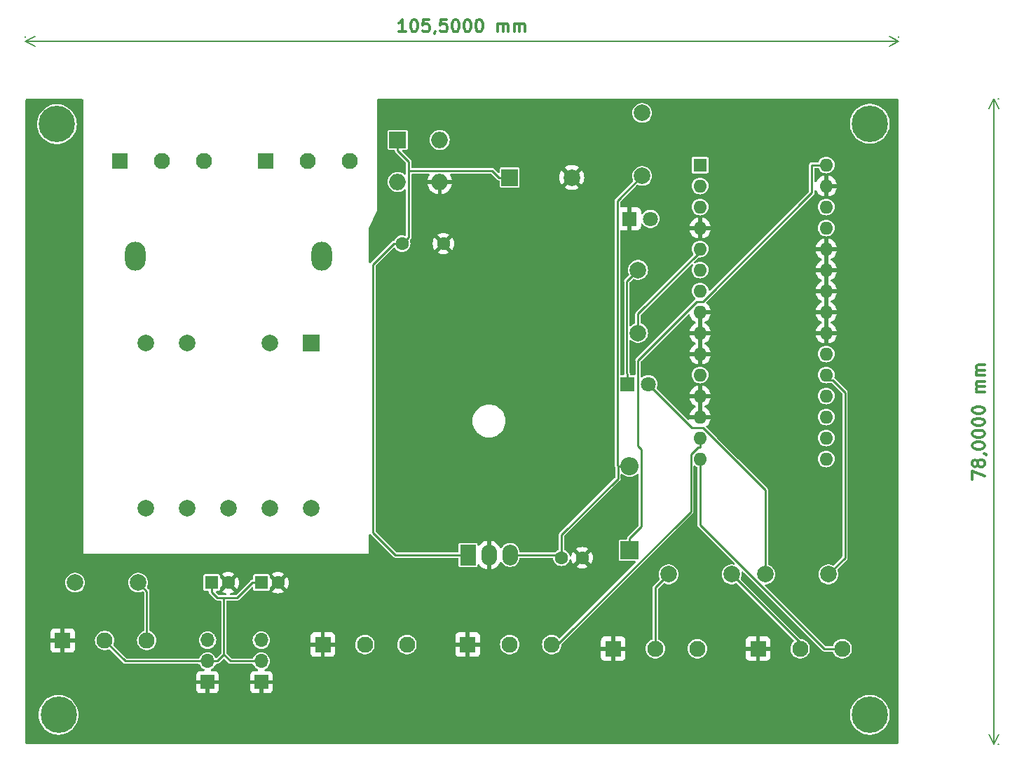
<source format=gbr>
%TF.GenerationSoftware,KiCad,Pcbnew,7.0.9*%
%TF.CreationDate,2024-01-24T18:52:35+01:00*%
%TF.ProjectId,Kicad_Passage_A_niveau_Stockage,4b696361-645f-4506-9173-736167655f41,rev?*%
%TF.SameCoordinates,Original*%
%TF.FileFunction,Copper,L2,Bot*%
%TF.FilePolarity,Positive*%
%FSLAX46Y46*%
G04 Gerber Fmt 4.6, Leading zero omitted, Abs format (unit mm)*
G04 Created by KiCad (PCBNEW 7.0.9) date 2024-01-24 18:52:35*
%MOMM*%
%LPD*%
G01*
G04 APERTURE LIST*
%ADD10C,0.300000*%
%TA.AperFunction,NonConductor*%
%ADD11C,0.300000*%
%TD*%
%TA.AperFunction,NonConductor*%
%ADD12C,0.200000*%
%TD*%
%TA.AperFunction,ComponentPad*%
%ADD13R,1.800000X1.800000*%
%TD*%
%TA.AperFunction,ComponentPad*%
%ADD14C,1.800000*%
%TD*%
%TA.AperFunction,ComponentPad*%
%ADD15R,1.950000X1.950000*%
%TD*%
%TA.AperFunction,ComponentPad*%
%ADD16C,1.950000*%
%TD*%
%TA.AperFunction,ComponentPad*%
%ADD17R,1.600000X1.600000*%
%TD*%
%TA.AperFunction,ComponentPad*%
%ADD18C,1.600000*%
%TD*%
%TA.AperFunction,ComponentPad*%
%ADD19R,2.000000X2.000000*%
%TD*%
%TA.AperFunction,ComponentPad*%
%ADD20C,2.000000*%
%TD*%
%TA.AperFunction,ComponentPad*%
%ADD21R,1.700000X1.700000*%
%TD*%
%TA.AperFunction,ComponentPad*%
%ADD22O,1.700000X1.700000*%
%TD*%
%TA.AperFunction,ComponentPad*%
%ADD23C,4.400000*%
%TD*%
%TA.AperFunction,ComponentPad*%
%ADD24O,2.000000X2.000000*%
%TD*%
%TA.AperFunction,ComponentPad*%
%ADD25O,2.500000X3.500000*%
%TD*%
%TA.AperFunction,ComponentPad*%
%ADD26R,2.200000X2.200000*%
%TD*%
%TA.AperFunction,ComponentPad*%
%ADD27O,2.200000X2.200000*%
%TD*%
%TA.AperFunction,ComponentPad*%
%ADD28R,1.900000X2.500000*%
%TD*%
%TA.AperFunction,ComponentPad*%
%ADD29O,1.900000X2.500000*%
%TD*%
%TA.AperFunction,ComponentPad*%
%ADD30O,1.600000X1.600000*%
%TD*%
%TA.AperFunction,Conductor*%
%ADD31C,0.250000*%
%TD*%
G04 APERTURE END LIST*
D10*
D11*
X110861287Y-22604328D02*
X110004144Y-22604328D01*
X110432715Y-22604328D02*
X110432715Y-21104328D01*
X110432715Y-21104328D02*
X110289858Y-21318614D01*
X110289858Y-21318614D02*
X110147001Y-21461471D01*
X110147001Y-21461471D02*
X110004144Y-21532900D01*
X111789858Y-21104328D02*
X111932715Y-21104328D01*
X111932715Y-21104328D02*
X112075572Y-21175757D01*
X112075572Y-21175757D02*
X112147001Y-21247185D01*
X112147001Y-21247185D02*
X112218429Y-21390042D01*
X112218429Y-21390042D02*
X112289858Y-21675757D01*
X112289858Y-21675757D02*
X112289858Y-22032900D01*
X112289858Y-22032900D02*
X112218429Y-22318614D01*
X112218429Y-22318614D02*
X112147001Y-22461471D01*
X112147001Y-22461471D02*
X112075572Y-22532900D01*
X112075572Y-22532900D02*
X111932715Y-22604328D01*
X111932715Y-22604328D02*
X111789858Y-22604328D01*
X111789858Y-22604328D02*
X111647001Y-22532900D01*
X111647001Y-22532900D02*
X111575572Y-22461471D01*
X111575572Y-22461471D02*
X111504143Y-22318614D01*
X111504143Y-22318614D02*
X111432715Y-22032900D01*
X111432715Y-22032900D02*
X111432715Y-21675757D01*
X111432715Y-21675757D02*
X111504143Y-21390042D01*
X111504143Y-21390042D02*
X111575572Y-21247185D01*
X111575572Y-21247185D02*
X111647001Y-21175757D01*
X111647001Y-21175757D02*
X111789858Y-21104328D01*
X113647000Y-21104328D02*
X112932714Y-21104328D01*
X112932714Y-21104328D02*
X112861286Y-21818614D01*
X112861286Y-21818614D02*
X112932714Y-21747185D01*
X112932714Y-21747185D02*
X113075572Y-21675757D01*
X113075572Y-21675757D02*
X113432714Y-21675757D01*
X113432714Y-21675757D02*
X113575572Y-21747185D01*
X113575572Y-21747185D02*
X113647000Y-21818614D01*
X113647000Y-21818614D02*
X113718429Y-21961471D01*
X113718429Y-21961471D02*
X113718429Y-22318614D01*
X113718429Y-22318614D02*
X113647000Y-22461471D01*
X113647000Y-22461471D02*
X113575572Y-22532900D01*
X113575572Y-22532900D02*
X113432714Y-22604328D01*
X113432714Y-22604328D02*
X113075572Y-22604328D01*
X113075572Y-22604328D02*
X112932714Y-22532900D01*
X112932714Y-22532900D02*
X112861286Y-22461471D01*
X114432714Y-22532900D02*
X114432714Y-22604328D01*
X114432714Y-22604328D02*
X114361285Y-22747185D01*
X114361285Y-22747185D02*
X114289857Y-22818614D01*
X115789857Y-21104328D02*
X115075571Y-21104328D01*
X115075571Y-21104328D02*
X115004143Y-21818614D01*
X115004143Y-21818614D02*
X115075571Y-21747185D01*
X115075571Y-21747185D02*
X115218429Y-21675757D01*
X115218429Y-21675757D02*
X115575571Y-21675757D01*
X115575571Y-21675757D02*
X115718429Y-21747185D01*
X115718429Y-21747185D02*
X115789857Y-21818614D01*
X115789857Y-21818614D02*
X115861286Y-21961471D01*
X115861286Y-21961471D02*
X115861286Y-22318614D01*
X115861286Y-22318614D02*
X115789857Y-22461471D01*
X115789857Y-22461471D02*
X115718429Y-22532900D01*
X115718429Y-22532900D02*
X115575571Y-22604328D01*
X115575571Y-22604328D02*
X115218429Y-22604328D01*
X115218429Y-22604328D02*
X115075571Y-22532900D01*
X115075571Y-22532900D02*
X115004143Y-22461471D01*
X116789857Y-21104328D02*
X116932714Y-21104328D01*
X116932714Y-21104328D02*
X117075571Y-21175757D01*
X117075571Y-21175757D02*
X117147000Y-21247185D01*
X117147000Y-21247185D02*
X117218428Y-21390042D01*
X117218428Y-21390042D02*
X117289857Y-21675757D01*
X117289857Y-21675757D02*
X117289857Y-22032900D01*
X117289857Y-22032900D02*
X117218428Y-22318614D01*
X117218428Y-22318614D02*
X117147000Y-22461471D01*
X117147000Y-22461471D02*
X117075571Y-22532900D01*
X117075571Y-22532900D02*
X116932714Y-22604328D01*
X116932714Y-22604328D02*
X116789857Y-22604328D01*
X116789857Y-22604328D02*
X116647000Y-22532900D01*
X116647000Y-22532900D02*
X116575571Y-22461471D01*
X116575571Y-22461471D02*
X116504142Y-22318614D01*
X116504142Y-22318614D02*
X116432714Y-22032900D01*
X116432714Y-22032900D02*
X116432714Y-21675757D01*
X116432714Y-21675757D02*
X116504142Y-21390042D01*
X116504142Y-21390042D02*
X116575571Y-21247185D01*
X116575571Y-21247185D02*
X116647000Y-21175757D01*
X116647000Y-21175757D02*
X116789857Y-21104328D01*
X118218428Y-21104328D02*
X118361285Y-21104328D01*
X118361285Y-21104328D02*
X118504142Y-21175757D01*
X118504142Y-21175757D02*
X118575571Y-21247185D01*
X118575571Y-21247185D02*
X118646999Y-21390042D01*
X118646999Y-21390042D02*
X118718428Y-21675757D01*
X118718428Y-21675757D02*
X118718428Y-22032900D01*
X118718428Y-22032900D02*
X118646999Y-22318614D01*
X118646999Y-22318614D02*
X118575571Y-22461471D01*
X118575571Y-22461471D02*
X118504142Y-22532900D01*
X118504142Y-22532900D02*
X118361285Y-22604328D01*
X118361285Y-22604328D02*
X118218428Y-22604328D01*
X118218428Y-22604328D02*
X118075571Y-22532900D01*
X118075571Y-22532900D02*
X118004142Y-22461471D01*
X118004142Y-22461471D02*
X117932713Y-22318614D01*
X117932713Y-22318614D02*
X117861285Y-22032900D01*
X117861285Y-22032900D02*
X117861285Y-21675757D01*
X117861285Y-21675757D02*
X117932713Y-21390042D01*
X117932713Y-21390042D02*
X118004142Y-21247185D01*
X118004142Y-21247185D02*
X118075571Y-21175757D01*
X118075571Y-21175757D02*
X118218428Y-21104328D01*
X119646999Y-21104328D02*
X119789856Y-21104328D01*
X119789856Y-21104328D02*
X119932713Y-21175757D01*
X119932713Y-21175757D02*
X120004142Y-21247185D01*
X120004142Y-21247185D02*
X120075570Y-21390042D01*
X120075570Y-21390042D02*
X120146999Y-21675757D01*
X120146999Y-21675757D02*
X120146999Y-22032900D01*
X120146999Y-22032900D02*
X120075570Y-22318614D01*
X120075570Y-22318614D02*
X120004142Y-22461471D01*
X120004142Y-22461471D02*
X119932713Y-22532900D01*
X119932713Y-22532900D02*
X119789856Y-22604328D01*
X119789856Y-22604328D02*
X119646999Y-22604328D01*
X119646999Y-22604328D02*
X119504142Y-22532900D01*
X119504142Y-22532900D02*
X119432713Y-22461471D01*
X119432713Y-22461471D02*
X119361284Y-22318614D01*
X119361284Y-22318614D02*
X119289856Y-22032900D01*
X119289856Y-22032900D02*
X119289856Y-21675757D01*
X119289856Y-21675757D02*
X119361284Y-21390042D01*
X119361284Y-21390042D02*
X119432713Y-21247185D01*
X119432713Y-21247185D02*
X119504142Y-21175757D01*
X119504142Y-21175757D02*
X119646999Y-21104328D01*
X121932712Y-22604328D02*
X121932712Y-21604328D01*
X121932712Y-21747185D02*
X122004141Y-21675757D01*
X122004141Y-21675757D02*
X122146998Y-21604328D01*
X122146998Y-21604328D02*
X122361284Y-21604328D01*
X122361284Y-21604328D02*
X122504141Y-21675757D01*
X122504141Y-21675757D02*
X122575570Y-21818614D01*
X122575570Y-21818614D02*
X122575570Y-22604328D01*
X122575570Y-21818614D02*
X122646998Y-21675757D01*
X122646998Y-21675757D02*
X122789855Y-21604328D01*
X122789855Y-21604328D02*
X123004141Y-21604328D01*
X123004141Y-21604328D02*
X123146998Y-21675757D01*
X123146998Y-21675757D02*
X123218427Y-21818614D01*
X123218427Y-21818614D02*
X123218427Y-22604328D01*
X123932712Y-22604328D02*
X123932712Y-21604328D01*
X123932712Y-21747185D02*
X124004141Y-21675757D01*
X124004141Y-21675757D02*
X124146998Y-21604328D01*
X124146998Y-21604328D02*
X124361284Y-21604328D01*
X124361284Y-21604328D02*
X124504141Y-21675757D01*
X124504141Y-21675757D02*
X124575570Y-21818614D01*
X124575570Y-21818614D02*
X124575570Y-22604328D01*
X124575570Y-21818614D02*
X124646998Y-21675757D01*
X124646998Y-21675757D02*
X124789855Y-21604328D01*
X124789855Y-21604328D02*
X125004141Y-21604328D01*
X125004141Y-21604328D02*
X125146998Y-21675757D01*
X125146998Y-21675757D02*
X125218427Y-21818614D01*
X125218427Y-21818614D02*
X125218427Y-22604328D01*
D12*
X64897000Y-23226000D02*
X64897000Y-23139580D01*
X170397000Y-23226000D02*
X170397000Y-23139580D01*
X64897000Y-23726000D02*
X170397000Y-23726000D01*
X64897000Y-23726000D02*
X170397000Y-23726000D01*
X64897000Y-23726000D02*
X66023504Y-23139579D01*
X64897000Y-23726000D02*
X66023504Y-24312421D01*
X170397000Y-23726000D02*
X169270496Y-24312421D01*
X170397000Y-23726000D02*
X169270496Y-23139579D01*
D10*
D11*
X179275328Y-76725998D02*
X179275328Y-75725998D01*
X179275328Y-75725998D02*
X180775328Y-76368855D01*
X179918185Y-74940284D02*
X179846757Y-75083141D01*
X179846757Y-75083141D02*
X179775328Y-75154570D01*
X179775328Y-75154570D02*
X179632471Y-75225998D01*
X179632471Y-75225998D02*
X179561042Y-75225998D01*
X179561042Y-75225998D02*
X179418185Y-75154570D01*
X179418185Y-75154570D02*
X179346757Y-75083141D01*
X179346757Y-75083141D02*
X179275328Y-74940284D01*
X179275328Y-74940284D02*
X179275328Y-74654570D01*
X179275328Y-74654570D02*
X179346757Y-74511713D01*
X179346757Y-74511713D02*
X179418185Y-74440284D01*
X179418185Y-74440284D02*
X179561042Y-74368855D01*
X179561042Y-74368855D02*
X179632471Y-74368855D01*
X179632471Y-74368855D02*
X179775328Y-74440284D01*
X179775328Y-74440284D02*
X179846757Y-74511713D01*
X179846757Y-74511713D02*
X179918185Y-74654570D01*
X179918185Y-74654570D02*
X179918185Y-74940284D01*
X179918185Y-74940284D02*
X179989614Y-75083141D01*
X179989614Y-75083141D02*
X180061042Y-75154570D01*
X180061042Y-75154570D02*
X180203900Y-75225998D01*
X180203900Y-75225998D02*
X180489614Y-75225998D01*
X180489614Y-75225998D02*
X180632471Y-75154570D01*
X180632471Y-75154570D02*
X180703900Y-75083141D01*
X180703900Y-75083141D02*
X180775328Y-74940284D01*
X180775328Y-74940284D02*
X180775328Y-74654570D01*
X180775328Y-74654570D02*
X180703900Y-74511713D01*
X180703900Y-74511713D02*
X180632471Y-74440284D01*
X180632471Y-74440284D02*
X180489614Y-74368855D01*
X180489614Y-74368855D02*
X180203900Y-74368855D01*
X180203900Y-74368855D02*
X180061042Y-74440284D01*
X180061042Y-74440284D02*
X179989614Y-74511713D01*
X179989614Y-74511713D02*
X179918185Y-74654570D01*
X180703900Y-73654570D02*
X180775328Y-73654570D01*
X180775328Y-73654570D02*
X180918185Y-73725999D01*
X180918185Y-73725999D02*
X180989614Y-73797427D01*
X179275328Y-72725998D02*
X179275328Y-72583141D01*
X179275328Y-72583141D02*
X179346757Y-72440284D01*
X179346757Y-72440284D02*
X179418185Y-72368856D01*
X179418185Y-72368856D02*
X179561042Y-72297427D01*
X179561042Y-72297427D02*
X179846757Y-72225998D01*
X179846757Y-72225998D02*
X180203900Y-72225998D01*
X180203900Y-72225998D02*
X180489614Y-72297427D01*
X180489614Y-72297427D02*
X180632471Y-72368856D01*
X180632471Y-72368856D02*
X180703900Y-72440284D01*
X180703900Y-72440284D02*
X180775328Y-72583141D01*
X180775328Y-72583141D02*
X180775328Y-72725998D01*
X180775328Y-72725998D02*
X180703900Y-72868856D01*
X180703900Y-72868856D02*
X180632471Y-72940284D01*
X180632471Y-72940284D02*
X180489614Y-73011713D01*
X180489614Y-73011713D02*
X180203900Y-73083141D01*
X180203900Y-73083141D02*
X179846757Y-73083141D01*
X179846757Y-73083141D02*
X179561042Y-73011713D01*
X179561042Y-73011713D02*
X179418185Y-72940284D01*
X179418185Y-72940284D02*
X179346757Y-72868856D01*
X179346757Y-72868856D02*
X179275328Y-72725998D01*
X179275328Y-71297427D02*
X179275328Y-71154570D01*
X179275328Y-71154570D02*
X179346757Y-71011713D01*
X179346757Y-71011713D02*
X179418185Y-70940285D01*
X179418185Y-70940285D02*
X179561042Y-70868856D01*
X179561042Y-70868856D02*
X179846757Y-70797427D01*
X179846757Y-70797427D02*
X180203900Y-70797427D01*
X180203900Y-70797427D02*
X180489614Y-70868856D01*
X180489614Y-70868856D02*
X180632471Y-70940285D01*
X180632471Y-70940285D02*
X180703900Y-71011713D01*
X180703900Y-71011713D02*
X180775328Y-71154570D01*
X180775328Y-71154570D02*
X180775328Y-71297427D01*
X180775328Y-71297427D02*
X180703900Y-71440285D01*
X180703900Y-71440285D02*
X180632471Y-71511713D01*
X180632471Y-71511713D02*
X180489614Y-71583142D01*
X180489614Y-71583142D02*
X180203900Y-71654570D01*
X180203900Y-71654570D02*
X179846757Y-71654570D01*
X179846757Y-71654570D02*
X179561042Y-71583142D01*
X179561042Y-71583142D02*
X179418185Y-71511713D01*
X179418185Y-71511713D02*
X179346757Y-71440285D01*
X179346757Y-71440285D02*
X179275328Y-71297427D01*
X179275328Y-69868856D02*
X179275328Y-69725999D01*
X179275328Y-69725999D02*
X179346757Y-69583142D01*
X179346757Y-69583142D02*
X179418185Y-69511714D01*
X179418185Y-69511714D02*
X179561042Y-69440285D01*
X179561042Y-69440285D02*
X179846757Y-69368856D01*
X179846757Y-69368856D02*
X180203900Y-69368856D01*
X180203900Y-69368856D02*
X180489614Y-69440285D01*
X180489614Y-69440285D02*
X180632471Y-69511714D01*
X180632471Y-69511714D02*
X180703900Y-69583142D01*
X180703900Y-69583142D02*
X180775328Y-69725999D01*
X180775328Y-69725999D02*
X180775328Y-69868856D01*
X180775328Y-69868856D02*
X180703900Y-70011714D01*
X180703900Y-70011714D02*
X180632471Y-70083142D01*
X180632471Y-70083142D02*
X180489614Y-70154571D01*
X180489614Y-70154571D02*
X180203900Y-70225999D01*
X180203900Y-70225999D02*
X179846757Y-70225999D01*
X179846757Y-70225999D02*
X179561042Y-70154571D01*
X179561042Y-70154571D02*
X179418185Y-70083142D01*
X179418185Y-70083142D02*
X179346757Y-70011714D01*
X179346757Y-70011714D02*
X179275328Y-69868856D01*
X179275328Y-68440285D02*
X179275328Y-68297428D01*
X179275328Y-68297428D02*
X179346757Y-68154571D01*
X179346757Y-68154571D02*
X179418185Y-68083143D01*
X179418185Y-68083143D02*
X179561042Y-68011714D01*
X179561042Y-68011714D02*
X179846757Y-67940285D01*
X179846757Y-67940285D02*
X180203900Y-67940285D01*
X180203900Y-67940285D02*
X180489614Y-68011714D01*
X180489614Y-68011714D02*
X180632471Y-68083143D01*
X180632471Y-68083143D02*
X180703900Y-68154571D01*
X180703900Y-68154571D02*
X180775328Y-68297428D01*
X180775328Y-68297428D02*
X180775328Y-68440285D01*
X180775328Y-68440285D02*
X180703900Y-68583143D01*
X180703900Y-68583143D02*
X180632471Y-68654571D01*
X180632471Y-68654571D02*
X180489614Y-68726000D01*
X180489614Y-68726000D02*
X180203900Y-68797428D01*
X180203900Y-68797428D02*
X179846757Y-68797428D01*
X179846757Y-68797428D02*
X179561042Y-68726000D01*
X179561042Y-68726000D02*
X179418185Y-68654571D01*
X179418185Y-68654571D02*
X179346757Y-68583143D01*
X179346757Y-68583143D02*
X179275328Y-68440285D01*
X180775328Y-66154572D02*
X179775328Y-66154572D01*
X179918185Y-66154572D02*
X179846757Y-66083143D01*
X179846757Y-66083143D02*
X179775328Y-65940286D01*
X179775328Y-65940286D02*
X179775328Y-65726000D01*
X179775328Y-65726000D02*
X179846757Y-65583143D01*
X179846757Y-65583143D02*
X179989614Y-65511715D01*
X179989614Y-65511715D02*
X180775328Y-65511715D01*
X179989614Y-65511715D02*
X179846757Y-65440286D01*
X179846757Y-65440286D02*
X179775328Y-65297429D01*
X179775328Y-65297429D02*
X179775328Y-65083143D01*
X179775328Y-65083143D02*
X179846757Y-64940286D01*
X179846757Y-64940286D02*
X179989614Y-64868857D01*
X179989614Y-64868857D02*
X180775328Y-64868857D01*
X180775328Y-64154572D02*
X179775328Y-64154572D01*
X179918185Y-64154572D02*
X179846757Y-64083143D01*
X179846757Y-64083143D02*
X179775328Y-63940286D01*
X179775328Y-63940286D02*
X179775328Y-63726000D01*
X179775328Y-63726000D02*
X179846757Y-63583143D01*
X179846757Y-63583143D02*
X179989614Y-63511715D01*
X179989614Y-63511715D02*
X180775328Y-63511715D01*
X179989614Y-63511715D02*
X179846757Y-63440286D01*
X179846757Y-63440286D02*
X179775328Y-63297429D01*
X179775328Y-63297429D02*
X179775328Y-63083143D01*
X179775328Y-63083143D02*
X179846757Y-62940286D01*
X179846757Y-62940286D02*
X179989614Y-62868857D01*
X179989614Y-62868857D02*
X180775328Y-62868857D01*
D12*
X182397000Y-30726000D02*
X182483420Y-30726000D01*
X182397000Y-108726000D02*
X182483420Y-108726000D01*
X181897000Y-30726000D02*
X181897000Y-108726000D01*
X181897000Y-30726000D02*
X181897000Y-108726000D01*
X181897000Y-30726000D02*
X182483421Y-31852504D01*
X181897000Y-30726000D02*
X181310579Y-31852504D01*
X181897000Y-108726000D02*
X181310579Y-107599496D01*
X181897000Y-108726000D02*
X182483421Y-107599496D01*
D13*
%TO.P,D4,1,K*%
%TO.N,Net-(D4-K)*%
X137622000Y-65226000D03*
D14*
%TO.P,D4,2,A*%
%TO.N,+5V*%
X140162000Y-65226000D03*
%TD*%
D15*
%TO.P,J9,1,Pin_1*%
%TO.N,GND*%
X153397000Y-97226000D03*
D16*
%TO.P,J9,2,Pin_2*%
%TO.N,+5V*%
X158477000Y-97226000D03*
%TO.P,J9,3,Pin_3*%
%TO.N,Net-(A1-D12)*%
X163557000Y-97226000D03*
%TD*%
D17*
%TO.P,C4,1*%
%TO.N,+5V*%
X87397000Y-89226000D03*
D18*
%TO.P,C4,2*%
%TO.N,GND*%
X89397000Y-89226000D03*
%TD*%
D19*
%TO.P,TR1,1*%
%TO.N,Net-(J1-Pin_3)*%
X99397000Y-60226000D03*
D20*
%TO.P,TR1,2*%
%TO.N,N/C*%
X94397000Y-60226000D03*
%TO.P,TR1,4*%
X84397000Y-60226000D03*
%TO.P,TR1,5*%
%TO.N,Net-(F1-Pad1)*%
X79397000Y-60226000D03*
%TO.P,TR1,6*%
%TO.N,N/C*%
X79397000Y-80226000D03*
%TO.P,TR1,7*%
%TO.N,Net-(J4-Pin_3)*%
X84397000Y-80226000D03*
%TO.P,TR1,8*%
%TO.N,N/C*%
X89397000Y-80226000D03*
%TO.P,TR1,9*%
%TO.N,Net-(J4-Pin_1)*%
X94397000Y-80226000D03*
%TO.P,TR1,10*%
%TO.N,N/C*%
X99397000Y-80226000D03*
%TD*%
%TO.P,R1,1*%
%TO.N,Net-(D2-A)*%
X139397000Y-40036000D03*
%TO.P,R1,2*%
%TO.N,Net-(D3-A)*%
X139397000Y-32416000D03*
%TD*%
D21*
%TO.P,J8,1,Pin_1*%
%TO.N,GND*%
X93397000Y-101266000D03*
D22*
%TO.P,J8,2,Pin_2*%
%TO.N,+5V*%
X93397000Y-98726000D03*
%TO.P,J8,3,Pin_3*%
%TO.N,Net-(A1-D8)*%
X93397000Y-96186000D03*
%TD*%
D13*
%TO.P,D3,1,K*%
%TO.N,GND*%
X137857000Y-45226000D03*
D14*
%TO.P,D3,2,A*%
%TO.N,Net-(D3-A)*%
X140397000Y-45226000D03*
%TD*%
D21*
%TO.P,J7,1,Pin_1*%
%TO.N,GND*%
X86897000Y-101266000D03*
D22*
%TO.P,J7,2,Pin_2*%
%TO.N,+5V*%
X86897000Y-98726000D03*
%TO.P,J7,3,Pin_3*%
%TO.N,Net-(A1-D4)*%
X86897000Y-96186000D03*
%TD*%
D19*
%TO.P,C1,1*%
%TO.N,Net-(D1-+)*%
X123397000Y-40226000D03*
D20*
%TO.P,C1,2*%
%TO.N,GND*%
X130897000Y-40226000D03*
%TD*%
D23*
%TO.P,REF3,1*%
%TO.N,N/C*%
X166897000Y-105226000D03*
%TD*%
%TO.P,REF1,1*%
%TO.N,N/C*%
X68707000Y-33782000D03*
%TD*%
D15*
%TO.P,J6,1,Pin_1*%
%TO.N,GND*%
X118317000Y-96726000D03*
D16*
%TO.P,J6,2,Pin_2*%
%TO.N,+5V*%
X123397000Y-96726000D03*
%TO.P,J6,3,Pin_3*%
%TO.N,Net-(A1-D11)*%
X128477000Y-96726000D03*
%TD*%
D23*
%TO.P,REF4,1*%
%TO.N,N/C*%
X68897000Y-105226000D03*
%TD*%
D15*
%TO.P,J2,1,Pin_1*%
%TO.N,GND*%
X69397000Y-96226000D03*
D16*
%TO.P,J2,2,Pin_2*%
%TO.N,+5V*%
X74477000Y-96226000D03*
%TO.P,J2,3,Pin_3*%
%TO.N,Net-(J2-Pin_3)*%
X79557000Y-96226000D03*
%TD*%
D20*
%TO.P,R5,1*%
%TO.N,Net-(A1-D3)*%
X70897000Y-89226000D03*
%TO.P,R5,2*%
%TO.N,Net-(J2-Pin_3)*%
X78517000Y-89226000D03*
%TD*%
D15*
%TO.P,J5,1,Pin_1*%
%TO.N,GND*%
X100817000Y-96726000D03*
D16*
%TO.P,J5,2,Pin_2*%
%TO.N,+5V*%
X105897000Y-96726000D03*
%TO.P,J5,3,Pin_3*%
%TO.N,Net-(A1-A2)*%
X110977000Y-96726000D03*
%TD*%
D20*
%TO.P,R2,1*%
%TO.N,+5V*%
X154277000Y-88226000D03*
%TO.P,R2,2*%
%TO.N,Net-(A1-A1)*%
X161897000Y-88226000D03*
%TD*%
D19*
%TO.P,D1,1,+*%
%TO.N,Net-(D1-+)*%
X109872000Y-35681000D03*
D24*
%TO.P,D1,2*%
%TO.N,Net-(J4-Pin_1)*%
X109872000Y-40761000D03*
%TO.P,D1,3,-*%
%TO.N,GND*%
X114952000Y-40761000D03*
%TO.P,D1,4*%
%TO.N,Net-(J4-Pin_3)*%
X114952000Y-35681000D03*
%TD*%
D25*
%TO.P,F1,1*%
%TO.N,Net-(F1-Pad1)*%
X78147000Y-49726000D03*
%TO.P,F1,2*%
%TO.N,Net-(J1-Pin_1)*%
X100647000Y-49726000D03*
%TD*%
D23*
%TO.P,REF2,1*%
%TO.N,N/C*%
X166897000Y-33726000D03*
%TD*%
D15*
%TO.P,J3,1,Pin_1*%
%TO.N,GND*%
X135897000Y-97226000D03*
D16*
%TO.P,J3,2,Pin_2*%
%TO.N,Net-(A1-A0)*%
X140977000Y-97226000D03*
%TO.P,J3,3,Pin_3*%
%TO.N,Net-(A1-A1)*%
X146057000Y-97226000D03*
%TD*%
D15*
%TO.P,J4,1,Pin_1*%
%TO.N,Net-(J4-Pin_1)*%
X93897000Y-38226000D03*
D16*
%TO.P,J4,2,Pin_2*%
%TO.N,unconnected-(J4-Pin_2-Pad2)*%
X98977000Y-38226000D03*
%TO.P,J4,3,Pin_3*%
%TO.N,Net-(J4-Pin_3)*%
X104057000Y-38226000D03*
%TD*%
D18*
%TO.P,C2,1*%
%TO.N,Net-(D1-+)*%
X110397000Y-48226000D03*
%TO.P,C2,2*%
%TO.N,GND*%
X115397000Y-48226000D03*
%TD*%
D26*
%TO.P,D2,1,K*%
%TO.N,Net-(A1-VIN)*%
X137897000Y-85306000D03*
D27*
%TO.P,D2,2,A*%
%TO.N,Net-(D2-A)*%
X137897000Y-75146000D03*
%TD*%
D15*
%TO.P,J1,1,Pin_1*%
%TO.N,Net-(J1-Pin_1)*%
X76317000Y-38226000D03*
D16*
%TO.P,J1,2,Pin_2*%
%TO.N,unconnected-(J1-Pin_2-Pad2)*%
X81397000Y-38226000D03*
%TO.P,J1,3,Pin_3*%
%TO.N,Net-(J1-Pin_3)*%
X86477000Y-38226000D03*
%TD*%
D28*
%TO.P,U1,1,VI*%
%TO.N,Net-(D1-+)*%
X118357000Y-85881000D03*
D29*
%TO.P,U1,2,GND*%
%TO.N,GND*%
X120897000Y-85881000D03*
%TO.P,U1,3,VO*%
%TO.N,Net-(D2-A)*%
X123437000Y-85881000D03*
%TD*%
D20*
%TO.P,R4,1*%
%TO.N,Net-(A1-D2)*%
X138897000Y-59036000D03*
%TO.P,R4,2*%
%TO.N,Net-(D4-K)*%
X138897000Y-51416000D03*
%TD*%
D18*
%TO.P,C3,1*%
%TO.N,Net-(D2-A)*%
X129647000Y-86226000D03*
%TO.P,C3,2*%
%TO.N,GND*%
X132147000Y-86226000D03*
%TD*%
D17*
%TO.P,A1,1,D1/TX*%
%TO.N,unconnected-(A1-D1{slash}TX-Pad1)*%
X146397000Y-38726000D03*
D30*
%TO.P,A1,2,D0/RX*%
%TO.N,unconnected-(A1-D0{slash}RX-Pad2)*%
X146397000Y-41266000D03*
%TO.P,A1,3,~{RESET}*%
%TO.N,unconnected-(A1-~{RESET}-Pad3)*%
X146397000Y-43806000D03*
%TO.P,A1,4,GND*%
%TO.N,GND*%
X146397000Y-46346000D03*
%TO.P,A1,5,D2*%
%TO.N,Net-(A1-D2)*%
X146397000Y-48886000D03*
%TO.P,A1,6,D3*%
%TO.N,Net-(A1-D3)*%
X146397000Y-51426000D03*
%TO.P,A1,7,D4*%
%TO.N,Net-(A1-D4)*%
X146397000Y-53966000D03*
%TO.P,A1,8,D5*%
%TO.N,GND*%
X146397000Y-56506000D03*
%TO.P,A1,9,D6*%
X146397000Y-59046000D03*
%TO.P,A1,10,D7*%
X146397000Y-61586000D03*
%TO.P,A1,11,D8*%
%TO.N,Net-(A1-D8)*%
X146397000Y-64126000D03*
%TO.P,A1,12,D9*%
%TO.N,GND*%
X146397000Y-66666000D03*
%TO.P,A1,13,D10*%
X146397000Y-69206000D03*
%TO.P,A1,14,D11*%
%TO.N,Net-(A1-D11)*%
X146397000Y-71746000D03*
%TO.P,A1,15,D12*%
%TO.N,Net-(A1-D12)*%
X146397000Y-74286000D03*
%TO.P,A1,16,D13*%
%TO.N,unconnected-(A1-D13-Pad16)*%
X161637000Y-74286000D03*
%TO.P,A1,17,3V3*%
%TO.N,unconnected-(A1-3V3-Pad17)*%
X161637000Y-71746000D03*
%TO.P,A1,18,AREF*%
%TO.N,unconnected-(A1-AREF-Pad18)*%
X161637000Y-69206000D03*
%TO.P,A1,19,A0*%
%TO.N,Net-(A1-A0)*%
X161637000Y-66666000D03*
%TO.P,A1,20,A1*%
%TO.N,Net-(A1-A1)*%
X161637000Y-64126000D03*
%TO.P,A1,21,A2*%
%TO.N,Net-(A1-A2)*%
X161637000Y-61586000D03*
%TO.P,A1,22,A3*%
%TO.N,GND*%
X161637000Y-59046000D03*
%TO.P,A1,23,A4*%
X161637000Y-56506000D03*
%TO.P,A1,24,A5*%
X161637000Y-53966000D03*
%TO.P,A1,25,A6*%
X161637000Y-51426000D03*
%TO.P,A1,26,A7*%
X161637000Y-48886000D03*
%TO.P,A1,27,+5V*%
%TO.N,+5V*%
X161637000Y-46346000D03*
%TO.P,A1,28,~{RESET}*%
%TO.N,unconnected-(A1-~{RESET}-Pad28)*%
X161637000Y-43806000D03*
%TO.P,A1,29,GND*%
%TO.N,GND*%
X161637000Y-41266000D03*
%TO.P,A1,30,VIN*%
%TO.N,Net-(A1-VIN)*%
X161637000Y-38726000D03*
%TD*%
D17*
%TO.P,C5,1*%
%TO.N,+5V*%
X93397000Y-89226000D03*
D18*
%TO.P,C5,2*%
%TO.N,GND*%
X95397000Y-89226000D03*
%TD*%
D20*
%TO.P,R3,1*%
%TO.N,+5V*%
X150207000Y-88226000D03*
%TO.P,R3,2*%
%TO.N,Net-(A1-A0)*%
X142587000Y-88226000D03*
%TD*%
D31*
%TO.N,Net-(A1-D2)*%
X138897000Y-56726000D02*
X138897000Y-59036000D01*
X146397000Y-49226000D02*
X138897000Y-56726000D01*
X146397000Y-48886000D02*
X146397000Y-49226000D01*
%TO.N,Net-(A1-D11)*%
X145271700Y-73715200D02*
X145271700Y-80617600D01*
X146397000Y-71746000D02*
X146397000Y-72871300D01*
X145271700Y-80617600D02*
X129163300Y-96726000D01*
X146397000Y-72871300D02*
X146115600Y-72871300D01*
X129163300Y-96726000D02*
X128477000Y-96726000D01*
X146115600Y-72871300D02*
X145271700Y-73715200D01*
%TO.N,+5V*%
X89662300Y-98726000D02*
X88867300Y-97931000D01*
X158477000Y-96496000D02*
X158477000Y-97226000D01*
X90435800Y-91061900D02*
X92271700Y-89226000D01*
X146720200Y-70476000D02*
X145412000Y-70476000D01*
X86897000Y-98726000D02*
X88072300Y-98726000D01*
X88867300Y-97931000D02*
X88072300Y-98726000D01*
X88867300Y-91061900D02*
X90435800Y-91061900D01*
X154277000Y-88226000D02*
X154277000Y-78032800D01*
X145412000Y-70476000D02*
X140162000Y-65226000D01*
X93397000Y-98726000D02*
X89662300Y-98726000D01*
X93397000Y-89226000D02*
X92271700Y-89226000D01*
X76977000Y-98726000D02*
X86897000Y-98726000D01*
X154277000Y-78032800D02*
X146720200Y-70476000D01*
X87397000Y-90351300D02*
X88107600Y-91061900D01*
X88867300Y-97931000D02*
X88867300Y-91061900D01*
X74477000Y-96226000D02*
X76977000Y-98726000D01*
X87397000Y-89226000D02*
X87397000Y-90351300D01*
X150207000Y-88226000D02*
X158477000Y-96496000D01*
X88107600Y-91061900D02*
X88867300Y-91061900D01*
%TO.N,Net-(A1-VIN)*%
X138904300Y-72699300D02*
X139322300Y-73117300D01*
X159897000Y-38726000D02*
X159897000Y-42059200D01*
X161637000Y-38726000D02*
X159897000Y-38726000D01*
X146720200Y-55236000D02*
X145995900Y-55236000D01*
X145995900Y-55236000D02*
X138904300Y-62327600D01*
X138904300Y-62327600D02*
X138904300Y-72699300D01*
X139322300Y-82455400D02*
X137897000Y-83880700D01*
X137897000Y-83880700D02*
X137897000Y-85306000D01*
X159897000Y-42059200D02*
X146720200Y-55236000D01*
X139322300Y-73117300D02*
X139322300Y-82455400D01*
%TO.N,Net-(A1-D12)*%
X146397000Y-74286000D02*
X146397000Y-82234000D01*
X161389000Y-97226000D02*
X163557000Y-97226000D01*
X146397000Y-82234000D02*
X161389000Y-97226000D01*
%TO.N,Net-(D2-A)*%
X129647000Y-85881000D02*
X124712300Y-85881000D01*
X137897000Y-75146000D02*
X136471700Y-75146000D01*
X129647000Y-83476000D02*
X136471700Y-76651300D01*
X129647000Y-86226000D02*
X129647000Y-85881000D01*
X129647000Y-85881000D02*
X129647000Y-83476000D01*
X136396600Y-43036400D02*
X139397000Y-40036000D01*
X136471700Y-75146000D02*
X136396600Y-75070900D01*
X136396600Y-75070900D02*
X136396600Y-43036400D01*
X123437000Y-85881000D02*
X124712300Y-85881000D01*
X136471700Y-76651300D02*
X136471700Y-75146000D01*
%TO.N,Net-(D4-K)*%
X137550500Y-63929200D02*
X137622000Y-64000700D01*
X137622000Y-65226000D02*
X137622000Y-64000700D01*
X138897000Y-51416000D02*
X137550500Y-52762500D01*
X137550500Y-52762500D02*
X137550500Y-63929200D01*
%TO.N,Net-(A1-A0)*%
X140977000Y-89836000D02*
X140977000Y-97226000D01*
X142587000Y-88226000D02*
X140977000Y-89836000D01*
%TO.N,Net-(A1-A1)*%
X163897000Y-66226000D02*
X163897000Y-86226000D01*
X163897000Y-86226000D02*
X161897000Y-88226000D01*
X161637000Y-64726000D02*
X162397000Y-64726000D01*
X162397000Y-64726000D02*
X163897000Y-66226000D01*
X161637000Y-64126000D02*
X161637000Y-64726000D01*
%TO.N,Net-(D1-+)*%
X109397000Y-48226000D02*
X110426200Y-48226000D01*
X123397000Y-40226000D02*
X122071700Y-40226000D01*
X111197300Y-47454900D02*
X111197300Y-39433300D01*
X121279000Y-39433300D02*
X122071700Y-40226000D01*
X109552000Y-85881000D02*
X106897000Y-83226000D01*
X111197300Y-38331600D02*
X109872000Y-37006300D01*
X106897000Y-50726000D02*
X109397000Y-48226000D01*
X118357000Y-85881000D02*
X109552000Y-85881000D01*
X110426200Y-48226000D02*
X111197300Y-47454900D01*
X106897000Y-83226000D02*
X106897000Y-50726000D01*
X110426200Y-48226000D02*
X110397000Y-48226000D01*
X111197300Y-39433300D02*
X121279000Y-39433300D01*
X111197300Y-39433300D02*
X111197300Y-38331600D01*
X109872000Y-35681000D02*
X109872000Y-37006300D01*
%TO.N,Net-(J2-Pin_3)*%
X79557000Y-96226000D02*
X79557000Y-90266000D01*
X79557000Y-90266000D02*
X78517000Y-89226000D01*
%TD*%
%TA.AperFunction,Conductor*%
%TO.N,GND*%
G36*
X89011835Y-89351148D02*
G01*
X89069359Y-89464045D01*
X89158955Y-89553641D01*
X89271852Y-89611165D01*
X89352599Y-89623953D01*
X88671526Y-90305025D01*
X88671526Y-90305026D01*
X88744512Y-90356131D01*
X88744516Y-90356133D01*
X88950673Y-90452265D01*
X88950679Y-90452268D01*
X89101293Y-90492625D01*
X89160953Y-90528990D01*
X89191482Y-90591837D01*
X89183187Y-90661213D01*
X89138702Y-90715090D01*
X89072150Y-90736365D01*
X89069199Y-90736400D01*
X88293789Y-90736400D01*
X88226750Y-90716715D01*
X88206108Y-90700081D01*
X88095802Y-90589775D01*
X87944206Y-90438180D01*
X87910722Y-90376858D01*
X87915706Y-90307167D01*
X87957577Y-90251233D01*
X88023042Y-90226816D01*
X88031888Y-90226500D01*
X88216750Y-90226500D01*
X88216751Y-90226499D01*
X88231568Y-90223552D01*
X88275229Y-90214868D01*
X88275229Y-90214867D01*
X88275231Y-90214867D01*
X88341552Y-90170552D01*
X88385867Y-90104231D01*
X88385867Y-90104229D01*
X88385868Y-90104229D01*
X88397499Y-90045752D01*
X88397500Y-90045750D01*
X88397500Y-89923308D01*
X88417185Y-89856269D01*
X88433819Y-89835627D01*
X88999046Y-89270399D01*
X89011835Y-89351148D01*
G37*
%TD.AperFunction*%
%TA.AperFunction,Conductor*%
G36*
X161887000Y-58610498D02*
G01*
X161779315Y-58561320D01*
X161672763Y-58546000D01*
X161601237Y-58546000D01*
X161494685Y-58561320D01*
X161387000Y-58610498D01*
X161387000Y-56941501D01*
X161494685Y-56990680D01*
X161601237Y-57006000D01*
X161672763Y-57006000D01*
X161779315Y-56990680D01*
X161887000Y-56941501D01*
X161887000Y-58610498D01*
G37*
%TD.AperFunction*%
%TA.AperFunction,Conductor*%
G36*
X161887000Y-56070498D02*
G01*
X161779315Y-56021320D01*
X161672763Y-56006000D01*
X161601237Y-56006000D01*
X161494685Y-56021320D01*
X161387000Y-56070498D01*
X161387000Y-54401501D01*
X161494685Y-54450680D01*
X161601237Y-54466000D01*
X161672763Y-54466000D01*
X161779315Y-54450680D01*
X161887000Y-54401501D01*
X161887000Y-56070498D01*
G37*
%TD.AperFunction*%
%TA.AperFunction,Conductor*%
G36*
X161887000Y-53530498D02*
G01*
X161779315Y-53481320D01*
X161672763Y-53466000D01*
X161601237Y-53466000D01*
X161494685Y-53481320D01*
X161387000Y-53530498D01*
X161387000Y-51861501D01*
X161494685Y-51910680D01*
X161601237Y-51926000D01*
X161672763Y-51926000D01*
X161779315Y-51910680D01*
X161887000Y-51861501D01*
X161887000Y-53530498D01*
G37*
%TD.AperFunction*%
%TA.AperFunction,Conductor*%
G36*
X161887000Y-50990498D02*
G01*
X161779315Y-50941320D01*
X161672763Y-50926000D01*
X161601237Y-50926000D01*
X161494685Y-50941320D01*
X161387000Y-50990498D01*
X161387000Y-49321501D01*
X161494685Y-49370680D01*
X161601237Y-49386000D01*
X161672763Y-49386000D01*
X161779315Y-49370680D01*
X161887000Y-49321501D01*
X161887000Y-50990498D01*
G37*
%TD.AperFunction*%
%TA.AperFunction,Conductor*%
G36*
X71840039Y-30746185D02*
G01*
X71885794Y-30798989D01*
X71897000Y-30850500D01*
X71897000Y-85726000D01*
X106397000Y-85726000D01*
X106397000Y-83473749D01*
X106416685Y-83406710D01*
X106469489Y-83360955D01*
X106538647Y-83351011D01*
X106602203Y-83380036D01*
X106628384Y-83411745D01*
X106643806Y-83438455D01*
X106643807Y-83438456D01*
X106674815Y-83464475D01*
X106678805Y-83468131D01*
X109309863Y-86099189D01*
X109313518Y-86103178D01*
X109339541Y-86134190D01*
X109339543Y-86134191D01*
X109339545Y-86134194D01*
X109339547Y-86134195D01*
X109339548Y-86134196D01*
X109374599Y-86154433D01*
X109379162Y-86157339D01*
X109412316Y-86180554D01*
X109412319Y-86180554D01*
X109417176Y-86182820D01*
X109433933Y-86189760D01*
X109438950Y-86191586D01*
X109438952Y-86191586D01*
X109438955Y-86191588D01*
X109478818Y-86198616D01*
X109484076Y-86199782D01*
X109523193Y-86210264D01*
X109563518Y-86206735D01*
X109568922Y-86206500D01*
X117082500Y-86206500D01*
X117149539Y-86226185D01*
X117195294Y-86278989D01*
X117206500Y-86330500D01*
X117206500Y-87150752D01*
X117218131Y-87209229D01*
X117218132Y-87209230D01*
X117262447Y-87275552D01*
X117328769Y-87319867D01*
X117328770Y-87319868D01*
X117387247Y-87331499D01*
X117387250Y-87331500D01*
X117387252Y-87331500D01*
X119326750Y-87331500D01*
X119326751Y-87331499D01*
X119341568Y-87328552D01*
X119385229Y-87319868D01*
X119385229Y-87319867D01*
X119385231Y-87319867D01*
X119451552Y-87275552D01*
X119495867Y-87209231D01*
X119495867Y-87209229D01*
X119495868Y-87209229D01*
X119507499Y-87150752D01*
X119507500Y-87150750D01*
X119507500Y-87121792D01*
X119527185Y-87054753D01*
X119579989Y-87008998D01*
X119649147Y-86999054D01*
X119712703Y-87028079D01*
X119735309Y-87053971D01*
X119748826Y-87074661D01*
X119911577Y-87251455D01*
X120101209Y-87399052D01*
X120312544Y-87513421D01*
X120312550Y-87513423D01*
X120539823Y-87591446D01*
X120646999Y-87609330D01*
X120647000Y-87609330D01*
X120647000Y-86316501D01*
X120754685Y-86365680D01*
X120861237Y-86381000D01*
X120932763Y-86381000D01*
X121039315Y-86365680D01*
X121147000Y-86316501D01*
X121147000Y-87609330D01*
X121254176Y-87591446D01*
X121481449Y-87513423D01*
X121481455Y-87513421D01*
X121692790Y-87399052D01*
X121882422Y-87251455D01*
X122045173Y-87074661D01*
X122045176Y-87074657D01*
X122176606Y-86873490D01*
X122220020Y-86774517D01*
X122264976Y-86721031D01*
X122331712Y-86700341D01*
X122399040Y-86719015D01*
X122444576Y-86769056D01*
X122452282Y-86784532D01*
X122454634Y-86789255D01*
X122577135Y-86951472D01*
X122583128Y-86959407D01*
X122740698Y-87103052D01*
X122921981Y-87215298D01*
X123120802Y-87292321D01*
X123330390Y-87331500D01*
X123330392Y-87331500D01*
X123543608Y-87331500D01*
X123543610Y-87331500D01*
X123753198Y-87292321D01*
X123952019Y-87215298D01*
X124133302Y-87103052D01*
X124290872Y-86959407D01*
X124419366Y-86789255D01*
X124454341Y-86719015D01*
X124514403Y-86598394D01*
X124514403Y-86598393D01*
X124514405Y-86598389D01*
X124572756Y-86393310D01*
X124579636Y-86319058D01*
X124605422Y-86254122D01*
X124662222Y-86213434D01*
X124703107Y-86206500D01*
X128527351Y-86206500D01*
X128594390Y-86226185D01*
X128640145Y-86278989D01*
X128650754Y-86318346D01*
X128660975Y-86422129D01*
X128669854Y-86451399D01*
X128716903Y-86606499D01*
X128718188Y-86610733D01*
X128811086Y-86784532D01*
X128811090Y-86784539D01*
X128936116Y-86936883D01*
X129088460Y-87061909D01*
X129088467Y-87061913D01*
X129262266Y-87154811D01*
X129262269Y-87154811D01*
X129262273Y-87154814D01*
X129450868Y-87212024D01*
X129647000Y-87231341D01*
X129843132Y-87212024D01*
X130031727Y-87154814D01*
X130039327Y-87150752D01*
X130148282Y-87092514D01*
X130205538Y-87061910D01*
X130357883Y-86936883D01*
X130482910Y-86784538D01*
X130567552Y-86626185D01*
X130575812Y-86610731D01*
X130575812Y-86610730D01*
X130575814Y-86610727D01*
X130624146Y-86451396D01*
X130662443Y-86392960D01*
X130726255Y-86364504D01*
X130795322Y-86375064D01*
X130847716Y-86421288D01*
X130862581Y-86455300D01*
X130920731Y-86672320D01*
X130920734Y-86672326D01*
X131016865Y-86878481D01*
X131016866Y-86878483D01*
X131067973Y-86951471D01*
X131067974Y-86951472D01*
X131749046Y-86270399D01*
X131761835Y-86351148D01*
X131819359Y-86464045D01*
X131908955Y-86553641D01*
X132021852Y-86611165D01*
X132102599Y-86623953D01*
X131421526Y-87305025D01*
X131421526Y-87305026D01*
X131494512Y-87356131D01*
X131494516Y-87356133D01*
X131700673Y-87452265D01*
X131700682Y-87452269D01*
X131920389Y-87511139D01*
X131920400Y-87511141D01*
X132146998Y-87530966D01*
X132147002Y-87530966D01*
X132373599Y-87511141D01*
X132373610Y-87511139D01*
X132593317Y-87452269D01*
X132593331Y-87452264D01*
X132799478Y-87356136D01*
X132872472Y-87305025D01*
X132191401Y-86623953D01*
X132272148Y-86611165D01*
X132385045Y-86553641D01*
X132474641Y-86464045D01*
X132532165Y-86351148D01*
X132544953Y-86270400D01*
X133226025Y-86951472D01*
X133277136Y-86878478D01*
X133373264Y-86672331D01*
X133373269Y-86672317D01*
X133432139Y-86452610D01*
X133432141Y-86452599D01*
X133451966Y-86226002D01*
X133451966Y-86225997D01*
X133432141Y-85999400D01*
X133432139Y-85999389D01*
X133373269Y-85779682D01*
X133373265Y-85779673D01*
X133277133Y-85573516D01*
X133277131Y-85573512D01*
X133226026Y-85500526D01*
X133226025Y-85500526D01*
X132544953Y-86181598D01*
X132532165Y-86100852D01*
X132474641Y-85987955D01*
X132385045Y-85898359D01*
X132272148Y-85840835D01*
X132191400Y-85828046D01*
X132872472Y-85146974D01*
X132872471Y-85146973D01*
X132799483Y-85095866D01*
X132799481Y-85095865D01*
X132593326Y-84999734D01*
X132593317Y-84999730D01*
X132373610Y-84940860D01*
X132373599Y-84940858D01*
X132147002Y-84921034D01*
X132146998Y-84921034D01*
X131920400Y-84940858D01*
X131920389Y-84940860D01*
X131700682Y-84999730D01*
X131700673Y-84999734D01*
X131494513Y-85095868D01*
X131421527Y-85146972D01*
X131421526Y-85146973D01*
X132102600Y-85828046D01*
X132021852Y-85840835D01*
X131908955Y-85898359D01*
X131819359Y-85987955D01*
X131761835Y-86100852D01*
X131749046Y-86181599D01*
X131067973Y-85500526D01*
X131067972Y-85500527D01*
X131016868Y-85573513D01*
X130920734Y-85779673D01*
X130920731Y-85779680D01*
X130862581Y-85996699D01*
X130826216Y-86056359D01*
X130763369Y-86086888D01*
X130693993Y-86078593D01*
X130640115Y-86034108D01*
X130624146Y-86000603D01*
X130575814Y-85841273D01*
X130575812Y-85841270D01*
X130575812Y-85841268D01*
X130482913Y-85667467D01*
X130482909Y-85667460D01*
X130357883Y-85515116D01*
X130205539Y-85390090D01*
X130205532Y-85390085D01*
X130038047Y-85300563D01*
X129988202Y-85251601D01*
X129972500Y-85191205D01*
X129972500Y-83662188D01*
X129992185Y-83595149D01*
X130008819Y-83574507D01*
X133151914Y-80431412D01*
X136689910Y-76893415D01*
X136693872Y-76889784D01*
X136724894Y-76863755D01*
X136745144Y-76828679D01*
X136748028Y-76824152D01*
X136771254Y-76790984D01*
X136771254Y-76790981D01*
X136773519Y-76786124D01*
X136780447Y-76769399D01*
X136782287Y-76764346D01*
X136782288Y-76764345D01*
X136789321Y-76724450D01*
X136790477Y-76719237D01*
X136800963Y-76680107D01*
X136797435Y-76639789D01*
X136797200Y-76634386D01*
X136797200Y-76184749D01*
X136816885Y-76117710D01*
X136869689Y-76071955D01*
X136938847Y-76062011D01*
X137002403Y-76091036D01*
X137008881Y-76097068D01*
X137057858Y-76146045D01*
X137057861Y-76146047D01*
X137244266Y-76276568D01*
X137450504Y-76372739D01*
X137670308Y-76431635D01*
X137832230Y-76445801D01*
X137896998Y-76451468D01*
X137897000Y-76451468D01*
X137897002Y-76451468D01*
X137953673Y-76446509D01*
X138123692Y-76431635D01*
X138343496Y-76372739D01*
X138549734Y-76276568D01*
X138736139Y-76146047D01*
X138736141Y-76146045D01*
X138785119Y-76097068D01*
X138846442Y-76063583D01*
X138916134Y-76068567D01*
X138972067Y-76110439D01*
X138996484Y-76175903D01*
X138996800Y-76184749D01*
X138996800Y-82269211D01*
X138977115Y-82336250D01*
X138960481Y-82356892D01*
X137678803Y-83638570D01*
X137674814Y-83642225D01*
X137643805Y-83668245D01*
X137623562Y-83703306D01*
X137620656Y-83707866D01*
X137597446Y-83741013D01*
X137595206Y-83745817D01*
X137588229Y-83762661D01*
X137586410Y-83767659D01*
X137579383Y-83807511D01*
X137578212Y-83812791D01*
X137567735Y-83851891D01*
X137569381Y-83870689D01*
X137555616Y-83939190D01*
X137507002Y-83989374D01*
X137445853Y-84005500D01*
X136777247Y-84005500D01*
X136718770Y-84017131D01*
X136718769Y-84017132D01*
X136652447Y-84061447D01*
X136608132Y-84127769D01*
X136608131Y-84127770D01*
X136596500Y-84186247D01*
X136596500Y-86425752D01*
X136608131Y-86484229D01*
X136608132Y-86484230D01*
X136652447Y-86550552D01*
X136718769Y-86594867D01*
X136718770Y-86594868D01*
X136777247Y-86606499D01*
X136777250Y-86606500D01*
X136777252Y-86606500D01*
X138523112Y-86606500D01*
X138590151Y-86626185D01*
X138635906Y-86678989D01*
X138645850Y-86748147D01*
X138616825Y-86811703D01*
X138610793Y-86818181D01*
X129511023Y-95917949D01*
X129449700Y-95951434D01*
X129380008Y-95946450D01*
X129339805Y-95921907D01*
X129188432Y-95783912D01*
X129188426Y-95783908D01*
X129188423Y-95783906D01*
X129003213Y-95669229D01*
X129003207Y-95669226D01*
X128918113Y-95636260D01*
X128800069Y-95590530D01*
X128585926Y-95550500D01*
X128368074Y-95550500D01*
X128153931Y-95590530D01*
X128105130Y-95609435D01*
X127950792Y-95669226D01*
X127950786Y-95669229D01*
X127765576Y-95783906D01*
X127765566Y-95783913D01*
X127604574Y-95930676D01*
X127473288Y-96104527D01*
X127376184Y-96299537D01*
X127316564Y-96509081D01*
X127296464Y-96725999D01*
X127296464Y-96726000D01*
X127316564Y-96942918D01*
X127316564Y-96942920D01*
X127316565Y-96942923D01*
X127373668Y-97143619D01*
X127376184Y-97152462D01*
X127453822Y-97308379D01*
X127473288Y-97347472D01*
X127604573Y-97521322D01*
X127765568Y-97668088D01*
X127765575Y-97668092D01*
X127765576Y-97668093D01*
X127950786Y-97782770D01*
X127950792Y-97782773D01*
X127973664Y-97791633D01*
X128153931Y-97861470D01*
X128368074Y-97901500D01*
X128368076Y-97901500D01*
X128585924Y-97901500D01*
X128585926Y-97901500D01*
X128800069Y-97861470D01*
X129003210Y-97782772D01*
X129188432Y-97668088D01*
X129349427Y-97521322D01*
X129480712Y-97347472D01*
X129577817Y-97152459D01*
X129637435Y-96942923D01*
X129656868Y-96733205D01*
X129682654Y-96668269D01*
X129692650Y-96656974D01*
X145489904Y-80859720D01*
X145493866Y-80856089D01*
X145524894Y-80830055D01*
X145545138Y-80794990D01*
X145548035Y-80790441D01*
X145571254Y-80757284D01*
X145571254Y-80757281D01*
X145573519Y-80752424D01*
X145580447Y-80735699D01*
X145582284Y-80730650D01*
X145582288Y-80730645D01*
X145589319Y-80690762D01*
X145590477Y-80685540D01*
X145600964Y-80646407D01*
X145597435Y-80606078D01*
X145597200Y-80600675D01*
X145597200Y-75186087D01*
X145616885Y-75119048D01*
X145669689Y-75073293D01*
X145738847Y-75063349D01*
X145799863Y-75090232D01*
X145838462Y-75121910D01*
X145838466Y-75121912D01*
X145838467Y-75121913D01*
X146005953Y-75211436D01*
X146055797Y-75260398D01*
X146071500Y-75320794D01*
X146071500Y-82217078D01*
X146071264Y-82222485D01*
X146067735Y-82262808D01*
X146078212Y-82301910D01*
X146079383Y-82307190D01*
X146086411Y-82347043D01*
X146088235Y-82352055D01*
X146095197Y-82368861D01*
X146097445Y-82373681D01*
X146097446Y-82373684D01*
X146111452Y-82393687D01*
X146120655Y-82406831D01*
X146123561Y-82411392D01*
X146143806Y-82446455D01*
X146174815Y-82472475D01*
X146178805Y-82476131D01*
X150539272Y-86836598D01*
X150572757Y-86897921D01*
X150567773Y-86967613D01*
X150525901Y-87023546D01*
X150460437Y-87047963D01*
X150428806Y-87046168D01*
X150420121Y-87044544D01*
X150318243Y-87025500D01*
X150095757Y-87025500D01*
X149877060Y-87066382D01*
X149809606Y-87092514D01*
X149669601Y-87146752D01*
X149669595Y-87146754D01*
X149480439Y-87263874D01*
X149480437Y-87263876D01*
X149316020Y-87413761D01*
X149181943Y-87591308D01*
X149181938Y-87591316D01*
X149082775Y-87790461D01*
X149082769Y-87790476D01*
X149021885Y-88004462D01*
X149021884Y-88004464D01*
X149001357Y-88225999D01*
X149001357Y-88226000D01*
X149021884Y-88447535D01*
X149021885Y-88447537D01*
X149082769Y-88661523D01*
X149082775Y-88661538D01*
X149181938Y-88860683D01*
X149181943Y-88860691D01*
X149316020Y-89038238D01*
X149480437Y-89188123D01*
X149480439Y-89188125D01*
X149669595Y-89305245D01*
X149669596Y-89305245D01*
X149669599Y-89305247D01*
X149877060Y-89385618D01*
X150095757Y-89426500D01*
X150095759Y-89426500D01*
X150318241Y-89426500D01*
X150318243Y-89426500D01*
X150536940Y-89385618D01*
X150727819Y-89311670D01*
X150797439Y-89305809D01*
X150859179Y-89338519D01*
X150860291Y-89339617D01*
X157694149Y-96173476D01*
X157727634Y-96234799D01*
X157722650Y-96304491D01*
X157690007Y-96352794D01*
X157604572Y-96430678D01*
X157473288Y-96604527D01*
X157376184Y-96799537D01*
X157316564Y-97009081D01*
X157296464Y-97225999D01*
X157296464Y-97226000D01*
X157316564Y-97442918D01*
X157316564Y-97442920D01*
X157316565Y-97442923D01*
X157349361Y-97558190D01*
X157376184Y-97652462D01*
X157453822Y-97808379D01*
X157473288Y-97847472D01*
X157604573Y-98021322D01*
X157765568Y-98168088D01*
X157765575Y-98168092D01*
X157765576Y-98168093D01*
X157950786Y-98282770D01*
X157950792Y-98282773D01*
X157973664Y-98291633D01*
X158153931Y-98361470D01*
X158368074Y-98401500D01*
X158368076Y-98401500D01*
X158585924Y-98401500D01*
X158585926Y-98401500D01*
X158800069Y-98361470D01*
X159003210Y-98282772D01*
X159188432Y-98168088D01*
X159349427Y-98021322D01*
X159480712Y-97847472D01*
X159577817Y-97652459D01*
X159637435Y-97442923D01*
X159657536Y-97226000D01*
X159657100Y-97221300D01*
X159638775Y-97023543D01*
X159637435Y-97009077D01*
X159577817Y-96799541D01*
X159480712Y-96604528D01*
X159349427Y-96430678D01*
X159188432Y-96283912D01*
X159188428Y-96283909D01*
X159188423Y-96283906D01*
X159003213Y-96169229D01*
X159003207Y-96169226D01*
X158918113Y-96136260D01*
X158800069Y-96090530D01*
X158585926Y-96050500D01*
X158585924Y-96050500D01*
X158543189Y-96050500D01*
X158476150Y-96030815D01*
X158455508Y-96014181D01*
X151318400Y-88877073D01*
X151284915Y-88815750D01*
X151289899Y-88746058D01*
X151295070Y-88734142D01*
X151331229Y-88661528D01*
X151392115Y-88447536D01*
X151412643Y-88226000D01*
X151392115Y-88004464D01*
X151392114Y-88004463D01*
X151391630Y-87999230D01*
X151405045Y-87930660D01*
X151453402Y-87880229D01*
X151521348Y-87863946D01*
X151587311Y-87886983D01*
X151602782Y-87900108D01*
X161146863Y-97444189D01*
X161150518Y-97448178D01*
X161176541Y-97479190D01*
X161176543Y-97479191D01*
X161176545Y-97479194D01*
X161176547Y-97479195D01*
X161176548Y-97479196D01*
X161211599Y-97499433D01*
X161216162Y-97502339D01*
X161249316Y-97525554D01*
X161249319Y-97525554D01*
X161254176Y-97527820D01*
X161270933Y-97534760D01*
X161275953Y-97536587D01*
X161275955Y-97536588D01*
X161311806Y-97542909D01*
X161315808Y-97543615D01*
X161321080Y-97544783D01*
X161360193Y-97555264D01*
X161400522Y-97551735D01*
X161405924Y-97551500D01*
X162333817Y-97551500D01*
X162400856Y-97571185D01*
X162446611Y-97623989D01*
X162453084Y-97641567D01*
X162456183Y-97652461D01*
X162533822Y-97808379D01*
X162553288Y-97847472D01*
X162684573Y-98021322D01*
X162845568Y-98168088D01*
X162845575Y-98168092D01*
X162845576Y-98168093D01*
X163030786Y-98282770D01*
X163030792Y-98282773D01*
X163053664Y-98291633D01*
X163233931Y-98361470D01*
X163448074Y-98401500D01*
X163448076Y-98401500D01*
X163665924Y-98401500D01*
X163665926Y-98401500D01*
X163880069Y-98361470D01*
X164083210Y-98282772D01*
X164268432Y-98168088D01*
X164429427Y-98021322D01*
X164560712Y-97847472D01*
X164657817Y-97652459D01*
X164717435Y-97442923D01*
X164737536Y-97226000D01*
X164737100Y-97221300D01*
X164718775Y-97023543D01*
X164717435Y-97009077D01*
X164657817Y-96799541D01*
X164560712Y-96604528D01*
X164429427Y-96430678D01*
X164268432Y-96283912D01*
X164268428Y-96283909D01*
X164268423Y-96283906D01*
X164083213Y-96169229D01*
X164083207Y-96169226D01*
X163998113Y-96136260D01*
X163880069Y-96090530D01*
X163665926Y-96050500D01*
X163448074Y-96050500D01*
X163233931Y-96090530D01*
X163185130Y-96109435D01*
X163030792Y-96169226D01*
X163030786Y-96169229D01*
X162845576Y-96283906D01*
X162845566Y-96283913D01*
X162684574Y-96430676D01*
X162553288Y-96604527D01*
X162456183Y-96799538D01*
X162453084Y-96810433D01*
X162415805Y-96869527D01*
X162352496Y-96899085D01*
X162333817Y-96900500D01*
X161575188Y-96900500D01*
X161508149Y-96880815D01*
X161487507Y-96864181D01*
X154261507Y-89638181D01*
X154228022Y-89576858D01*
X154233006Y-89507166D01*
X154274878Y-89451233D01*
X154340342Y-89426816D01*
X154349188Y-89426500D01*
X154388241Y-89426500D01*
X154388243Y-89426500D01*
X154606940Y-89385618D01*
X154814401Y-89305247D01*
X155003562Y-89188124D01*
X155167981Y-89038236D01*
X155302058Y-88860689D01*
X155401229Y-88661528D01*
X155462115Y-88447536D01*
X155482643Y-88226000D01*
X155462115Y-88004464D01*
X155401229Y-87790472D01*
X155365082Y-87717879D01*
X155302061Y-87591316D01*
X155302056Y-87591308D01*
X155167979Y-87413761D01*
X155003562Y-87263876D01*
X155003560Y-87263874D01*
X154814404Y-87146754D01*
X154814398Y-87146751D01*
X154725679Y-87112382D01*
X154681704Y-87095346D01*
X154626305Y-87052774D01*
X154602714Y-86987007D01*
X154602500Y-86979720D01*
X154602500Y-78049720D01*
X154602736Y-78044313D01*
X154606264Y-78003993D01*
X154595782Y-77964876D01*
X154594616Y-77959618D01*
X154587588Y-77919755D01*
X154587586Y-77919752D01*
X154587586Y-77919750D01*
X154585760Y-77914733D01*
X154578820Y-77897976D01*
X154576554Y-77893119D01*
X154576554Y-77893116D01*
X154553339Y-77859962D01*
X154550433Y-77855399D01*
X154530196Y-77820348D01*
X154530195Y-77820347D01*
X154530194Y-77820345D01*
X154499177Y-77794318D01*
X154495193Y-77790667D01*
X150990526Y-74286000D01*
X160631659Y-74286000D01*
X160650975Y-74482129D01*
X160708188Y-74670733D01*
X160801086Y-74844532D01*
X160801090Y-74844539D01*
X160926116Y-74996883D01*
X161078460Y-75121909D01*
X161078467Y-75121913D01*
X161252266Y-75214811D01*
X161252269Y-75214811D01*
X161252273Y-75214814D01*
X161440868Y-75272024D01*
X161637000Y-75291341D01*
X161833132Y-75272024D01*
X162021727Y-75214814D01*
X162075472Y-75186087D01*
X162195532Y-75121913D01*
X162195534Y-75121912D01*
X162195538Y-75121910D01*
X162347883Y-74996883D01*
X162472910Y-74844538D01*
X162565814Y-74670727D01*
X162623024Y-74482132D01*
X162642341Y-74286000D01*
X162623024Y-74089868D01*
X162565814Y-73901273D01*
X162565811Y-73901269D01*
X162565811Y-73901266D01*
X162472913Y-73727467D01*
X162472909Y-73727460D01*
X162347883Y-73575116D01*
X162195539Y-73450090D01*
X162195532Y-73450086D01*
X162021733Y-73357188D01*
X162021727Y-73357186D01*
X161895997Y-73319046D01*
X161833129Y-73299975D01*
X161637000Y-73280659D01*
X161440870Y-73299975D01*
X161252266Y-73357188D01*
X161078467Y-73450086D01*
X161078460Y-73450090D01*
X160926116Y-73575116D01*
X160801090Y-73727460D01*
X160801086Y-73727467D01*
X160708188Y-73901266D01*
X160650975Y-74089870D01*
X160631659Y-74286000D01*
X150990526Y-74286000D01*
X148450526Y-71746000D01*
X160631659Y-71746000D01*
X160650975Y-71942129D01*
X160708188Y-72130733D01*
X160801086Y-72304532D01*
X160801090Y-72304539D01*
X160926116Y-72456883D01*
X161078460Y-72581909D01*
X161078467Y-72581913D01*
X161252266Y-72674811D01*
X161252269Y-72674811D01*
X161252273Y-72674814D01*
X161440868Y-72732024D01*
X161637000Y-72751341D01*
X161833132Y-72732024D01*
X162021727Y-72674814D01*
X162195538Y-72581910D01*
X162347883Y-72456883D01*
X162472910Y-72304538D01*
X162565814Y-72130727D01*
X162623024Y-71942132D01*
X162642341Y-71746000D01*
X162623024Y-71549868D01*
X162565814Y-71361273D01*
X162565811Y-71361269D01*
X162565811Y-71361266D01*
X162472913Y-71187467D01*
X162472909Y-71187460D01*
X162347883Y-71035116D01*
X162195539Y-70910090D01*
X162195532Y-70910086D01*
X162021733Y-70817188D01*
X162021727Y-70817186D01*
X161891955Y-70777820D01*
X161833129Y-70759975D01*
X161637000Y-70740659D01*
X161440870Y-70759975D01*
X161252266Y-70817188D01*
X161078467Y-70910086D01*
X161078460Y-70910090D01*
X160926116Y-71035116D01*
X160801090Y-71187460D01*
X160801086Y-71187467D01*
X160708188Y-71361266D01*
X160650975Y-71549870D01*
X160631659Y-71746000D01*
X148450526Y-71746000D01*
X147148787Y-70444261D01*
X147115302Y-70382938D01*
X147120286Y-70313246D01*
X147162158Y-70257313D01*
X147165345Y-70255005D01*
X147235818Y-70205659D01*
X147396657Y-70044820D01*
X147527134Y-69858482D01*
X147623265Y-69652326D01*
X147623269Y-69652317D01*
X147675872Y-69456000D01*
X146830686Y-69456000D01*
X146856493Y-69415844D01*
X146897000Y-69277889D01*
X146897000Y-69206000D01*
X160631659Y-69206000D01*
X160650975Y-69402129D01*
X160708188Y-69590733D01*
X160801086Y-69764532D01*
X160801090Y-69764539D01*
X160926116Y-69916883D01*
X161078460Y-70041909D01*
X161078467Y-70041913D01*
X161252266Y-70134811D01*
X161252269Y-70134811D01*
X161252273Y-70134814D01*
X161440868Y-70192024D01*
X161637000Y-70211341D01*
X161833132Y-70192024D01*
X162021727Y-70134814D01*
X162195538Y-70041910D01*
X162347883Y-69916883D01*
X162472910Y-69764538D01*
X162565814Y-69590727D01*
X162623024Y-69402132D01*
X162642341Y-69206000D01*
X162623024Y-69009868D01*
X162565814Y-68821273D01*
X162565811Y-68821269D01*
X162565811Y-68821266D01*
X162472913Y-68647467D01*
X162472909Y-68647460D01*
X162347883Y-68495116D01*
X162195539Y-68370090D01*
X162195532Y-68370086D01*
X162021733Y-68277188D01*
X162021727Y-68277186D01*
X161833132Y-68219976D01*
X161833129Y-68219975D01*
X161637000Y-68200659D01*
X161440870Y-68219975D01*
X161252266Y-68277188D01*
X161078467Y-68370086D01*
X161078460Y-68370090D01*
X160926116Y-68495116D01*
X160801090Y-68647460D01*
X160801086Y-68647467D01*
X160708188Y-68821266D01*
X160650975Y-69009870D01*
X160631659Y-69206000D01*
X146897000Y-69206000D01*
X146897000Y-69134111D01*
X146856493Y-68996156D01*
X146830686Y-68956000D01*
X147675872Y-68956000D01*
X147675872Y-68955999D01*
X147623269Y-68759682D01*
X147623265Y-68759673D01*
X147527134Y-68553517D01*
X147396657Y-68367179D01*
X147235820Y-68206342D01*
X147049481Y-68075865D01*
X147049479Y-68075864D01*
X146990543Y-68048382D01*
X146938103Y-68002210D01*
X146918951Y-67935017D01*
X146939166Y-67868136D01*
X146990543Y-67823618D01*
X147049479Y-67796135D01*
X147049481Y-67796134D01*
X147235820Y-67665657D01*
X147396657Y-67504820D01*
X147527134Y-67318482D01*
X147623265Y-67112326D01*
X147623269Y-67112317D01*
X147675872Y-66916000D01*
X146830686Y-66916000D01*
X146856493Y-66875844D01*
X146897000Y-66737889D01*
X146897000Y-66666000D01*
X160631659Y-66666000D01*
X160650975Y-66862129D01*
X160708188Y-67050733D01*
X160801086Y-67224532D01*
X160801090Y-67224539D01*
X160926116Y-67376883D01*
X161078460Y-67501909D01*
X161078467Y-67501913D01*
X161252266Y-67594811D01*
X161252269Y-67594811D01*
X161252273Y-67594814D01*
X161440868Y-67652024D01*
X161637000Y-67671341D01*
X161833132Y-67652024D01*
X162021727Y-67594814D01*
X162195538Y-67501910D01*
X162347883Y-67376883D01*
X162472910Y-67224538D01*
X162565814Y-67050727D01*
X162623024Y-66862132D01*
X162642341Y-66666000D01*
X162623024Y-66469868D01*
X162565814Y-66281273D01*
X162565811Y-66281269D01*
X162565811Y-66281266D01*
X162472913Y-66107467D01*
X162472909Y-66107460D01*
X162347883Y-65955116D01*
X162195539Y-65830090D01*
X162195532Y-65830086D01*
X162021733Y-65737188D01*
X162021727Y-65737186D01*
X161833132Y-65679976D01*
X161833129Y-65679975D01*
X161637000Y-65660659D01*
X161440870Y-65679975D01*
X161252266Y-65737188D01*
X161078467Y-65830086D01*
X161078460Y-65830090D01*
X160926116Y-65955116D01*
X160801090Y-66107460D01*
X160801086Y-66107467D01*
X160708188Y-66281266D01*
X160650975Y-66469870D01*
X160631659Y-66666000D01*
X146897000Y-66666000D01*
X146897000Y-66594111D01*
X146856493Y-66456156D01*
X146830686Y-66416000D01*
X147675872Y-66416000D01*
X147675872Y-66415999D01*
X147623269Y-66219682D01*
X147623265Y-66219673D01*
X147527134Y-66013517D01*
X147396657Y-65827179D01*
X147235820Y-65666342D01*
X147049482Y-65535865D01*
X146843328Y-65439734D01*
X146647000Y-65387127D01*
X146647000Y-66230498D01*
X146539315Y-66181320D01*
X146432763Y-66166000D01*
X146361237Y-66166000D01*
X146254685Y-66181320D01*
X146147000Y-66230498D01*
X146147000Y-65387127D01*
X145950671Y-65439734D01*
X145744517Y-65535865D01*
X145558179Y-65666342D01*
X145397342Y-65827179D01*
X145266865Y-66013517D01*
X145170734Y-66219673D01*
X145170730Y-66219682D01*
X145118127Y-66415999D01*
X145118128Y-66416000D01*
X145963314Y-66416000D01*
X145937507Y-66456156D01*
X145897000Y-66594111D01*
X145897000Y-66737889D01*
X145937507Y-66875844D01*
X145963314Y-66916000D01*
X145118128Y-66916000D01*
X145170730Y-67112317D01*
X145170734Y-67112326D01*
X145266865Y-67318482D01*
X145397342Y-67504820D01*
X145558179Y-67665657D01*
X145744517Y-67796134D01*
X145803457Y-67823618D01*
X145855896Y-67869790D01*
X145875048Y-67936984D01*
X145854832Y-68003865D01*
X145803457Y-68048382D01*
X145744517Y-68075865D01*
X145558179Y-68206342D01*
X145397342Y-68367179D01*
X145266865Y-68553517D01*
X145170734Y-68759673D01*
X145170730Y-68759682D01*
X145118127Y-68955999D01*
X145118128Y-68956000D01*
X145963314Y-68956000D01*
X145937507Y-68996156D01*
X145897000Y-69134111D01*
X145897000Y-69277889D01*
X145937507Y-69415844D01*
X145963314Y-69456000D01*
X145118128Y-69456000D01*
X145088798Y-69494222D01*
X145032370Y-69535424D01*
X144962623Y-69539578D01*
X144902742Y-69506415D01*
X141198823Y-65802497D01*
X141165338Y-65741174D01*
X141170322Y-65671482D01*
X141175496Y-65659562D01*
X141192582Y-65625250D01*
X141248397Y-65429083D01*
X141267215Y-65226000D01*
X141248397Y-65022917D01*
X141192582Y-64826750D01*
X141101673Y-64644179D01*
X141042704Y-64566091D01*
X140978762Y-64481418D01*
X140828041Y-64344019D01*
X140828039Y-64344017D01*
X140654642Y-64236655D01*
X140654635Y-64236651D01*
X140559546Y-64199814D01*
X140464456Y-64162976D01*
X140266651Y-64126000D01*
X145391659Y-64126000D01*
X145410975Y-64322129D01*
X145468188Y-64510733D01*
X145561086Y-64684532D01*
X145561090Y-64684539D01*
X145686116Y-64836883D01*
X145838460Y-64961909D01*
X145838467Y-64961913D01*
X146012266Y-65054811D01*
X146012269Y-65054811D01*
X146012273Y-65054814D01*
X146200868Y-65112024D01*
X146397000Y-65131341D01*
X146593132Y-65112024D01*
X146781727Y-65054814D01*
X146955538Y-64961910D01*
X147107883Y-64836883D01*
X147232910Y-64684538D01*
X147325814Y-64510727D01*
X147383024Y-64322132D01*
X147402341Y-64126000D01*
X160631659Y-64126000D01*
X160650975Y-64322129D01*
X160708188Y-64510733D01*
X160801086Y-64684532D01*
X160801090Y-64684539D01*
X160926116Y-64836883D01*
X161078460Y-64961909D01*
X161078467Y-64961913D01*
X161252266Y-65054811D01*
X161252269Y-65054811D01*
X161252273Y-65054814D01*
X161440868Y-65112024D01*
X161637000Y-65131341D01*
X161833132Y-65112024D01*
X162015053Y-65056838D01*
X162051045Y-65051500D01*
X162210812Y-65051500D01*
X162277851Y-65071185D01*
X162298493Y-65087819D01*
X163535181Y-66324507D01*
X163568666Y-66385830D01*
X163571500Y-66412188D01*
X163571500Y-86039811D01*
X163551815Y-86106850D01*
X163535181Y-86127492D01*
X162550291Y-87112382D01*
X162488968Y-87145867D01*
X162419276Y-87140883D01*
X162417816Y-87140328D01*
X162226940Y-87066382D01*
X162008243Y-87025500D01*
X161785757Y-87025500D01*
X161567060Y-87066382D01*
X161499606Y-87092514D01*
X161359601Y-87146752D01*
X161359595Y-87146754D01*
X161170439Y-87263874D01*
X161170437Y-87263876D01*
X161006020Y-87413761D01*
X160871943Y-87591308D01*
X160871938Y-87591316D01*
X160772775Y-87790461D01*
X160772769Y-87790476D01*
X160711885Y-88004462D01*
X160711884Y-88004464D01*
X160691357Y-88225999D01*
X160691357Y-88226000D01*
X160711884Y-88447535D01*
X160711885Y-88447537D01*
X160772769Y-88661523D01*
X160772775Y-88661538D01*
X160871938Y-88860683D01*
X160871943Y-88860691D01*
X161006020Y-89038238D01*
X161170437Y-89188123D01*
X161170439Y-89188125D01*
X161359595Y-89305245D01*
X161359596Y-89305245D01*
X161359599Y-89305247D01*
X161567060Y-89385618D01*
X161785757Y-89426500D01*
X161785759Y-89426500D01*
X162008241Y-89426500D01*
X162008243Y-89426500D01*
X162226940Y-89385618D01*
X162434401Y-89305247D01*
X162623562Y-89188124D01*
X162787981Y-89038236D01*
X162922058Y-88860689D01*
X163021229Y-88661528D01*
X163082115Y-88447536D01*
X163102643Y-88226000D01*
X163082115Y-88004464D01*
X163021229Y-87790472D01*
X162985079Y-87717874D01*
X162972818Y-87649093D01*
X162999691Y-87584598D01*
X163008389Y-87574935D01*
X164115204Y-86468120D01*
X164119166Y-86464489D01*
X164150194Y-86438455D01*
X164170438Y-86403390D01*
X164173335Y-86398841D01*
X164196554Y-86365684D01*
X164196555Y-86365680D01*
X164198819Y-86360824D01*
X164205747Y-86344099D01*
X164207587Y-86339046D01*
X164207588Y-86339045D01*
X164214621Y-86299150D01*
X164215777Y-86293937D01*
X164226263Y-86254807D01*
X164222735Y-86214489D01*
X164222500Y-86209086D01*
X164222500Y-66242909D01*
X164222736Y-66237502D01*
X164223523Y-66228513D01*
X164226263Y-66197193D01*
X164226262Y-66197192D01*
X164226263Y-66197191D01*
X164215785Y-66158090D01*
X164214618Y-66152830D01*
X164207588Y-66112955D01*
X164207587Y-66112953D01*
X164205760Y-66107933D01*
X164198820Y-66091176D01*
X164196554Y-66086319D01*
X164196554Y-66086316D01*
X164173337Y-66053159D01*
X164170435Y-66048605D01*
X164150194Y-66013545D01*
X164119182Y-65987522D01*
X164115210Y-65983883D01*
X162639120Y-64507794D01*
X162635477Y-64503818D01*
X162629017Y-64496119D01*
X162601001Y-64432112D01*
X162605342Y-64380418D01*
X162623024Y-64322132D01*
X162642341Y-64126000D01*
X162623024Y-63929868D01*
X162565814Y-63741273D01*
X162565811Y-63741269D01*
X162565811Y-63741266D01*
X162472913Y-63567467D01*
X162472909Y-63567460D01*
X162347883Y-63415116D01*
X162195539Y-63290090D01*
X162195532Y-63290086D01*
X162021733Y-63197188D01*
X162021727Y-63197186D01*
X161833132Y-63139976D01*
X161833129Y-63139975D01*
X161637000Y-63120659D01*
X161440870Y-63139975D01*
X161252266Y-63197188D01*
X161078467Y-63290086D01*
X161078460Y-63290090D01*
X160926116Y-63415116D01*
X160801090Y-63567460D01*
X160801086Y-63567467D01*
X160708188Y-63741266D01*
X160650975Y-63929870D01*
X160631659Y-64126000D01*
X147402341Y-64126000D01*
X147383024Y-63929868D01*
X147325814Y-63741273D01*
X147325811Y-63741269D01*
X147325811Y-63741266D01*
X147232913Y-63567467D01*
X147232909Y-63567460D01*
X147107883Y-63415116D01*
X146955539Y-63290090D01*
X146955532Y-63290086D01*
X146781733Y-63197188D01*
X146781727Y-63197186D01*
X146593132Y-63139976D01*
X146593129Y-63139975D01*
X146397000Y-63120659D01*
X146200870Y-63139975D01*
X146012266Y-63197188D01*
X145838467Y-63290086D01*
X145838460Y-63290090D01*
X145686116Y-63415116D01*
X145561090Y-63567460D01*
X145561086Y-63567467D01*
X145468188Y-63741266D01*
X145410975Y-63929870D01*
X145391659Y-64126000D01*
X140266651Y-64126000D01*
X140263976Y-64125500D01*
X140060024Y-64125500D01*
X139859544Y-64162976D01*
X139859541Y-64162976D01*
X139859541Y-64162977D01*
X139669364Y-64236651D01*
X139669357Y-64236655D01*
X139495962Y-64344016D01*
X139437338Y-64397459D01*
X139374533Y-64428075D01*
X139305146Y-64419877D01*
X139251206Y-64375467D01*
X139229839Y-64308945D01*
X139229800Y-64305821D01*
X139229800Y-62513787D01*
X139249485Y-62446748D01*
X139266114Y-62426111D01*
X144927822Y-56764403D01*
X144989141Y-56730921D01*
X145058833Y-56735905D01*
X145114766Y-56777777D01*
X145135274Y-56819993D01*
X145170731Y-56952319D01*
X145170734Y-56952326D01*
X145266865Y-57158482D01*
X145397342Y-57344820D01*
X145558179Y-57505657D01*
X145744517Y-57636134D01*
X145803457Y-57663618D01*
X145855896Y-57709790D01*
X145875048Y-57776984D01*
X145854832Y-57843865D01*
X145803457Y-57888382D01*
X145744517Y-57915865D01*
X145558179Y-58046342D01*
X145397342Y-58207179D01*
X145266865Y-58393517D01*
X145170734Y-58599673D01*
X145170730Y-58599682D01*
X145118127Y-58795999D01*
X145118128Y-58796000D01*
X145963314Y-58796000D01*
X145937507Y-58836156D01*
X145897000Y-58974111D01*
X145897000Y-59117889D01*
X145937507Y-59255844D01*
X145963314Y-59296000D01*
X145118128Y-59296000D01*
X145170730Y-59492317D01*
X145170734Y-59492326D01*
X145266865Y-59698482D01*
X145397342Y-59884820D01*
X145558179Y-60045657D01*
X145744517Y-60176134D01*
X145803457Y-60203618D01*
X145855896Y-60249790D01*
X145875048Y-60316984D01*
X145854832Y-60383865D01*
X145803457Y-60428382D01*
X145744517Y-60455865D01*
X145558179Y-60586342D01*
X145397342Y-60747179D01*
X145266865Y-60933517D01*
X145170734Y-61139673D01*
X145170730Y-61139682D01*
X145118127Y-61335999D01*
X145118128Y-61336000D01*
X145963314Y-61336000D01*
X145937507Y-61376156D01*
X145897000Y-61514111D01*
X145897000Y-61657889D01*
X145937507Y-61795844D01*
X145963314Y-61836000D01*
X145118128Y-61836000D01*
X145170730Y-62032317D01*
X145170734Y-62032326D01*
X145266865Y-62238482D01*
X145397342Y-62424820D01*
X145558179Y-62585657D01*
X145744517Y-62716134D01*
X145950673Y-62812265D01*
X145950682Y-62812269D01*
X146146999Y-62864872D01*
X146147000Y-62864871D01*
X146147000Y-62021501D01*
X146254685Y-62070680D01*
X146361237Y-62086000D01*
X146432763Y-62086000D01*
X146539315Y-62070680D01*
X146647000Y-62021501D01*
X146647000Y-62864872D01*
X146843317Y-62812269D01*
X146843326Y-62812265D01*
X147049482Y-62716134D01*
X147235820Y-62585657D01*
X147396657Y-62424820D01*
X147527134Y-62238482D01*
X147623265Y-62032326D01*
X147623269Y-62032317D01*
X147675872Y-61836000D01*
X146830686Y-61836000D01*
X146856493Y-61795844D01*
X146897000Y-61657889D01*
X146897000Y-61586000D01*
X160631659Y-61586000D01*
X160650975Y-61782129D01*
X160708188Y-61970733D01*
X160801086Y-62144532D01*
X160801090Y-62144539D01*
X160926116Y-62296883D01*
X161078460Y-62421909D01*
X161078467Y-62421913D01*
X161252266Y-62514811D01*
X161252269Y-62514811D01*
X161252273Y-62514814D01*
X161440868Y-62572024D01*
X161637000Y-62591341D01*
X161833132Y-62572024D01*
X162021727Y-62514814D01*
X162023649Y-62513787D01*
X162149069Y-62446748D01*
X162195538Y-62421910D01*
X162347883Y-62296883D01*
X162472910Y-62144538D01*
X162565814Y-61970727D01*
X162623024Y-61782132D01*
X162642341Y-61586000D01*
X162623024Y-61389868D01*
X162565814Y-61201273D01*
X162565811Y-61201269D01*
X162565811Y-61201266D01*
X162472913Y-61027467D01*
X162472909Y-61027460D01*
X162347883Y-60875116D01*
X162195539Y-60750090D01*
X162195532Y-60750086D01*
X162021733Y-60657188D01*
X162021727Y-60657186D01*
X161833132Y-60599976D01*
X161833129Y-60599975D01*
X161637000Y-60580659D01*
X161440870Y-60599975D01*
X161252266Y-60657188D01*
X161078467Y-60750086D01*
X161078460Y-60750090D01*
X160926116Y-60875116D01*
X160801090Y-61027460D01*
X160801086Y-61027467D01*
X160708188Y-61201266D01*
X160650975Y-61389870D01*
X160631659Y-61586000D01*
X146897000Y-61586000D01*
X146897000Y-61514111D01*
X146856493Y-61376156D01*
X146830686Y-61336000D01*
X147675872Y-61336000D01*
X147675872Y-61335999D01*
X147623269Y-61139682D01*
X147623265Y-61139673D01*
X147527134Y-60933517D01*
X147396657Y-60747179D01*
X147235820Y-60586342D01*
X147049481Y-60455865D01*
X147049479Y-60455864D01*
X146990543Y-60428382D01*
X146938103Y-60382210D01*
X146918951Y-60315017D01*
X146939166Y-60248136D01*
X146990543Y-60203618D01*
X147049479Y-60176135D01*
X147049481Y-60176134D01*
X147235820Y-60045657D01*
X147396657Y-59884820D01*
X147527134Y-59698482D01*
X147623265Y-59492326D01*
X147623269Y-59492317D01*
X147675872Y-59296000D01*
X146830686Y-59296000D01*
X146856493Y-59255844D01*
X146897000Y-59117889D01*
X146897000Y-58974111D01*
X146856493Y-58836156D01*
X146830686Y-58796000D01*
X147675872Y-58796000D01*
X147675872Y-58795999D01*
X160358127Y-58795999D01*
X160358128Y-58796000D01*
X161203314Y-58796000D01*
X161177507Y-58836156D01*
X161137000Y-58974111D01*
X161137000Y-59117889D01*
X161177507Y-59255844D01*
X161203314Y-59296000D01*
X160358128Y-59296000D01*
X160410730Y-59492317D01*
X160410734Y-59492326D01*
X160506865Y-59698482D01*
X160637342Y-59884820D01*
X160798179Y-60045657D01*
X160984517Y-60176134D01*
X161190673Y-60272265D01*
X161190682Y-60272269D01*
X161386999Y-60324872D01*
X161387000Y-60324871D01*
X161387000Y-59481501D01*
X161494685Y-59530680D01*
X161601237Y-59546000D01*
X161672763Y-59546000D01*
X161779315Y-59530680D01*
X161887000Y-59481501D01*
X161887000Y-60324872D01*
X162083317Y-60272269D01*
X162083326Y-60272265D01*
X162289482Y-60176134D01*
X162475820Y-60045657D01*
X162636657Y-59884820D01*
X162767134Y-59698482D01*
X162863265Y-59492326D01*
X162863269Y-59492317D01*
X162915872Y-59296000D01*
X162070686Y-59296000D01*
X162096493Y-59255844D01*
X162137000Y-59117889D01*
X162137000Y-58974111D01*
X162096493Y-58836156D01*
X162070686Y-58796000D01*
X162915872Y-58796000D01*
X162915872Y-58795999D01*
X162863269Y-58599682D01*
X162863265Y-58599673D01*
X162767134Y-58393517D01*
X162636657Y-58207179D01*
X162475820Y-58046342D01*
X162289481Y-57915865D01*
X162289479Y-57915864D01*
X162230543Y-57888382D01*
X162178103Y-57842210D01*
X162158951Y-57775017D01*
X162179166Y-57708136D01*
X162230543Y-57663618D01*
X162289479Y-57636135D01*
X162289481Y-57636134D01*
X162475820Y-57505657D01*
X162636657Y-57344820D01*
X162767134Y-57158482D01*
X162863265Y-56952326D01*
X162863269Y-56952317D01*
X162915872Y-56756000D01*
X162070686Y-56756000D01*
X162096493Y-56715844D01*
X162137000Y-56577889D01*
X162137000Y-56434111D01*
X162096493Y-56296156D01*
X162070686Y-56256000D01*
X162915872Y-56256000D01*
X162915872Y-56255999D01*
X162863269Y-56059682D01*
X162863265Y-56059673D01*
X162767134Y-55853517D01*
X162636657Y-55667179D01*
X162475820Y-55506342D01*
X162289481Y-55375865D01*
X162289479Y-55375864D01*
X162230543Y-55348382D01*
X162178103Y-55302210D01*
X162158951Y-55235017D01*
X162179166Y-55168136D01*
X162230543Y-55123618D01*
X162289479Y-55096135D01*
X162289481Y-55096134D01*
X162475820Y-54965657D01*
X162636657Y-54804820D01*
X162767134Y-54618482D01*
X162863265Y-54412326D01*
X162863269Y-54412317D01*
X162915872Y-54216000D01*
X162070686Y-54216000D01*
X162096493Y-54175844D01*
X162137000Y-54037889D01*
X162137000Y-53894111D01*
X162096493Y-53756156D01*
X162070686Y-53716000D01*
X162915872Y-53716000D01*
X162915872Y-53715999D01*
X162863269Y-53519682D01*
X162863265Y-53519673D01*
X162767134Y-53313517D01*
X162636657Y-53127179D01*
X162475820Y-52966342D01*
X162289481Y-52835865D01*
X162289479Y-52835864D01*
X162230543Y-52808382D01*
X162178103Y-52762210D01*
X162158951Y-52695017D01*
X162179166Y-52628136D01*
X162230543Y-52583618D01*
X162289479Y-52556135D01*
X162289481Y-52556134D01*
X162475820Y-52425657D01*
X162636657Y-52264820D01*
X162767134Y-52078482D01*
X162863265Y-51872326D01*
X162863269Y-51872317D01*
X162915872Y-51676000D01*
X162070686Y-51676000D01*
X162096493Y-51635844D01*
X162137000Y-51497889D01*
X162137000Y-51354111D01*
X162096493Y-51216156D01*
X162070686Y-51176000D01*
X162915872Y-51176000D01*
X162915872Y-51175999D01*
X162863269Y-50979682D01*
X162863265Y-50979673D01*
X162767134Y-50773517D01*
X162636657Y-50587179D01*
X162475820Y-50426342D01*
X162289481Y-50295865D01*
X162289479Y-50295864D01*
X162230543Y-50268382D01*
X162178103Y-50222210D01*
X162158951Y-50155017D01*
X162179166Y-50088136D01*
X162230543Y-50043618D01*
X162289479Y-50016135D01*
X162289481Y-50016134D01*
X162475820Y-49885657D01*
X162636657Y-49724820D01*
X162767134Y-49538482D01*
X162863265Y-49332326D01*
X162863269Y-49332317D01*
X162915872Y-49136000D01*
X162070686Y-49136000D01*
X162096493Y-49095844D01*
X162137000Y-48957889D01*
X162137000Y-48814111D01*
X162096493Y-48676156D01*
X162070686Y-48636000D01*
X162915872Y-48636000D01*
X162915872Y-48635999D01*
X162863269Y-48439682D01*
X162863265Y-48439673D01*
X162767134Y-48233517D01*
X162636657Y-48047179D01*
X162475820Y-47886342D01*
X162289482Y-47755865D01*
X162083328Y-47659734D01*
X161887000Y-47607127D01*
X161887000Y-48450498D01*
X161779315Y-48401320D01*
X161672763Y-48386000D01*
X161601237Y-48386000D01*
X161494685Y-48401320D01*
X161387000Y-48450498D01*
X161387000Y-47607127D01*
X161190671Y-47659734D01*
X160984517Y-47755865D01*
X160798179Y-47886342D01*
X160637342Y-48047179D01*
X160506865Y-48233517D01*
X160410734Y-48439673D01*
X160410730Y-48439682D01*
X160358127Y-48635999D01*
X160358128Y-48636000D01*
X161203314Y-48636000D01*
X161177507Y-48676156D01*
X161137000Y-48814111D01*
X161137000Y-48957889D01*
X161177507Y-49095844D01*
X161203314Y-49136000D01*
X160358128Y-49136000D01*
X160410730Y-49332317D01*
X160410734Y-49332326D01*
X160506865Y-49538482D01*
X160637342Y-49724820D01*
X160798179Y-49885657D01*
X160984517Y-50016134D01*
X161043457Y-50043618D01*
X161095896Y-50089790D01*
X161115048Y-50156984D01*
X161094832Y-50223865D01*
X161043457Y-50268382D01*
X160984517Y-50295865D01*
X160798179Y-50426342D01*
X160637342Y-50587179D01*
X160506865Y-50773517D01*
X160410734Y-50979673D01*
X160410730Y-50979682D01*
X160358127Y-51175999D01*
X160358128Y-51176000D01*
X161203314Y-51176000D01*
X161177507Y-51216156D01*
X161137000Y-51354111D01*
X161137000Y-51497889D01*
X161177507Y-51635844D01*
X161203314Y-51676000D01*
X160358128Y-51676000D01*
X160410730Y-51872317D01*
X160410734Y-51872326D01*
X160506865Y-52078482D01*
X160637342Y-52264820D01*
X160798179Y-52425657D01*
X160984517Y-52556134D01*
X161043457Y-52583618D01*
X161095896Y-52629790D01*
X161115048Y-52696984D01*
X161094832Y-52763865D01*
X161043457Y-52808382D01*
X160984517Y-52835865D01*
X160798179Y-52966342D01*
X160637342Y-53127179D01*
X160506865Y-53313517D01*
X160410734Y-53519673D01*
X160410730Y-53519682D01*
X160358127Y-53715999D01*
X160358128Y-53716000D01*
X161203314Y-53716000D01*
X161177507Y-53756156D01*
X161137000Y-53894111D01*
X161137000Y-54037889D01*
X161177507Y-54175844D01*
X161203314Y-54216000D01*
X160358128Y-54216000D01*
X160410730Y-54412317D01*
X160410734Y-54412326D01*
X160506865Y-54618482D01*
X160637342Y-54804820D01*
X160798179Y-54965657D01*
X160984517Y-55096134D01*
X161043457Y-55123618D01*
X161095896Y-55169790D01*
X161115048Y-55236984D01*
X161094832Y-55303865D01*
X161043457Y-55348382D01*
X160984517Y-55375865D01*
X160798179Y-55506342D01*
X160637342Y-55667179D01*
X160506865Y-55853517D01*
X160410734Y-56059673D01*
X160410730Y-56059682D01*
X160358127Y-56255999D01*
X160358128Y-56256000D01*
X161203314Y-56256000D01*
X161177507Y-56296156D01*
X161137000Y-56434111D01*
X161137000Y-56577889D01*
X161177507Y-56715844D01*
X161203314Y-56756000D01*
X160358128Y-56756000D01*
X160410730Y-56952317D01*
X160410734Y-56952326D01*
X160506865Y-57158482D01*
X160637342Y-57344820D01*
X160798179Y-57505657D01*
X160984517Y-57636134D01*
X161043457Y-57663618D01*
X161095896Y-57709790D01*
X161115048Y-57776984D01*
X161094832Y-57843865D01*
X161043457Y-57888382D01*
X160984517Y-57915865D01*
X160798179Y-58046342D01*
X160637342Y-58207179D01*
X160506865Y-58393517D01*
X160410734Y-58599673D01*
X160410730Y-58599682D01*
X160358127Y-58795999D01*
X147675872Y-58795999D01*
X147623269Y-58599682D01*
X147623265Y-58599673D01*
X147527134Y-58393517D01*
X147396657Y-58207179D01*
X147235820Y-58046342D01*
X147049481Y-57915865D01*
X147049479Y-57915864D01*
X146990543Y-57888382D01*
X146938103Y-57842210D01*
X146918951Y-57775017D01*
X146939166Y-57708136D01*
X146990543Y-57663618D01*
X147049479Y-57636135D01*
X147049481Y-57636134D01*
X147235820Y-57505657D01*
X147396657Y-57344820D01*
X147527134Y-57158482D01*
X147623265Y-56952326D01*
X147623269Y-56952317D01*
X147675872Y-56756000D01*
X146830686Y-56756000D01*
X146856493Y-56715844D01*
X146897000Y-56577889D01*
X146897000Y-56434111D01*
X146856493Y-56296156D01*
X146830686Y-56256000D01*
X147675872Y-56256000D01*
X147675872Y-56255999D01*
X147623269Y-56059682D01*
X147623265Y-56059673D01*
X147527134Y-55853517D01*
X147396657Y-55667179D01*
X147235820Y-55506342D01*
X147165343Y-55456993D01*
X147121718Y-55402415D01*
X147114526Y-55332917D01*
X147146048Y-55270562D01*
X147148722Y-55267802D01*
X156070525Y-46346000D01*
X160631659Y-46346000D01*
X160650975Y-46542129D01*
X160659234Y-46569354D01*
X160674792Y-46620644D01*
X160708188Y-46730733D01*
X160801086Y-46904532D01*
X160801090Y-46904539D01*
X160926116Y-47056883D01*
X161078460Y-47181909D01*
X161078467Y-47181913D01*
X161252266Y-47274811D01*
X161252269Y-47274811D01*
X161252273Y-47274814D01*
X161440868Y-47332024D01*
X161637000Y-47351341D01*
X161833132Y-47332024D01*
X162021727Y-47274814D01*
X162030532Y-47270108D01*
X162123044Y-47220659D01*
X162195538Y-47181910D01*
X162347883Y-47056883D01*
X162472910Y-46904538D01*
X162565814Y-46730727D01*
X162623024Y-46542132D01*
X162642341Y-46346000D01*
X162623024Y-46149868D01*
X162565814Y-45961273D01*
X162565811Y-45961269D01*
X162565811Y-45961266D01*
X162472913Y-45787467D01*
X162472909Y-45787460D01*
X162347883Y-45635116D01*
X162195539Y-45510090D01*
X162195532Y-45510086D01*
X162021733Y-45417188D01*
X162021727Y-45417186D01*
X161833132Y-45359976D01*
X161833129Y-45359975D01*
X161637000Y-45340659D01*
X161440870Y-45359975D01*
X161252266Y-45417188D01*
X161078467Y-45510086D01*
X161078460Y-45510090D01*
X160926116Y-45635116D01*
X160801090Y-45787460D01*
X160801086Y-45787467D01*
X160708188Y-45961266D01*
X160650975Y-46149870D01*
X160631659Y-46346000D01*
X156070525Y-46346000D01*
X158610525Y-43806000D01*
X160631659Y-43806000D01*
X160650975Y-44002129D01*
X160650976Y-44002132D01*
X160688399Y-44125500D01*
X160708188Y-44190733D01*
X160801086Y-44364532D01*
X160801090Y-44364539D01*
X160926116Y-44516883D01*
X161078460Y-44641909D01*
X161078467Y-44641913D01*
X161252266Y-44734811D01*
X161252269Y-44734811D01*
X161252273Y-44734814D01*
X161440868Y-44792024D01*
X161637000Y-44811341D01*
X161833132Y-44792024D01*
X162021727Y-44734814D01*
X162195538Y-44641910D01*
X162347883Y-44516883D01*
X162472910Y-44364538D01*
X162565814Y-44190727D01*
X162623024Y-44002132D01*
X162642341Y-43806000D01*
X162623024Y-43609868D01*
X162565814Y-43421273D01*
X162565811Y-43421269D01*
X162565811Y-43421266D01*
X162472913Y-43247467D01*
X162472909Y-43247460D01*
X162347883Y-43095116D01*
X162195539Y-42970090D01*
X162195532Y-42970086D01*
X162021733Y-42877188D01*
X162021727Y-42877186D01*
X161833132Y-42819976D01*
X161833129Y-42819975D01*
X161637000Y-42800659D01*
X161440870Y-42819975D01*
X161252266Y-42877188D01*
X161078467Y-42970086D01*
X161078460Y-42970090D01*
X160926116Y-43095116D01*
X160801090Y-43247460D01*
X160801086Y-43247467D01*
X160708188Y-43421266D01*
X160650975Y-43609870D01*
X160631659Y-43806000D01*
X158610525Y-43806000D01*
X160115210Y-42301315D01*
X160119172Y-42297684D01*
X160150194Y-42271655D01*
X160170444Y-42236579D01*
X160173328Y-42232052D01*
X160196554Y-42198884D01*
X160196554Y-42198881D01*
X160198819Y-42194024D01*
X160205747Y-42177299D01*
X160207587Y-42172246D01*
X160207588Y-42172245D01*
X160214621Y-42132350D01*
X160215777Y-42127137D01*
X160226263Y-42088007D01*
X160222735Y-42047689D01*
X160222500Y-42042286D01*
X160222500Y-41867985D01*
X160242185Y-41800946D01*
X160294989Y-41755191D01*
X160364147Y-41745247D01*
X160427703Y-41774272D01*
X160458882Y-41815580D01*
X160506866Y-41918482D01*
X160637342Y-42104820D01*
X160798179Y-42265657D01*
X160984517Y-42396134D01*
X161190673Y-42492265D01*
X161190682Y-42492269D01*
X161386999Y-42544872D01*
X161387000Y-42544871D01*
X161387000Y-41701501D01*
X161494685Y-41750680D01*
X161601237Y-41766000D01*
X161672763Y-41766000D01*
X161779315Y-41750680D01*
X161887000Y-41701501D01*
X161887000Y-42544872D01*
X162083317Y-42492269D01*
X162083326Y-42492265D01*
X162289482Y-42396134D01*
X162475820Y-42265657D01*
X162636657Y-42104820D01*
X162767134Y-41918482D01*
X162863265Y-41712326D01*
X162863269Y-41712317D01*
X162915872Y-41516000D01*
X162070686Y-41516000D01*
X162096493Y-41475844D01*
X162137000Y-41337889D01*
X162137000Y-41194111D01*
X162096493Y-41056156D01*
X162070686Y-41016000D01*
X162915872Y-41016000D01*
X162915872Y-41015999D01*
X162863269Y-40819682D01*
X162863265Y-40819673D01*
X162767134Y-40613517D01*
X162636657Y-40427179D01*
X162475820Y-40266342D01*
X162289482Y-40135865D01*
X162083328Y-40039734D01*
X161887000Y-39987127D01*
X161887000Y-40830498D01*
X161779315Y-40781320D01*
X161672763Y-40766000D01*
X161601237Y-40766000D01*
X161494685Y-40781320D01*
X161387000Y-40830498D01*
X161387000Y-39987127D01*
X161190671Y-40039734D01*
X160984517Y-40135865D01*
X160798179Y-40266342D01*
X160637342Y-40427179D01*
X160506865Y-40613517D01*
X160458882Y-40716419D01*
X160412710Y-40768858D01*
X160345516Y-40788010D01*
X160278635Y-40767794D01*
X160233300Y-40714629D01*
X160222500Y-40664014D01*
X160222500Y-39175500D01*
X160242185Y-39108461D01*
X160294989Y-39062706D01*
X160346500Y-39051500D01*
X160602205Y-39051500D01*
X160669244Y-39071185D01*
X160711563Y-39117047D01*
X160801085Y-39284532D01*
X160801090Y-39284539D01*
X160926116Y-39436883D01*
X161078460Y-39561909D01*
X161078467Y-39561913D01*
X161252266Y-39654811D01*
X161252269Y-39654811D01*
X161252273Y-39654814D01*
X161440868Y-39712024D01*
X161637000Y-39731341D01*
X161833132Y-39712024D01*
X162021727Y-39654814D01*
X162195538Y-39561910D01*
X162347883Y-39436883D01*
X162472910Y-39284538D01*
X162555522Y-39129982D01*
X162565811Y-39110733D01*
X162565811Y-39110732D01*
X162565814Y-39110727D01*
X162623024Y-38922132D01*
X162642341Y-38726000D01*
X162623024Y-38529868D01*
X162565814Y-38341273D01*
X162565811Y-38341269D01*
X162565811Y-38341266D01*
X162472913Y-38167467D01*
X162472909Y-38167460D01*
X162347883Y-38015116D01*
X162195539Y-37890090D01*
X162195532Y-37890086D01*
X162021733Y-37797188D01*
X162021727Y-37797186D01*
X161833132Y-37739976D01*
X161833129Y-37739975D01*
X161637000Y-37720659D01*
X161440870Y-37739975D01*
X161252266Y-37797188D01*
X161078467Y-37890086D01*
X161078460Y-37890090D01*
X160926116Y-38015116D01*
X160801090Y-38167460D01*
X160801085Y-38167467D01*
X160711563Y-38334953D01*
X160662601Y-38384798D01*
X160602205Y-38400500D01*
X159839605Y-38400500D01*
X159822609Y-38406684D01*
X159801752Y-38412272D01*
X159783958Y-38415410D01*
X159783955Y-38415412D01*
X159768304Y-38424447D01*
X159748726Y-38433576D01*
X159731744Y-38439757D01*
X159731738Y-38439761D01*
X159717894Y-38451377D01*
X159700192Y-38463772D01*
X159684548Y-38472803D01*
X159684541Y-38472809D01*
X159672924Y-38486653D01*
X159657651Y-38501926D01*
X159643810Y-38513541D01*
X159643802Y-38513550D01*
X159634769Y-38529195D01*
X159622377Y-38546892D01*
X159610763Y-38560733D01*
X159610758Y-38560743D01*
X159604576Y-38577725D01*
X159595448Y-38597301D01*
X159586414Y-38612949D01*
X159586412Y-38612956D01*
X159583275Y-38630747D01*
X159577681Y-38651624D01*
X159571500Y-38668605D01*
X159571500Y-41873011D01*
X159551815Y-41940050D01*
X159535181Y-41960692D01*
X147599162Y-53896710D01*
X147537839Y-53930195D01*
X147468147Y-53925211D01*
X147412214Y-53883339D01*
X147388078Y-53821183D01*
X147383024Y-53769870D01*
X147383024Y-53769868D01*
X147325814Y-53581273D01*
X147325811Y-53581269D01*
X147325811Y-53581266D01*
X147232913Y-53407467D01*
X147232909Y-53407460D01*
X147107883Y-53255116D01*
X146955539Y-53130090D01*
X146955532Y-53130086D01*
X146781733Y-53037188D01*
X146781727Y-53037186D01*
X146593132Y-52979976D01*
X146593129Y-52979975D01*
X146397000Y-52960659D01*
X146200870Y-52979975D01*
X146012266Y-53037188D01*
X145838467Y-53130086D01*
X145838460Y-53130090D01*
X145686116Y-53255116D01*
X145561090Y-53407460D01*
X145561086Y-53407467D01*
X145468188Y-53581266D01*
X145410975Y-53769870D01*
X145391659Y-53966000D01*
X145410975Y-54162129D01*
X145468188Y-54350733D01*
X145561086Y-54524532D01*
X145561090Y-54524539D01*
X145686116Y-54676883D01*
X145806640Y-54775795D01*
X145845974Y-54833541D01*
X145847845Y-54903386D01*
X145811657Y-54963154D01*
X145789981Y-54979032D01*
X145783448Y-54982804D01*
X145783440Y-54982810D01*
X145757423Y-55013815D01*
X145753769Y-55017804D01*
X138686103Y-62085470D01*
X138682114Y-62089125D01*
X138651105Y-62115145D01*
X138630862Y-62150206D01*
X138627956Y-62154766D01*
X138604746Y-62187913D01*
X138602506Y-62192717D01*
X138595529Y-62209561D01*
X138593710Y-62214559D01*
X138586683Y-62254411D01*
X138585512Y-62259691D01*
X138575035Y-62298791D01*
X138578564Y-62339113D01*
X138578800Y-62344520D01*
X138578800Y-64001500D01*
X138559115Y-64068539D01*
X138506311Y-64114294D01*
X138454800Y-64125500D01*
X138073146Y-64125500D01*
X138006107Y-64105815D01*
X137960352Y-64053011D01*
X137949618Y-63990692D01*
X137951263Y-63971893D01*
X137951262Y-63971892D01*
X137951263Y-63971891D01*
X137940785Y-63932790D01*
X137939618Y-63927530D01*
X137932588Y-63887655D01*
X137932587Y-63887653D01*
X137930760Y-63882633D01*
X137923820Y-63865876D01*
X137921555Y-63861021D01*
X137921554Y-63861016D01*
X137898329Y-63827847D01*
X137895431Y-63823297D01*
X137892607Y-63818405D01*
X137876000Y-63756415D01*
X137876000Y-60010541D01*
X137895685Y-59943502D01*
X137948489Y-59897747D01*
X138017647Y-59887803D01*
X138081203Y-59916828D01*
X138083497Y-59918867D01*
X138170438Y-59998124D01*
X138170440Y-59998125D01*
X138170441Y-59998126D01*
X138359595Y-60115245D01*
X138359596Y-60115245D01*
X138359599Y-60115247D01*
X138567060Y-60195618D01*
X138785757Y-60236500D01*
X138785759Y-60236500D01*
X139008241Y-60236500D01*
X139008243Y-60236500D01*
X139226940Y-60195618D01*
X139434401Y-60115247D01*
X139623562Y-59998124D01*
X139787981Y-59848236D01*
X139922058Y-59670689D01*
X140021229Y-59471528D01*
X140082115Y-59257536D01*
X140102643Y-59036000D01*
X140082115Y-58814464D01*
X140021229Y-58600472D01*
X140020836Y-58599682D01*
X139922061Y-58401316D01*
X139922056Y-58401308D01*
X139787979Y-58223761D01*
X139623562Y-58073876D01*
X139623560Y-58073874D01*
X139434404Y-57956754D01*
X139434398Y-57956751D01*
X139328857Y-57915865D01*
X139301704Y-57905346D01*
X139246305Y-57862774D01*
X139222714Y-57797007D01*
X139222500Y-57789720D01*
X139222500Y-56912187D01*
X139242185Y-56845148D01*
X139258814Y-56824511D01*
X145366409Y-50716915D01*
X145427730Y-50683432D01*
X145497422Y-50688416D01*
X145553355Y-50730288D01*
X145577772Y-50795752D01*
X145563446Y-50863051D01*
X145468188Y-51041266D01*
X145410975Y-51229870D01*
X145391659Y-51426000D01*
X145410975Y-51622129D01*
X145468188Y-51810733D01*
X145561086Y-51984532D01*
X145561090Y-51984539D01*
X145686116Y-52136883D01*
X145838460Y-52261909D01*
X145838467Y-52261913D01*
X146012266Y-52354811D01*
X146012269Y-52354811D01*
X146012273Y-52354814D01*
X146200868Y-52412024D01*
X146397000Y-52431341D01*
X146593132Y-52412024D01*
X146781727Y-52354814D01*
X146955538Y-52261910D01*
X147107883Y-52136883D01*
X147232910Y-51984538D01*
X147304005Y-51851529D01*
X147325811Y-51810733D01*
X147325811Y-51810732D01*
X147325814Y-51810727D01*
X147383024Y-51622132D01*
X147402341Y-51426000D01*
X147383024Y-51229868D01*
X147325814Y-51041273D01*
X147325811Y-51041269D01*
X147325811Y-51041266D01*
X147232913Y-50867467D01*
X147232909Y-50867460D01*
X147107883Y-50715116D01*
X146955539Y-50590090D01*
X146955532Y-50590086D01*
X146781733Y-50497188D01*
X146781727Y-50497186D01*
X146593132Y-50439976D01*
X146593129Y-50439975D01*
X146397000Y-50420659D01*
X146200870Y-50439975D01*
X146012266Y-50497188D01*
X145834051Y-50592446D01*
X145765648Y-50606688D01*
X145700404Y-50581688D01*
X145659034Y-50525382D01*
X145654672Y-50455649D01*
X145687915Y-50395409D01*
X146168897Y-49914427D01*
X146230218Y-49880944D01*
X146268727Y-49878707D01*
X146397000Y-49891341D01*
X146593132Y-49872024D01*
X146781727Y-49814814D01*
X146955538Y-49721910D01*
X147107883Y-49596883D01*
X147232910Y-49444538D01*
X147325814Y-49270727D01*
X147383024Y-49082132D01*
X147402341Y-48886000D01*
X147383024Y-48689868D01*
X147325814Y-48501273D01*
X147325811Y-48501269D01*
X147325811Y-48501266D01*
X147232913Y-48327467D01*
X147232909Y-48327460D01*
X147107883Y-48175116D01*
X146955539Y-48050090D01*
X146955532Y-48050086D01*
X146781733Y-47957188D01*
X146781727Y-47957186D01*
X146616986Y-47907212D01*
X146593129Y-47899975D01*
X146397000Y-47880659D01*
X146200870Y-47899975D01*
X146012266Y-47957188D01*
X145838467Y-48050086D01*
X145838460Y-48050090D01*
X145686116Y-48175116D01*
X145561090Y-48327460D01*
X145561086Y-48327467D01*
X145468188Y-48501266D01*
X145410975Y-48689870D01*
X145391659Y-48886000D01*
X145410975Y-49082129D01*
X145468188Y-49270733D01*
X145561086Y-49444532D01*
X145564473Y-49449601D01*
X145563323Y-49450369D01*
X145587895Y-49508242D01*
X145576096Y-49577108D01*
X145552408Y-49610264D01*
X138678803Y-56483870D01*
X138674814Y-56487525D01*
X138643805Y-56513545D01*
X138623562Y-56548606D01*
X138620656Y-56553166D01*
X138597446Y-56586313D01*
X138595206Y-56591117D01*
X138588229Y-56607961D01*
X138586410Y-56612959D01*
X138579383Y-56652811D01*
X138578212Y-56658091D01*
X138567735Y-56697191D01*
X138571264Y-56737513D01*
X138571500Y-56742920D01*
X138571500Y-57789720D01*
X138551815Y-57856759D01*
X138499011Y-57902514D01*
X138492306Y-57905341D01*
X138465143Y-57915865D01*
X138359601Y-57956751D01*
X138359595Y-57956754D01*
X138170439Y-58073874D01*
X138170437Y-58073876D01*
X138083538Y-58153095D01*
X138020734Y-58183712D01*
X137951347Y-58175514D01*
X137897407Y-58131104D01*
X137876039Y-58064582D01*
X137876000Y-58061458D01*
X137876000Y-52948687D01*
X137895685Y-52881648D01*
X137912315Y-52861010D01*
X138243709Y-52529615D01*
X138305030Y-52496132D01*
X138374721Y-52501116D01*
X138376141Y-52501655D01*
X138567060Y-52575618D01*
X138785757Y-52616500D01*
X138785759Y-52616500D01*
X139008241Y-52616500D01*
X139008243Y-52616500D01*
X139226940Y-52575618D01*
X139434401Y-52495247D01*
X139623562Y-52378124D01*
X139787981Y-52228236D01*
X139922058Y-52050689D01*
X140021229Y-51851528D01*
X140082115Y-51637536D01*
X140102643Y-51416000D01*
X140082115Y-51194464D01*
X140021229Y-50980472D01*
X140020836Y-50979682D01*
X139922061Y-50781316D01*
X139922056Y-50781308D01*
X139787979Y-50603761D01*
X139623562Y-50453876D01*
X139623560Y-50453874D01*
X139434404Y-50336754D01*
X139434398Y-50336752D01*
X139226940Y-50256382D01*
X139008243Y-50215500D01*
X138785757Y-50215500D01*
X138567060Y-50256382D01*
X138465143Y-50295865D01*
X138359601Y-50336752D01*
X138359595Y-50336754D01*
X138170439Y-50453874D01*
X138170437Y-50453876D01*
X138006020Y-50603761D01*
X137871943Y-50781308D01*
X137871938Y-50781316D01*
X137772775Y-50980461D01*
X137772769Y-50980476D01*
X137711885Y-51194462D01*
X137711884Y-51194464D01*
X137691357Y-51415999D01*
X137691357Y-51416000D01*
X137711884Y-51637535D01*
X137711885Y-51637537D01*
X137772769Y-51851523D01*
X137772770Y-51851525D01*
X137772771Y-51851528D01*
X137802226Y-51910680D01*
X137808918Y-51924120D01*
X137821179Y-51992906D01*
X137794306Y-52057401D01*
X137785599Y-52067073D01*
X137332303Y-52520370D01*
X137328314Y-52524025D01*
X137297305Y-52550045D01*
X137277062Y-52585106D01*
X137274156Y-52589666D01*
X137250946Y-52622813D01*
X137248706Y-52627617D01*
X137241729Y-52644461D01*
X137239910Y-52649459D01*
X137232883Y-52689311D01*
X137231712Y-52694591D01*
X137221235Y-52733691D01*
X137224764Y-52774013D01*
X137225000Y-52779420D01*
X137225000Y-63912278D01*
X137224764Y-63917685D01*
X137221235Y-63958008D01*
X137224290Y-63969409D01*
X137222626Y-64039259D01*
X137183463Y-64097120D01*
X137119234Y-64124623D01*
X137104515Y-64125500D01*
X136846100Y-64125500D01*
X136779061Y-64105815D01*
X136733306Y-64053011D01*
X136722100Y-64001500D01*
X136722100Y-46743933D01*
X136741785Y-46676894D01*
X136794589Y-46631139D01*
X136859358Y-46620644D01*
X136909160Y-46625999D01*
X136909172Y-46626000D01*
X137607000Y-46626000D01*
X137607000Y-45600189D01*
X137659547Y-45636016D01*
X137789173Y-45676000D01*
X137890724Y-45676000D01*
X137991138Y-45660865D01*
X138107000Y-45605068D01*
X138107000Y-46626000D01*
X138804828Y-46626000D01*
X138804844Y-46625999D01*
X138864372Y-46619598D01*
X138864379Y-46619596D01*
X138999086Y-46569354D01*
X138999093Y-46569350D01*
X139114187Y-46483190D01*
X139114190Y-46483187D01*
X139200350Y-46368093D01*
X139200354Y-46368086D01*
X139250596Y-46233379D01*
X139250598Y-46233372D01*
X139256999Y-46173844D01*
X139257000Y-46173827D01*
X139257000Y-45912511D01*
X139276685Y-45845472D01*
X139329489Y-45799717D01*
X139398647Y-45789773D01*
X139462203Y-45818798D01*
X139479954Y-45837784D01*
X139580237Y-45970581D01*
X139730958Y-46107980D01*
X139730960Y-46107982D01*
X139776463Y-46136156D01*
X139904363Y-46215348D01*
X140094544Y-46289024D01*
X140295024Y-46326500D01*
X140295026Y-46326500D01*
X140498974Y-46326500D01*
X140498976Y-46326500D01*
X140699456Y-46289024D01*
X140889637Y-46215348D01*
X141063041Y-46107981D01*
X141076185Y-46095999D01*
X145118127Y-46095999D01*
X145118128Y-46096000D01*
X145963314Y-46096000D01*
X145937507Y-46136156D01*
X145897000Y-46274111D01*
X145897000Y-46417889D01*
X145937507Y-46555844D01*
X145963314Y-46596000D01*
X145118128Y-46596000D01*
X145170730Y-46792317D01*
X145170734Y-46792326D01*
X145266865Y-46998482D01*
X145397342Y-47184820D01*
X145558179Y-47345657D01*
X145744517Y-47476134D01*
X145950673Y-47572265D01*
X145950682Y-47572269D01*
X146146999Y-47624872D01*
X146147000Y-47624871D01*
X146147000Y-46781501D01*
X146254685Y-46830680D01*
X146361237Y-46846000D01*
X146432763Y-46846000D01*
X146539315Y-46830680D01*
X146647000Y-46781501D01*
X146647000Y-47624872D01*
X146843317Y-47572269D01*
X146843326Y-47572265D01*
X147049482Y-47476134D01*
X147235820Y-47345657D01*
X147396657Y-47184820D01*
X147527134Y-46998482D01*
X147623265Y-46792326D01*
X147623269Y-46792317D01*
X147675872Y-46596000D01*
X146830686Y-46596000D01*
X146856493Y-46555844D01*
X146897000Y-46417889D01*
X146897000Y-46274111D01*
X146856493Y-46136156D01*
X146830686Y-46096000D01*
X147675872Y-46096000D01*
X147675872Y-46095999D01*
X147623269Y-45899682D01*
X147623265Y-45899673D01*
X147527134Y-45693517D01*
X147396657Y-45507179D01*
X147235820Y-45346342D01*
X147049482Y-45215865D01*
X146843328Y-45119734D01*
X146647000Y-45067127D01*
X146647000Y-45910498D01*
X146539315Y-45861320D01*
X146432763Y-45846000D01*
X146361237Y-45846000D01*
X146254685Y-45861320D01*
X146147000Y-45910498D01*
X146147000Y-45067127D01*
X145950671Y-45119734D01*
X145744517Y-45215865D01*
X145558179Y-45346342D01*
X145397342Y-45507179D01*
X145266865Y-45693517D01*
X145170734Y-45899673D01*
X145170730Y-45899682D01*
X145118127Y-46095999D01*
X141076185Y-46095999D01*
X141213764Y-45970579D01*
X141336673Y-45807821D01*
X141427582Y-45625250D01*
X141483397Y-45429083D01*
X141502215Y-45226000D01*
X141483397Y-45022917D01*
X141427582Y-44826750D01*
X141422221Y-44815984D01*
X141381802Y-44734811D01*
X141336673Y-44644179D01*
X141213764Y-44481421D01*
X141213762Y-44481418D01*
X141063041Y-44344019D01*
X141063039Y-44344017D01*
X140889642Y-44236655D01*
X140889635Y-44236651D01*
X140794546Y-44199814D01*
X140699456Y-44162976D01*
X140498976Y-44125500D01*
X140295024Y-44125500D01*
X140094544Y-44162976D01*
X140094541Y-44162976D01*
X140094541Y-44162977D01*
X139904364Y-44236651D01*
X139904357Y-44236655D01*
X139730960Y-44344017D01*
X139730958Y-44344019D01*
X139580237Y-44481419D01*
X139479954Y-44614215D01*
X139423845Y-44655851D01*
X139354133Y-44660542D01*
X139292951Y-44626800D01*
X139259724Y-44565337D01*
X139257000Y-44539488D01*
X139257000Y-44278172D01*
X139256999Y-44278155D01*
X139250598Y-44218627D01*
X139250596Y-44218620D01*
X139200354Y-44083913D01*
X139200350Y-44083906D01*
X139114190Y-43968812D01*
X139114187Y-43968809D01*
X138999093Y-43882649D01*
X138999086Y-43882645D01*
X138864379Y-43832403D01*
X138864372Y-43832401D01*
X138804844Y-43826000D01*
X138107000Y-43826000D01*
X138107000Y-44851810D01*
X138054453Y-44815984D01*
X137924827Y-44776000D01*
X137823276Y-44776000D01*
X137722862Y-44791135D01*
X137607000Y-44846931D01*
X137607000Y-43826000D01*
X136909172Y-43826000D01*
X136909153Y-43826001D01*
X136859355Y-43831355D01*
X136790596Y-43818950D01*
X136776686Y-43806000D01*
X145391659Y-43806000D01*
X145410975Y-44002129D01*
X145410976Y-44002132D01*
X145448399Y-44125500D01*
X145468188Y-44190733D01*
X145561086Y-44364532D01*
X145561090Y-44364539D01*
X145686116Y-44516883D01*
X145838460Y-44641909D01*
X145838467Y-44641913D01*
X146012266Y-44734811D01*
X146012269Y-44734811D01*
X146012273Y-44734814D01*
X146200868Y-44792024D01*
X146397000Y-44811341D01*
X146593132Y-44792024D01*
X146781727Y-44734814D01*
X146955538Y-44641910D01*
X147107883Y-44516883D01*
X147232910Y-44364538D01*
X147325814Y-44190727D01*
X147383024Y-44002132D01*
X147402341Y-43806000D01*
X147383024Y-43609868D01*
X147325814Y-43421273D01*
X147325811Y-43421269D01*
X147325811Y-43421266D01*
X147232913Y-43247467D01*
X147232909Y-43247460D01*
X147107883Y-43095116D01*
X146955539Y-42970090D01*
X146955532Y-42970086D01*
X146781733Y-42877188D01*
X146781727Y-42877186D01*
X146593132Y-42819976D01*
X146593129Y-42819975D01*
X146397000Y-42800659D01*
X146200870Y-42819975D01*
X146012266Y-42877188D01*
X145838467Y-42970086D01*
X145838460Y-42970090D01*
X145686116Y-43095116D01*
X145561090Y-43247460D01*
X145561086Y-43247467D01*
X145468188Y-43421266D01*
X145410975Y-43609870D01*
X145391659Y-43806000D01*
X136776686Y-43806000D01*
X136739458Y-43771340D01*
X136722100Y-43708066D01*
X136722100Y-43222588D01*
X136741785Y-43155549D01*
X136758419Y-43134907D01*
X137721081Y-42172245D01*
X138627325Y-41266000D01*
X145391659Y-41266000D01*
X145410975Y-41462129D01*
X145468188Y-41650733D01*
X145561086Y-41824532D01*
X145561090Y-41824539D01*
X145686116Y-41976883D01*
X145838460Y-42101909D01*
X145838467Y-42101913D01*
X146012266Y-42194811D01*
X146012269Y-42194811D01*
X146012273Y-42194814D01*
X146200868Y-42252024D01*
X146397000Y-42271341D01*
X146593132Y-42252024D01*
X146781727Y-42194814D01*
X146955538Y-42101910D01*
X147107883Y-41976883D01*
X147232910Y-41824538D01*
X147287117Y-41723124D01*
X147325811Y-41650733D01*
X147325811Y-41650732D01*
X147325814Y-41650727D01*
X147383024Y-41462132D01*
X147402341Y-41266000D01*
X147383024Y-41069868D01*
X147325814Y-40881273D01*
X147325811Y-40881269D01*
X147325811Y-40881266D01*
X147232913Y-40707467D01*
X147232909Y-40707460D01*
X147107883Y-40555116D01*
X146955539Y-40430090D01*
X146955532Y-40430086D01*
X146781733Y-40337188D01*
X146781727Y-40337186D01*
X146593132Y-40279976D01*
X146593129Y-40279975D01*
X146397000Y-40260659D01*
X146200870Y-40279975D01*
X146012266Y-40337188D01*
X145838467Y-40430086D01*
X145838460Y-40430090D01*
X145686116Y-40555116D01*
X145561090Y-40707460D01*
X145561086Y-40707467D01*
X145468188Y-40881266D01*
X145410975Y-41069870D01*
X145391659Y-41266000D01*
X138627325Y-41266000D01*
X138743710Y-41149615D01*
X138805031Y-41116132D01*
X138874723Y-41121116D01*
X138876088Y-41121634D01*
X139067060Y-41195618D01*
X139285757Y-41236500D01*
X139285759Y-41236500D01*
X139508241Y-41236500D01*
X139508243Y-41236500D01*
X139726940Y-41195618D01*
X139934401Y-41115247D01*
X140123562Y-40998124D01*
X140287981Y-40848236D01*
X140422058Y-40670689D01*
X140521229Y-40471528D01*
X140582115Y-40257536D01*
X140602643Y-40036000D01*
X140582115Y-39814464D01*
X140521229Y-39600472D01*
X140521224Y-39600461D01*
X140493982Y-39545752D01*
X145396500Y-39545752D01*
X145408131Y-39604229D01*
X145408132Y-39604230D01*
X145452447Y-39670552D01*
X145518769Y-39714867D01*
X145518770Y-39714868D01*
X145577247Y-39726499D01*
X145577250Y-39726500D01*
X145577252Y-39726500D01*
X147216750Y-39726500D01*
X147216751Y-39726499D01*
X147231568Y-39723552D01*
X147275229Y-39714868D01*
X147275229Y-39714867D01*
X147275231Y-39714867D01*
X147341552Y-39670552D01*
X147385867Y-39604231D01*
X147385867Y-39604229D01*
X147385868Y-39604229D01*
X147397499Y-39545752D01*
X147397500Y-39545750D01*
X147397500Y-37906249D01*
X147397499Y-37906247D01*
X147385868Y-37847770D01*
X147385867Y-37847769D01*
X147341552Y-37781447D01*
X147275230Y-37737132D01*
X147275229Y-37737131D01*
X147216752Y-37725500D01*
X147216748Y-37725500D01*
X145577252Y-37725500D01*
X145577247Y-37725500D01*
X145518770Y-37737131D01*
X145518769Y-37737132D01*
X145452447Y-37781447D01*
X145408132Y-37847769D01*
X145408131Y-37847770D01*
X145396500Y-37906247D01*
X145396500Y-39545752D01*
X140493982Y-39545752D01*
X140422061Y-39401316D01*
X140422056Y-39401308D01*
X140287979Y-39223761D01*
X140123562Y-39073876D01*
X140123560Y-39073874D01*
X139934404Y-38956754D01*
X139934398Y-38956752D01*
X139726940Y-38876382D01*
X139508243Y-38835500D01*
X139285757Y-38835500D01*
X139067060Y-38876382D01*
X138948974Y-38922129D01*
X138859601Y-38956752D01*
X138859595Y-38956754D01*
X138670439Y-39073874D01*
X138670437Y-39073876D01*
X138506020Y-39223761D01*
X138371943Y-39401308D01*
X138371938Y-39401316D01*
X138272775Y-39600461D01*
X138272769Y-39600476D01*
X138211885Y-39814462D01*
X138211884Y-39814464D01*
X138191357Y-40035999D01*
X138191357Y-40036000D01*
X138211884Y-40257535D01*
X138211885Y-40257538D01*
X138272768Y-40471523D01*
X138272771Y-40471529D01*
X138308917Y-40544120D01*
X138321178Y-40612906D01*
X138294305Y-40677401D01*
X138285598Y-40687073D01*
X136178403Y-42794270D01*
X136174414Y-42797925D01*
X136143405Y-42823945D01*
X136123162Y-42859006D01*
X136120256Y-42863566D01*
X136097046Y-42896713D01*
X136094806Y-42901517D01*
X136087829Y-42918361D01*
X136086010Y-42923359D01*
X136078983Y-42963211D01*
X136077812Y-42968491D01*
X136067335Y-43007591D01*
X136070864Y-43047913D01*
X136071100Y-43053320D01*
X136071100Y-75053978D01*
X136070864Y-75059385D01*
X136067335Y-75099708D01*
X136077812Y-75138810D01*
X136078983Y-75144090D01*
X136086011Y-75183943D01*
X136087835Y-75188955D01*
X136094797Y-75205761D01*
X136097045Y-75210583D01*
X136120255Y-75243730D01*
X136123160Y-75248291D01*
X136129584Y-75259416D01*
X136146200Y-75321421D01*
X136146200Y-76465111D01*
X136126515Y-76532150D01*
X136109881Y-76552792D01*
X129428803Y-83233870D01*
X129424814Y-83237525D01*
X129393805Y-83263545D01*
X129373562Y-83298606D01*
X129370656Y-83303166D01*
X129347446Y-83336313D01*
X129345206Y-83341117D01*
X129338229Y-83357961D01*
X129336410Y-83362959D01*
X129329383Y-83402811D01*
X129328212Y-83408091D01*
X129317735Y-83447191D01*
X129321264Y-83487513D01*
X129321500Y-83492920D01*
X129321500Y-85191205D01*
X129301815Y-85258244D01*
X129255953Y-85300563D01*
X129088467Y-85390085D01*
X129088460Y-85390090D01*
X128936117Y-85515115D01*
X128932058Y-85519176D01*
X128870737Y-85552665D01*
X128844372Y-85555500D01*
X124703107Y-85555500D01*
X124636068Y-85535815D01*
X124590313Y-85483011D01*
X124579636Y-85442941D01*
X124575316Y-85396320D01*
X124572756Y-85368690D01*
X124514405Y-85163611D01*
X124514403Y-85163606D01*
X124514403Y-85163605D01*
X124419367Y-84972746D01*
X124290872Y-84802593D01*
X124214868Y-84733306D01*
X124133302Y-84658948D01*
X123952019Y-84546702D01*
X123952017Y-84546701D01*
X123796484Y-84486448D01*
X123753198Y-84469679D01*
X123543610Y-84430500D01*
X123330390Y-84430500D01*
X123120802Y-84469679D01*
X123120799Y-84469679D01*
X123120799Y-84469680D01*
X122921982Y-84546701D01*
X122921980Y-84546702D01*
X122740699Y-84658947D01*
X122583127Y-84802593D01*
X122454634Y-84972744D01*
X122444576Y-84992944D01*
X122397073Y-85044181D01*
X122329410Y-85061602D01*
X122263070Y-85039676D01*
X122220020Y-84987482D01*
X122176606Y-84888509D01*
X122045176Y-84687342D01*
X122045173Y-84687338D01*
X121882422Y-84510544D01*
X121692790Y-84362947D01*
X121481455Y-84248578D01*
X121481449Y-84248576D01*
X121254176Y-84170553D01*
X121147000Y-84152668D01*
X121147000Y-85445498D01*
X121039315Y-85396320D01*
X120932763Y-85381000D01*
X120861237Y-85381000D01*
X120754685Y-85396320D01*
X120647000Y-85445498D01*
X120647000Y-84152668D01*
X120646999Y-84152668D01*
X120539823Y-84170553D01*
X120312550Y-84248576D01*
X120312544Y-84248578D01*
X120101209Y-84362947D01*
X119911577Y-84510544D01*
X119748827Y-84687338D01*
X119735308Y-84708030D01*
X119682161Y-84753386D01*
X119612929Y-84762809D01*
X119549594Y-84733306D01*
X119512263Y-84674245D01*
X119507500Y-84640207D01*
X119507500Y-84611249D01*
X119507499Y-84611247D01*
X119495868Y-84552770D01*
X119495867Y-84552769D01*
X119451552Y-84486447D01*
X119385230Y-84442132D01*
X119385229Y-84442131D01*
X119326752Y-84430500D01*
X119326748Y-84430500D01*
X117387252Y-84430500D01*
X117387247Y-84430500D01*
X117328770Y-84442131D01*
X117328769Y-84442132D01*
X117262447Y-84486447D01*
X117218132Y-84552769D01*
X117218131Y-84552770D01*
X117206500Y-84611247D01*
X117206500Y-85431500D01*
X117186815Y-85498539D01*
X117134011Y-85544294D01*
X117082500Y-85555500D01*
X109738188Y-85555500D01*
X109671149Y-85535815D01*
X109650507Y-85519181D01*
X107258819Y-83127493D01*
X107225334Y-83066170D01*
X107222500Y-83039812D01*
X107222500Y-69681001D01*
X118891390Y-69681001D01*
X118911804Y-69966433D01*
X118972628Y-70246037D01*
X118972630Y-70246043D01*
X118972631Y-70246046D01*
X119023689Y-70382938D01*
X119072635Y-70514166D01*
X119209770Y-70765309D01*
X119209775Y-70765317D01*
X119381254Y-70994387D01*
X119381270Y-70994405D01*
X119583594Y-71196729D01*
X119583612Y-71196745D01*
X119812682Y-71368224D01*
X119812690Y-71368229D01*
X120063833Y-71505364D01*
X120063832Y-71505364D01*
X120063836Y-71505365D01*
X120063839Y-71505367D01*
X120331954Y-71605369D01*
X120331960Y-71605370D01*
X120331962Y-71605371D01*
X120611566Y-71666195D01*
X120611568Y-71666195D01*
X120611572Y-71666196D01*
X120825552Y-71681500D01*
X120968448Y-71681500D01*
X121182428Y-71666196D01*
X121462046Y-71605369D01*
X121730161Y-71505367D01*
X121981315Y-71368226D01*
X122210395Y-71196739D01*
X122412739Y-70994395D01*
X122584226Y-70765315D01*
X122721367Y-70514161D01*
X122821369Y-70246046D01*
X122882196Y-69966428D01*
X122902610Y-69681000D01*
X122882196Y-69395572D01*
X122840957Y-69206000D01*
X122821371Y-69115962D01*
X122821370Y-69115960D01*
X122821369Y-69115954D01*
X122721367Y-68847839D01*
X122673229Y-68759682D01*
X122584229Y-68596690D01*
X122584224Y-68596682D01*
X122412745Y-68367612D01*
X122412729Y-68367594D01*
X122210405Y-68165270D01*
X122210387Y-68165254D01*
X121981317Y-67993775D01*
X121981309Y-67993770D01*
X121730166Y-67856635D01*
X121730167Y-67856635D01*
X121567957Y-67796134D01*
X121462046Y-67756631D01*
X121462043Y-67756630D01*
X121462037Y-67756628D01*
X121182433Y-67695804D01*
X120968448Y-67680500D01*
X120825552Y-67680500D01*
X120611566Y-67695804D01*
X120331962Y-67756628D01*
X120063833Y-67856635D01*
X119812690Y-67993770D01*
X119812682Y-67993775D01*
X119583612Y-68165254D01*
X119583594Y-68165270D01*
X119381270Y-68367594D01*
X119381254Y-68367612D01*
X119209775Y-68596682D01*
X119209770Y-68596690D01*
X119072635Y-68847833D01*
X118972628Y-69115962D01*
X118911804Y-69395566D01*
X118891390Y-69680998D01*
X118891390Y-69681001D01*
X107222500Y-69681001D01*
X107222500Y-50912187D01*
X107242185Y-50845148D01*
X107258814Y-50824511D01*
X109351500Y-48731824D01*
X109412821Y-48698341D01*
X109482513Y-48703325D01*
X109538446Y-48745197D01*
X109548538Y-48761055D01*
X109561088Y-48784536D01*
X109561090Y-48784539D01*
X109686116Y-48936883D01*
X109838460Y-49061909D01*
X109838467Y-49061913D01*
X110012266Y-49154811D01*
X110012269Y-49154811D01*
X110012273Y-49154814D01*
X110200868Y-49212024D01*
X110397000Y-49231341D01*
X110593132Y-49212024D01*
X110781727Y-49154814D01*
X110816926Y-49136000D01*
X110955532Y-49061913D01*
X110955538Y-49061910D01*
X111107883Y-48936883D01*
X111232910Y-48784538D01*
X111312306Y-48635999D01*
X111325811Y-48610733D01*
X111325811Y-48610732D01*
X111325814Y-48610727D01*
X111383024Y-48422132D01*
X111402341Y-48226002D01*
X114092034Y-48226002D01*
X114111858Y-48452599D01*
X114111860Y-48452610D01*
X114170730Y-48672317D01*
X114170734Y-48672326D01*
X114266865Y-48878481D01*
X114266866Y-48878483D01*
X114317973Y-48951471D01*
X114317974Y-48951472D01*
X114999046Y-48270399D01*
X115011835Y-48351148D01*
X115069359Y-48464045D01*
X115158955Y-48553641D01*
X115271852Y-48611165D01*
X115352599Y-48623953D01*
X114671526Y-49305025D01*
X114671526Y-49305026D01*
X114744512Y-49356131D01*
X114744516Y-49356133D01*
X114950673Y-49452265D01*
X114950682Y-49452269D01*
X115170389Y-49511139D01*
X115170400Y-49511141D01*
X115396998Y-49530966D01*
X115397002Y-49530966D01*
X115623599Y-49511141D01*
X115623610Y-49511139D01*
X115843317Y-49452269D01*
X115843331Y-49452264D01*
X116049478Y-49356136D01*
X116122472Y-49305025D01*
X115441401Y-48623953D01*
X115522148Y-48611165D01*
X115635045Y-48553641D01*
X115724641Y-48464045D01*
X115782165Y-48351148D01*
X115794953Y-48270400D01*
X116476025Y-48951472D01*
X116527136Y-48878478D01*
X116623264Y-48672331D01*
X116623269Y-48672317D01*
X116682139Y-48452610D01*
X116682141Y-48452599D01*
X116701966Y-48226002D01*
X116701966Y-48225997D01*
X116682141Y-47999400D01*
X116682139Y-47999389D01*
X116623269Y-47779682D01*
X116623265Y-47779673D01*
X116527133Y-47573516D01*
X116527131Y-47573512D01*
X116476026Y-47500526D01*
X116476025Y-47500526D01*
X115794953Y-48181598D01*
X115782165Y-48100852D01*
X115724641Y-47987955D01*
X115635045Y-47898359D01*
X115522148Y-47840835D01*
X115441400Y-47828046D01*
X116122472Y-47146974D01*
X116122471Y-47146973D01*
X116049483Y-47095866D01*
X116049481Y-47095865D01*
X115843326Y-46999734D01*
X115843317Y-46999730D01*
X115623610Y-46940860D01*
X115623599Y-46940858D01*
X115397002Y-46921034D01*
X115396998Y-46921034D01*
X115170400Y-46940858D01*
X115170389Y-46940860D01*
X114950682Y-46999730D01*
X114950673Y-46999734D01*
X114744513Y-47095868D01*
X114671527Y-47146972D01*
X114671526Y-47146973D01*
X115352600Y-47828046D01*
X115271852Y-47840835D01*
X115158955Y-47898359D01*
X115069359Y-47987955D01*
X115011835Y-48100852D01*
X114999046Y-48181599D01*
X114317973Y-47500526D01*
X114317972Y-47500527D01*
X114266868Y-47573513D01*
X114170734Y-47779673D01*
X114170730Y-47779682D01*
X114111860Y-47999389D01*
X114111858Y-47999400D01*
X114092034Y-48225997D01*
X114092034Y-48226002D01*
X111402341Y-48226002D01*
X111402341Y-48226000D01*
X111383024Y-48029868D01*
X111334688Y-47870529D01*
X111334066Y-47800665D01*
X111365667Y-47746857D01*
X111415504Y-47697020D01*
X111419466Y-47693389D01*
X111450494Y-47667355D01*
X111470738Y-47632290D01*
X111473635Y-47627741D01*
X111496854Y-47594584D01*
X111496854Y-47594581D01*
X111499119Y-47589724D01*
X111506047Y-47572999D01*
X111507884Y-47567950D01*
X111507888Y-47567945D01*
X111514919Y-47528062D01*
X111516077Y-47522840D01*
X111526564Y-47483707D01*
X111523035Y-47443381D01*
X111522800Y-47437978D01*
X111522800Y-39882800D01*
X111542485Y-39815761D01*
X111595289Y-39770006D01*
X111646800Y-39758800D01*
X113585879Y-39758800D01*
X113652918Y-39778485D01*
X113698673Y-39831289D01*
X113708617Y-39900447D01*
X113689688Y-39950621D01*
X113628267Y-40044632D01*
X113528411Y-40272283D01*
X113467960Y-40511000D01*
X114518314Y-40511000D01*
X114492507Y-40551156D01*
X114452000Y-40689111D01*
X114452000Y-40832889D01*
X114492507Y-40970844D01*
X114518314Y-41011000D01*
X113467960Y-41011000D01*
X113528411Y-41249716D01*
X113628267Y-41477367D01*
X113764232Y-41685478D01*
X113932592Y-41868364D01*
X113932602Y-41868373D01*
X114128762Y-42021051D01*
X114128771Y-42021057D01*
X114347385Y-42139364D01*
X114347396Y-42139369D01*
X114582507Y-42220083D01*
X114701999Y-42240023D01*
X114702000Y-42240022D01*
X114702000Y-41196501D01*
X114809685Y-41245680D01*
X114916237Y-41261000D01*
X114987763Y-41261000D01*
X115094315Y-41245680D01*
X115202000Y-41196501D01*
X115202000Y-42240023D01*
X115321492Y-42220083D01*
X115556603Y-42139369D01*
X115556614Y-42139364D01*
X115775228Y-42021057D01*
X115775237Y-42021051D01*
X115971397Y-41868373D01*
X115971407Y-41868364D01*
X116139767Y-41685478D01*
X116275732Y-41477367D01*
X116375588Y-41249716D01*
X116436040Y-41011000D01*
X115385686Y-41011000D01*
X115411493Y-40970844D01*
X115452000Y-40832889D01*
X115452000Y-40689111D01*
X115411493Y-40551156D01*
X115385686Y-40511000D01*
X116436040Y-40511000D01*
X116375588Y-40272283D01*
X116275732Y-40044632D01*
X116214312Y-39950621D01*
X116194125Y-39883732D01*
X116213305Y-39816546D01*
X116265763Y-39770396D01*
X116318121Y-39758800D01*
X121092812Y-39758800D01*
X121159851Y-39778485D01*
X121180493Y-39795119D01*
X121829563Y-40444189D01*
X121833218Y-40448178D01*
X121859241Y-40479190D01*
X121859243Y-40479191D01*
X121859245Y-40479194D01*
X121859247Y-40479195D01*
X121859248Y-40479196D01*
X121894299Y-40499433D01*
X121898862Y-40502339D01*
X121932016Y-40525554D01*
X121932019Y-40525554D01*
X121936876Y-40527820D01*
X121953633Y-40534760D01*
X121958650Y-40536586D01*
X121958652Y-40536586D01*
X121958655Y-40536588D01*
X121998518Y-40543616D01*
X122003776Y-40544782D01*
X122042893Y-40555264D01*
X122061691Y-40553619D01*
X122130190Y-40567384D01*
X122180374Y-40615998D01*
X122196500Y-40677147D01*
X122196500Y-41245752D01*
X122208131Y-41304229D01*
X122208132Y-41304230D01*
X122252447Y-41370552D01*
X122318769Y-41414867D01*
X122318770Y-41414868D01*
X122377247Y-41426499D01*
X122377250Y-41426500D01*
X122377252Y-41426500D01*
X124416750Y-41426500D01*
X124416751Y-41426499D01*
X124431568Y-41423552D01*
X124475229Y-41414868D01*
X124475229Y-41414867D01*
X124475231Y-41414867D01*
X124541552Y-41370552D01*
X124585867Y-41304231D01*
X124585867Y-41304229D01*
X124585868Y-41304229D01*
X124597499Y-41245752D01*
X124597500Y-41245750D01*
X124597500Y-40226005D01*
X129391859Y-40226005D01*
X129412385Y-40473729D01*
X129412387Y-40473738D01*
X129473412Y-40714717D01*
X129573266Y-40942364D01*
X129673564Y-41095882D01*
X130499046Y-40270400D01*
X130511835Y-40351148D01*
X130569359Y-40464045D01*
X130658955Y-40553641D01*
X130771852Y-40611165D01*
X130852599Y-40623953D01*
X130026942Y-41449609D01*
X130073768Y-41486055D01*
X130073770Y-41486056D01*
X130292385Y-41604364D01*
X130292396Y-41604369D01*
X130527506Y-41685083D01*
X130772707Y-41726000D01*
X131021293Y-41726000D01*
X131266493Y-41685083D01*
X131501603Y-41604369D01*
X131501614Y-41604364D01*
X131720228Y-41486057D01*
X131720231Y-41486055D01*
X131767056Y-41449609D01*
X130941400Y-40623953D01*
X131022148Y-40611165D01*
X131135045Y-40553641D01*
X131224641Y-40464045D01*
X131282165Y-40351148D01*
X131294953Y-40270401D01*
X132120434Y-41095882D01*
X132220731Y-40942369D01*
X132320587Y-40714717D01*
X132381612Y-40473738D01*
X132381614Y-40473729D01*
X132402141Y-40226005D01*
X132402141Y-40225994D01*
X132381614Y-39978270D01*
X132381612Y-39978261D01*
X132320587Y-39737282D01*
X132220731Y-39509630D01*
X132120434Y-39356116D01*
X131294953Y-40181598D01*
X131282165Y-40100852D01*
X131224641Y-39987955D01*
X131135045Y-39898359D01*
X131022148Y-39840835D01*
X130941401Y-39828046D01*
X131767057Y-39002390D01*
X131767056Y-39002389D01*
X131720229Y-38965943D01*
X131501614Y-38847635D01*
X131501603Y-38847630D01*
X131266493Y-38766916D01*
X131021293Y-38726000D01*
X130772707Y-38726000D01*
X130527506Y-38766916D01*
X130292396Y-38847630D01*
X130292390Y-38847632D01*
X130073761Y-38965949D01*
X130026942Y-39002388D01*
X130026942Y-39002390D01*
X130852599Y-39828046D01*
X130771852Y-39840835D01*
X130658955Y-39898359D01*
X130569359Y-39987955D01*
X130511835Y-40100852D01*
X130499046Y-40181598D01*
X129673564Y-39356116D01*
X129573267Y-39509632D01*
X129473412Y-39737282D01*
X129412387Y-39978261D01*
X129412385Y-39978270D01*
X129391859Y-40225994D01*
X129391859Y-40226005D01*
X124597500Y-40226005D01*
X124597500Y-39206249D01*
X124597499Y-39206247D01*
X124585868Y-39147770D01*
X124585867Y-39147769D01*
X124541552Y-39081447D01*
X124475230Y-39037132D01*
X124475229Y-39037131D01*
X124416752Y-39025500D01*
X124416748Y-39025500D01*
X122377252Y-39025500D01*
X122377247Y-39025500D01*
X122318770Y-39037131D01*
X122318769Y-39037132D01*
X122252447Y-39081447D01*
X122208132Y-39147769D01*
X122208131Y-39147770D01*
X122196500Y-39206247D01*
X122196500Y-39591112D01*
X122176815Y-39658151D01*
X122124011Y-39703906D01*
X122054853Y-39713850D01*
X121991297Y-39684825D01*
X121984819Y-39678793D01*
X121815656Y-39509630D01*
X121521119Y-39215093D01*
X121517474Y-39211114D01*
X121491456Y-39180107D01*
X121491455Y-39180106D01*
X121480058Y-39173526D01*
X121456392Y-39159861D01*
X121451831Y-39156955D01*
X121438687Y-39147752D01*
X121418684Y-39133746D01*
X121418681Y-39133745D01*
X121413861Y-39131497D01*
X121397055Y-39124535D01*
X121392043Y-39122711D01*
X121352190Y-39115683D01*
X121346910Y-39114512D01*
X121307808Y-39104035D01*
X121272892Y-39107090D01*
X121267481Y-39107564D01*
X121262078Y-39107800D01*
X111646800Y-39107800D01*
X111579761Y-39088115D01*
X111534006Y-39035311D01*
X111522800Y-38983800D01*
X111522800Y-38348512D01*
X111523036Y-38343106D01*
X111523197Y-38341273D01*
X111526563Y-38302793D01*
X111526562Y-38302792D01*
X111526563Y-38302791D01*
X111516085Y-38263690D01*
X111514918Y-38258430D01*
X111507888Y-38218555D01*
X111507887Y-38218553D01*
X111506060Y-38213533D01*
X111499120Y-38196776D01*
X111496854Y-38191919D01*
X111496854Y-38191916D01*
X111473637Y-38158759D01*
X111470735Y-38154205D01*
X111450494Y-38119145D01*
X111419482Y-38093122D01*
X111415510Y-38089483D01*
X110419206Y-37093180D01*
X110385722Y-37031858D01*
X110390706Y-36962167D01*
X110432578Y-36906233D01*
X110498042Y-36881816D01*
X110506888Y-36881500D01*
X110891750Y-36881500D01*
X110891751Y-36881499D01*
X110906568Y-36878552D01*
X110950229Y-36869868D01*
X110950229Y-36869867D01*
X110950231Y-36869867D01*
X111016552Y-36825552D01*
X111060867Y-36759231D01*
X111060867Y-36759229D01*
X111060868Y-36759229D01*
X111072499Y-36700752D01*
X111072500Y-36700750D01*
X111072500Y-35681000D01*
X113746357Y-35681000D01*
X113766884Y-35902535D01*
X113766885Y-35902537D01*
X113827769Y-36116523D01*
X113827775Y-36116538D01*
X113926938Y-36315683D01*
X113926943Y-36315691D01*
X114061020Y-36493238D01*
X114225437Y-36643123D01*
X114225439Y-36643125D01*
X114414595Y-36760245D01*
X114414596Y-36760245D01*
X114414599Y-36760247D01*
X114622060Y-36840618D01*
X114840757Y-36881500D01*
X114840759Y-36881500D01*
X115063241Y-36881500D01*
X115063243Y-36881500D01*
X115281940Y-36840618D01*
X115489401Y-36760247D01*
X115678562Y-36643124D01*
X115842981Y-36493236D01*
X115977058Y-36315689D01*
X116076229Y-36116528D01*
X116137115Y-35902536D01*
X116157643Y-35681000D01*
X116153406Y-35635280D01*
X116137115Y-35459464D01*
X116137114Y-35459462D01*
X116112372Y-35372504D01*
X116076229Y-35245472D01*
X116076224Y-35245461D01*
X115977061Y-35046316D01*
X115977056Y-35046308D01*
X115842979Y-34868761D01*
X115678562Y-34718876D01*
X115678560Y-34718874D01*
X115489404Y-34601754D01*
X115489398Y-34601752D01*
X115281940Y-34521382D01*
X115063243Y-34480500D01*
X114840757Y-34480500D01*
X114622060Y-34521382D01*
X114490864Y-34572207D01*
X114414601Y-34601752D01*
X114414595Y-34601754D01*
X114225439Y-34718874D01*
X114225437Y-34718876D01*
X114061020Y-34868761D01*
X113926943Y-35046308D01*
X113926938Y-35046316D01*
X113827775Y-35245461D01*
X113827769Y-35245476D01*
X113766885Y-35459462D01*
X113766884Y-35459464D01*
X113746357Y-35680999D01*
X113746357Y-35681000D01*
X111072500Y-35681000D01*
X111072500Y-34661249D01*
X111072499Y-34661247D01*
X111060868Y-34602770D01*
X111060867Y-34602769D01*
X111016552Y-34536447D01*
X110950230Y-34492132D01*
X110950229Y-34492131D01*
X110891752Y-34480500D01*
X110891748Y-34480500D01*
X108852252Y-34480500D01*
X108852247Y-34480500D01*
X108793770Y-34492131D01*
X108793769Y-34492132D01*
X108727447Y-34536447D01*
X108683132Y-34602769D01*
X108683131Y-34602770D01*
X108671500Y-34661247D01*
X108671500Y-36700752D01*
X108683131Y-36759229D01*
X108683132Y-36759230D01*
X108727447Y-36825552D01*
X108793769Y-36869867D01*
X108793770Y-36869868D01*
X108852247Y-36881499D01*
X108852250Y-36881500D01*
X108852252Y-36881500D01*
X109420853Y-36881500D01*
X109487892Y-36901185D01*
X109533647Y-36953989D01*
X109544381Y-37016311D01*
X109542735Y-37035109D01*
X109553212Y-37074210D01*
X109554383Y-37079490D01*
X109561411Y-37119343D01*
X109563235Y-37124355D01*
X109570197Y-37141161D01*
X109572445Y-37145981D01*
X109572446Y-37145984D01*
X109586452Y-37165987D01*
X109595655Y-37179131D01*
X109598561Y-37183692D01*
X109618806Y-37218755D01*
X109649815Y-37244775D01*
X109653805Y-37248431D01*
X110835481Y-38430107D01*
X110868966Y-38491430D01*
X110871800Y-38517788D01*
X110871800Y-39767132D01*
X110852115Y-39834171D01*
X110799311Y-39879926D01*
X110730153Y-39889870D01*
X110666597Y-39860845D01*
X110664262Y-39858769D01*
X110598562Y-39798876D01*
X110598560Y-39798874D01*
X110409404Y-39681754D01*
X110409398Y-39681752D01*
X110401760Y-39678793D01*
X110201940Y-39601382D01*
X109983243Y-39560500D01*
X109760757Y-39560500D01*
X109542060Y-39601382D01*
X109410864Y-39652207D01*
X109334601Y-39681752D01*
X109334595Y-39681754D01*
X109145439Y-39798874D01*
X109145437Y-39798876D01*
X108981020Y-39948761D01*
X108846943Y-40126308D01*
X108846938Y-40126316D01*
X108747775Y-40325461D01*
X108747769Y-40325476D01*
X108686885Y-40539462D01*
X108686884Y-40539464D01*
X108666357Y-40760999D01*
X108666357Y-40761000D01*
X108686884Y-40982535D01*
X108686885Y-40982537D01*
X108747769Y-41196523D01*
X108747775Y-41196538D01*
X108846938Y-41395683D01*
X108846943Y-41395691D01*
X108981020Y-41573238D01*
X109145437Y-41723123D01*
X109145439Y-41723125D01*
X109334595Y-41840245D01*
X109334596Y-41840245D01*
X109334599Y-41840247D01*
X109542060Y-41920618D01*
X109760757Y-41961500D01*
X109760759Y-41961500D01*
X109983241Y-41961500D01*
X109983243Y-41961500D01*
X110201940Y-41920618D01*
X110409401Y-41840247D01*
X110598562Y-41723124D01*
X110664264Y-41663228D01*
X110727065Y-41632613D01*
X110796452Y-41640810D01*
X110850393Y-41685220D01*
X110871761Y-41751742D01*
X110871800Y-41754867D01*
X110871800Y-47157314D01*
X110852115Y-47224353D01*
X110799311Y-47270108D01*
X110730153Y-47280052D01*
X110711805Y-47275975D01*
X110593130Y-47239975D01*
X110397000Y-47220659D01*
X110200870Y-47239975D01*
X110012266Y-47297188D01*
X109838467Y-47390086D01*
X109838460Y-47390090D01*
X109686116Y-47515116D01*
X109561090Y-47667460D01*
X109561085Y-47667467D01*
X109473646Y-47831056D01*
X109424684Y-47880901D01*
X109375101Y-47896131D01*
X109368191Y-47896735D01*
X109329091Y-47907212D01*
X109323811Y-47908383D01*
X109283959Y-47915410D01*
X109278961Y-47917229D01*
X109262117Y-47924206D01*
X109257313Y-47926446D01*
X109224166Y-47949656D01*
X109219606Y-47952562D01*
X109184548Y-47972804D01*
X109184540Y-47972810D01*
X109158523Y-48003815D01*
X109154869Y-48007804D01*
X106678803Y-50483870D01*
X106674814Y-50487525D01*
X106643805Y-50513545D01*
X106628385Y-50540253D01*
X106577816Y-50588467D01*
X106509209Y-50601687D01*
X106444345Y-50575717D01*
X106403819Y-50518801D01*
X106397000Y-50478249D01*
X106397000Y-46255272D01*
X106410090Y-46199818D01*
X107397000Y-44226000D01*
X107397000Y-33726005D01*
X164491754Y-33726005D01*
X164510718Y-34027446D01*
X164510719Y-34027453D01*
X164567320Y-34324164D01*
X164660659Y-34611431D01*
X164660661Y-34611436D01*
X164789265Y-34884732D01*
X164789268Y-34884738D01*
X164951111Y-35139763D01*
X165143652Y-35372505D01*
X165363836Y-35579272D01*
X165363846Y-35579280D01*
X165608193Y-35756808D01*
X165608198Y-35756810D01*
X165608205Y-35756816D01*
X165872896Y-35902332D01*
X165872901Y-35902334D01*
X165872903Y-35902335D01*
X165872904Y-35902336D01*
X166153734Y-36013524D01*
X166153737Y-36013525D01*
X166251259Y-36038564D01*
X166446302Y-36088642D01*
X166593039Y-36107179D01*
X166745963Y-36126499D01*
X166745969Y-36126499D01*
X166745973Y-36126500D01*
X166745975Y-36126500D01*
X167048025Y-36126500D01*
X167048027Y-36126500D01*
X167048032Y-36126499D01*
X167048036Y-36126499D01*
X167127591Y-36116448D01*
X167347698Y-36088642D01*
X167640262Y-36013525D01*
X167640265Y-36013524D01*
X167921095Y-35902336D01*
X167921096Y-35902335D01*
X167921094Y-35902335D01*
X167921104Y-35902332D01*
X168185795Y-35756816D01*
X168430162Y-35579274D01*
X168650349Y-35372504D01*
X168842885Y-35139768D01*
X169004733Y-34884736D01*
X169133341Y-34611430D01*
X169226681Y-34324160D01*
X169283280Y-34027457D01*
X169283281Y-34027446D01*
X169302246Y-33726005D01*
X169302246Y-33725994D01*
X169283281Y-33424553D01*
X169283280Y-33424546D01*
X169283280Y-33424543D01*
X169226681Y-33127840D01*
X169133341Y-32840570D01*
X169004733Y-32567264D01*
X168908738Y-32416000D01*
X168842888Y-32312236D01*
X168842885Y-32312232D01*
X168650349Y-32079496D01*
X168544899Y-31980472D01*
X168430163Y-31872727D01*
X168430153Y-31872719D01*
X168185806Y-31695191D01*
X168185799Y-31695186D01*
X168185795Y-31695184D01*
X167921104Y-31549668D01*
X167921101Y-31549666D01*
X167921096Y-31549664D01*
X167921095Y-31549663D01*
X167640265Y-31438475D01*
X167640262Y-31438474D01*
X167347695Y-31363357D01*
X167048036Y-31325500D01*
X167048027Y-31325500D01*
X166745973Y-31325500D01*
X166745963Y-31325500D01*
X166446304Y-31363357D01*
X166153737Y-31438474D01*
X166153734Y-31438475D01*
X165872904Y-31549663D01*
X165872903Y-31549664D01*
X165608205Y-31695184D01*
X165608193Y-31695191D01*
X165363846Y-31872719D01*
X165363836Y-31872727D01*
X165143652Y-32079494D01*
X164951111Y-32312236D01*
X164789268Y-32567261D01*
X164789265Y-32567267D01*
X164660661Y-32840563D01*
X164660659Y-32840568D01*
X164567320Y-33127835D01*
X164510719Y-33424546D01*
X164510718Y-33424553D01*
X164491754Y-33725994D01*
X164491754Y-33726005D01*
X107397000Y-33726005D01*
X107397000Y-32416000D01*
X138191357Y-32416000D01*
X138211884Y-32637535D01*
X138211885Y-32637537D01*
X138272769Y-32851523D01*
X138272775Y-32851538D01*
X138371938Y-33050683D01*
X138371943Y-33050691D01*
X138506020Y-33228238D01*
X138670437Y-33378123D01*
X138670439Y-33378125D01*
X138859595Y-33495245D01*
X138859596Y-33495245D01*
X138859599Y-33495247D01*
X139067060Y-33575618D01*
X139285757Y-33616500D01*
X139285759Y-33616500D01*
X139508241Y-33616500D01*
X139508243Y-33616500D01*
X139726940Y-33575618D01*
X139934401Y-33495247D01*
X140123562Y-33378124D01*
X140287981Y-33228236D01*
X140422058Y-33050689D01*
X140521229Y-32851528D01*
X140582115Y-32637536D01*
X140602643Y-32416000D01*
X140582115Y-32194464D01*
X140521229Y-31980472D01*
X140495463Y-31928727D01*
X140422061Y-31781316D01*
X140422056Y-31781308D01*
X140287979Y-31603761D01*
X140123562Y-31453876D01*
X140123560Y-31453874D01*
X139934404Y-31336754D01*
X139934398Y-31336752D01*
X139726940Y-31256382D01*
X139508243Y-31215500D01*
X139285757Y-31215500D01*
X139067060Y-31256382D01*
X138935864Y-31307207D01*
X138859601Y-31336752D01*
X138859595Y-31336754D01*
X138670439Y-31453874D01*
X138670437Y-31453876D01*
X138506020Y-31603761D01*
X138371943Y-31781308D01*
X138371938Y-31781316D01*
X138272775Y-31980461D01*
X138272769Y-31980476D01*
X138211885Y-32194462D01*
X138211884Y-32194464D01*
X138191357Y-32415999D01*
X138191357Y-32416000D01*
X107397000Y-32416000D01*
X107397000Y-30850500D01*
X107416685Y-30783461D01*
X107469489Y-30737706D01*
X107521000Y-30726500D01*
X170272500Y-30726500D01*
X170339539Y-30746185D01*
X170385294Y-30798989D01*
X170396500Y-30850500D01*
X170396500Y-108601500D01*
X170376815Y-108668539D01*
X170324011Y-108714294D01*
X170272500Y-108725500D01*
X65021500Y-108725500D01*
X64954461Y-108705815D01*
X64908706Y-108653011D01*
X64897500Y-108601500D01*
X64897500Y-105226005D01*
X66491754Y-105226005D01*
X66510718Y-105527446D01*
X66510719Y-105527453D01*
X66567320Y-105824164D01*
X66660659Y-106111431D01*
X66660661Y-106111436D01*
X66789265Y-106384732D01*
X66789268Y-106384738D01*
X66951111Y-106639763D01*
X67143652Y-106872505D01*
X67363836Y-107079272D01*
X67363846Y-107079280D01*
X67608193Y-107256808D01*
X67608198Y-107256810D01*
X67608205Y-107256816D01*
X67872896Y-107402332D01*
X67872901Y-107402334D01*
X67872903Y-107402335D01*
X67872904Y-107402336D01*
X68153734Y-107513524D01*
X68153737Y-107513525D01*
X68251259Y-107538564D01*
X68446302Y-107588642D01*
X68593039Y-107607179D01*
X68745963Y-107626499D01*
X68745969Y-107626499D01*
X68745973Y-107626500D01*
X68745975Y-107626500D01*
X69048025Y-107626500D01*
X69048027Y-107626500D01*
X69048032Y-107626499D01*
X69048036Y-107626499D01*
X69127591Y-107616448D01*
X69347698Y-107588642D01*
X69640262Y-107513525D01*
X69640265Y-107513524D01*
X69921095Y-107402336D01*
X69921096Y-107402335D01*
X69921094Y-107402335D01*
X69921104Y-107402332D01*
X70185795Y-107256816D01*
X70430162Y-107079274D01*
X70650349Y-106872504D01*
X70842885Y-106639768D01*
X71004733Y-106384736D01*
X71133341Y-106111430D01*
X71226681Y-105824160D01*
X71283280Y-105527457D01*
X71302246Y-105226005D01*
X164491754Y-105226005D01*
X164510718Y-105527446D01*
X164510719Y-105527453D01*
X164567320Y-105824164D01*
X164660659Y-106111431D01*
X164660661Y-106111436D01*
X164789265Y-106384732D01*
X164789268Y-106384738D01*
X164951111Y-106639763D01*
X165143652Y-106872505D01*
X165363836Y-107079272D01*
X165363846Y-107079280D01*
X165608193Y-107256808D01*
X165608198Y-107256810D01*
X165608205Y-107256816D01*
X165872896Y-107402332D01*
X165872901Y-107402334D01*
X165872903Y-107402335D01*
X165872904Y-107402336D01*
X166153734Y-107513524D01*
X166153737Y-107513525D01*
X166251259Y-107538564D01*
X166446302Y-107588642D01*
X166593039Y-107607179D01*
X166745963Y-107626499D01*
X166745969Y-107626499D01*
X166745973Y-107626500D01*
X166745975Y-107626500D01*
X167048025Y-107626500D01*
X167048027Y-107626500D01*
X167048032Y-107626499D01*
X167048036Y-107626499D01*
X167127591Y-107616448D01*
X167347698Y-107588642D01*
X167640262Y-107513525D01*
X167640265Y-107513524D01*
X167921095Y-107402336D01*
X167921096Y-107402335D01*
X167921094Y-107402335D01*
X167921104Y-107402332D01*
X168185795Y-107256816D01*
X168430162Y-107079274D01*
X168650349Y-106872504D01*
X168842885Y-106639768D01*
X169004733Y-106384736D01*
X169133341Y-106111430D01*
X169226681Y-105824160D01*
X169283280Y-105527457D01*
X169302246Y-105226000D01*
X169283280Y-104924543D01*
X169226681Y-104627840D01*
X169133341Y-104340570D01*
X169004733Y-104067264D01*
X168842885Y-103812232D01*
X168650349Y-103579496D01*
X168430162Y-103372726D01*
X168430159Y-103372724D01*
X168430153Y-103372719D01*
X168185806Y-103195191D01*
X168185799Y-103195186D01*
X168185795Y-103195184D01*
X167921104Y-103049668D01*
X167921101Y-103049666D01*
X167921096Y-103049664D01*
X167921095Y-103049663D01*
X167640265Y-102938475D01*
X167640262Y-102938474D01*
X167347695Y-102863357D01*
X167048036Y-102825500D01*
X167048027Y-102825500D01*
X166745973Y-102825500D01*
X166745963Y-102825500D01*
X166446304Y-102863357D01*
X166153737Y-102938474D01*
X166153734Y-102938475D01*
X165872904Y-103049663D01*
X165872903Y-103049664D01*
X165608205Y-103195184D01*
X165608193Y-103195191D01*
X165363846Y-103372719D01*
X165363836Y-103372727D01*
X165143652Y-103579494D01*
X164951111Y-103812236D01*
X164789268Y-104067261D01*
X164789265Y-104067267D01*
X164660661Y-104340563D01*
X164660659Y-104340568D01*
X164567320Y-104627835D01*
X164510719Y-104924546D01*
X164510718Y-104924553D01*
X164491754Y-105225994D01*
X164491754Y-105226005D01*
X71302246Y-105226005D01*
X71302246Y-105226000D01*
X71283280Y-104924543D01*
X71226681Y-104627840D01*
X71133341Y-104340570D01*
X71004733Y-104067264D01*
X70842885Y-103812232D01*
X70650349Y-103579496D01*
X70430162Y-103372726D01*
X70430159Y-103372724D01*
X70430153Y-103372719D01*
X70185806Y-103195191D01*
X70185799Y-103195186D01*
X70185795Y-103195184D01*
X69921104Y-103049668D01*
X69921101Y-103049666D01*
X69921096Y-103049664D01*
X69921095Y-103049663D01*
X69640265Y-102938475D01*
X69640262Y-102938474D01*
X69347695Y-102863357D01*
X69048036Y-102825500D01*
X69048027Y-102825500D01*
X68745973Y-102825500D01*
X68745963Y-102825500D01*
X68446304Y-102863357D01*
X68153737Y-102938474D01*
X68153734Y-102938475D01*
X67872904Y-103049663D01*
X67872903Y-103049664D01*
X67608205Y-103195184D01*
X67608193Y-103195191D01*
X67363846Y-103372719D01*
X67363836Y-103372727D01*
X67143652Y-103579494D01*
X66951111Y-103812236D01*
X66789268Y-104067261D01*
X66789265Y-104067267D01*
X66660661Y-104340563D01*
X66660659Y-104340568D01*
X66567320Y-104627835D01*
X66510719Y-104924546D01*
X66510718Y-104924553D01*
X66491754Y-105225994D01*
X66491754Y-105226005D01*
X64897500Y-105226005D01*
X64897500Y-97248844D01*
X67922000Y-97248844D01*
X67928401Y-97308372D01*
X67928403Y-97308379D01*
X67978645Y-97443086D01*
X67978649Y-97443093D01*
X68064809Y-97558187D01*
X68064812Y-97558190D01*
X68179906Y-97644350D01*
X68179913Y-97644354D01*
X68314620Y-97694596D01*
X68314627Y-97694598D01*
X68374155Y-97700999D01*
X68374172Y-97701000D01*
X69147000Y-97701000D01*
X69147000Y-96830310D01*
X69155817Y-96835158D01*
X69314886Y-96876000D01*
X69437894Y-96876000D01*
X69559933Y-96860583D01*
X69647000Y-96826110D01*
X69647000Y-97701000D01*
X70419828Y-97701000D01*
X70419844Y-97700999D01*
X70479372Y-97694598D01*
X70479379Y-97694596D01*
X70614086Y-97644354D01*
X70614093Y-97644350D01*
X70729187Y-97558190D01*
X70729190Y-97558187D01*
X70815350Y-97443093D01*
X70815354Y-97443086D01*
X70865596Y-97308379D01*
X70865598Y-97308372D01*
X70871999Y-97248844D01*
X70872000Y-97248827D01*
X70872000Y-96476000D01*
X69997728Y-96476000D01*
X70020100Y-96428457D01*
X70050873Y-96267138D01*
X70048285Y-96226000D01*
X73296464Y-96226000D01*
X73316564Y-96442918D01*
X73316564Y-96442920D01*
X73316565Y-96442923D01*
X73366049Y-96616842D01*
X73376184Y-96652462D01*
X73416390Y-96733206D01*
X73473288Y-96847472D01*
X73604573Y-97021322D01*
X73765568Y-97168088D01*
X73765575Y-97168092D01*
X73765576Y-97168093D01*
X73950786Y-97282770D01*
X73950792Y-97282773D01*
X73960374Y-97286485D01*
X74153931Y-97361470D01*
X74368074Y-97401500D01*
X74368076Y-97401500D01*
X74585924Y-97401500D01*
X74585926Y-97401500D01*
X74800069Y-97361470D01*
X74978492Y-97292348D01*
X75048115Y-97286485D01*
X75109855Y-97319195D01*
X75110967Y-97320293D01*
X76734863Y-98944189D01*
X76738518Y-98948178D01*
X76764541Y-98979190D01*
X76764543Y-98979191D01*
X76764545Y-98979194D01*
X76764547Y-98979195D01*
X76764548Y-98979196D01*
X76799599Y-98999433D01*
X76804162Y-99002339D01*
X76837316Y-99025554D01*
X76837319Y-99025554D01*
X76842176Y-99027820D01*
X76858933Y-99034760D01*
X76863950Y-99036586D01*
X76863952Y-99036586D01*
X76863955Y-99036588D01*
X76903818Y-99043616D01*
X76909076Y-99044782D01*
X76948193Y-99055264D01*
X76988518Y-99051735D01*
X76993922Y-99051500D01*
X85806417Y-99051500D01*
X85873456Y-99071185D01*
X85919211Y-99123989D01*
X85920979Y-99128049D01*
X85921768Y-99129954D01*
X86019315Y-99312450D01*
X86019317Y-99312452D01*
X86150589Y-99472410D01*
X86247209Y-99551702D01*
X86310550Y-99603685D01*
X86458267Y-99682642D01*
X86508111Y-99731605D01*
X86523571Y-99799743D01*
X86499739Y-99865422D01*
X86444181Y-99907791D01*
X86399813Y-99916000D01*
X85999155Y-99916000D01*
X85939627Y-99922401D01*
X85939620Y-99922403D01*
X85804913Y-99972645D01*
X85804906Y-99972649D01*
X85689812Y-100058809D01*
X85689809Y-100058812D01*
X85603649Y-100173906D01*
X85603645Y-100173913D01*
X85553403Y-100308620D01*
X85553401Y-100308627D01*
X85547000Y-100368155D01*
X85547000Y-101016000D01*
X86463314Y-101016000D01*
X86437507Y-101056156D01*
X86397000Y-101194111D01*
X86397000Y-101337889D01*
X86437507Y-101475844D01*
X86463314Y-101516000D01*
X85547000Y-101516000D01*
X85547000Y-102163844D01*
X85553401Y-102223372D01*
X85553403Y-102223379D01*
X85603645Y-102358086D01*
X85603649Y-102358093D01*
X85689809Y-102473187D01*
X85689812Y-102473190D01*
X85804906Y-102559350D01*
X85804913Y-102559354D01*
X85939620Y-102609596D01*
X85939627Y-102609598D01*
X85999155Y-102615999D01*
X85999172Y-102616000D01*
X86647000Y-102616000D01*
X86647000Y-101701501D01*
X86754685Y-101750680D01*
X86861237Y-101766000D01*
X86932763Y-101766000D01*
X87039315Y-101750680D01*
X87147000Y-101701501D01*
X87147000Y-102616000D01*
X87794828Y-102616000D01*
X87794844Y-102615999D01*
X87854372Y-102609598D01*
X87854379Y-102609596D01*
X87989086Y-102559354D01*
X87989093Y-102559350D01*
X88104187Y-102473190D01*
X88104190Y-102473187D01*
X88190350Y-102358093D01*
X88190354Y-102358086D01*
X88240596Y-102223379D01*
X88240598Y-102223372D01*
X88246999Y-102163844D01*
X88247000Y-102163827D01*
X88247000Y-101516000D01*
X87330686Y-101516000D01*
X87356493Y-101475844D01*
X87397000Y-101337889D01*
X87397000Y-101194111D01*
X87356493Y-101056156D01*
X87330686Y-101016000D01*
X88247000Y-101016000D01*
X88247000Y-100368172D01*
X88246999Y-100368155D01*
X88240598Y-100308627D01*
X88240596Y-100308620D01*
X88190354Y-100173913D01*
X88190350Y-100173906D01*
X88104190Y-100058812D01*
X88104187Y-100058809D01*
X87989093Y-99972649D01*
X87989086Y-99972645D01*
X87854379Y-99922403D01*
X87854372Y-99922401D01*
X87794844Y-99916000D01*
X87394187Y-99916000D01*
X87327148Y-99896315D01*
X87281393Y-99843511D01*
X87271449Y-99774353D01*
X87300474Y-99710797D01*
X87335733Y-99682642D01*
X87483450Y-99603685D01*
X87643410Y-99472410D01*
X87774685Y-99312450D01*
X87872232Y-99129954D01*
X87872234Y-99129945D01*
X87873021Y-99128049D01*
X87873701Y-99127203D01*
X87875104Y-99124581D01*
X87875601Y-99124846D01*
X87916862Y-99073645D01*
X87983156Y-99051579D01*
X87987583Y-99051500D01*
X88055378Y-99051500D01*
X88060781Y-99051735D01*
X88101107Y-99055264D01*
X88140240Y-99044777D01*
X88145462Y-99043619D01*
X88185345Y-99036588D01*
X88185350Y-99036584D01*
X88190399Y-99034747D01*
X88207124Y-99027819D01*
X88211981Y-99025554D01*
X88211984Y-99025554D01*
X88245141Y-99002335D01*
X88249690Y-98999438D01*
X88284755Y-98979194D01*
X88284759Y-98979190D01*
X88310776Y-98948182D01*
X88314422Y-98944202D01*
X88779622Y-98479003D01*
X88840941Y-98445521D01*
X88910633Y-98450505D01*
X88954980Y-98479006D01*
X89420163Y-98944189D01*
X89423818Y-98948178D01*
X89449841Y-98979190D01*
X89449843Y-98979191D01*
X89449845Y-98979194D01*
X89449847Y-98979195D01*
X89449848Y-98979196D01*
X89484899Y-98999433D01*
X89489462Y-99002339D01*
X89522616Y-99025554D01*
X89522619Y-99025554D01*
X89527476Y-99027820D01*
X89544233Y-99034760D01*
X89549253Y-99036587D01*
X89549255Y-99036588D01*
X89585106Y-99042909D01*
X89589108Y-99043615D01*
X89594380Y-99044783D01*
X89633493Y-99055264D01*
X89673822Y-99051735D01*
X89679224Y-99051500D01*
X92306417Y-99051500D01*
X92373456Y-99071185D01*
X92419211Y-99123989D01*
X92420979Y-99128049D01*
X92421768Y-99129954D01*
X92519315Y-99312450D01*
X92519317Y-99312452D01*
X92650589Y-99472410D01*
X92747209Y-99551702D01*
X92810550Y-99603685D01*
X92958267Y-99682642D01*
X93008111Y-99731605D01*
X93023571Y-99799743D01*
X92999739Y-99865422D01*
X92944181Y-99907791D01*
X92899813Y-99916000D01*
X92499155Y-99916000D01*
X92439627Y-99922401D01*
X92439620Y-99922403D01*
X92304913Y-99972645D01*
X92304906Y-99972649D01*
X92189812Y-100058809D01*
X92189809Y-100058812D01*
X92103649Y-100173906D01*
X92103645Y-100173913D01*
X92053403Y-100308620D01*
X92053401Y-100308627D01*
X92047000Y-100368155D01*
X92047000Y-101016000D01*
X92963314Y-101016000D01*
X92937507Y-101056156D01*
X92897000Y-101194111D01*
X92897000Y-101337889D01*
X92937507Y-101475844D01*
X92963314Y-101516000D01*
X92047000Y-101516000D01*
X92047000Y-102163844D01*
X92053401Y-102223372D01*
X92053403Y-102223379D01*
X92103645Y-102358086D01*
X92103649Y-102358093D01*
X92189809Y-102473187D01*
X92189812Y-102473190D01*
X92304906Y-102559350D01*
X92304913Y-102559354D01*
X92439620Y-102609596D01*
X92439627Y-102609598D01*
X92499155Y-102615999D01*
X92499172Y-102616000D01*
X93147000Y-102616000D01*
X93147000Y-101701501D01*
X93254685Y-101750680D01*
X93361237Y-101766000D01*
X93432763Y-101766000D01*
X93539315Y-101750680D01*
X93647000Y-101701501D01*
X93647000Y-102616000D01*
X94294828Y-102616000D01*
X94294844Y-102615999D01*
X94354372Y-102609598D01*
X94354379Y-102609596D01*
X94489086Y-102559354D01*
X94489093Y-102559350D01*
X94604187Y-102473190D01*
X94604190Y-102473187D01*
X94690350Y-102358093D01*
X94690354Y-102358086D01*
X94740596Y-102223379D01*
X94740598Y-102223372D01*
X94746999Y-102163844D01*
X94747000Y-102163827D01*
X94747000Y-101516000D01*
X93830686Y-101516000D01*
X93856493Y-101475844D01*
X93897000Y-101337889D01*
X93897000Y-101194111D01*
X93856493Y-101056156D01*
X93830686Y-101016000D01*
X94747000Y-101016000D01*
X94747000Y-100368172D01*
X94746999Y-100368155D01*
X94740598Y-100308627D01*
X94740596Y-100308620D01*
X94690354Y-100173913D01*
X94690350Y-100173906D01*
X94604190Y-100058812D01*
X94604187Y-100058809D01*
X94489093Y-99972649D01*
X94489086Y-99972645D01*
X94354379Y-99922403D01*
X94354372Y-99922401D01*
X94294844Y-99916000D01*
X93894187Y-99916000D01*
X93827148Y-99896315D01*
X93781393Y-99843511D01*
X93771449Y-99774353D01*
X93800474Y-99710797D01*
X93835733Y-99682642D01*
X93983450Y-99603685D01*
X94143410Y-99472410D01*
X94274685Y-99312450D01*
X94372232Y-99129954D01*
X94432300Y-98931934D01*
X94452583Y-98726000D01*
X94432300Y-98520066D01*
X94372232Y-98322046D01*
X94333104Y-98248844D01*
X134422000Y-98248844D01*
X134428401Y-98308372D01*
X134428403Y-98308379D01*
X134478645Y-98443086D01*
X134478649Y-98443093D01*
X134564809Y-98558187D01*
X134564812Y-98558190D01*
X134679906Y-98644350D01*
X134679913Y-98644354D01*
X134814620Y-98694596D01*
X134814627Y-98694598D01*
X134874155Y-98700999D01*
X134874172Y-98701000D01*
X135647000Y-98701000D01*
X135647000Y-97830310D01*
X135655817Y-97835158D01*
X135814886Y-97876000D01*
X135937894Y-97876000D01*
X136059933Y-97860583D01*
X136147000Y-97826110D01*
X136147000Y-98701000D01*
X136919828Y-98701000D01*
X136919844Y-98700999D01*
X136979372Y-98694598D01*
X136979379Y-98694596D01*
X137114086Y-98644354D01*
X137114093Y-98644350D01*
X137229187Y-98558190D01*
X137229190Y-98558187D01*
X137315350Y-98443093D01*
X137315354Y-98443086D01*
X137365596Y-98308379D01*
X137365598Y-98308372D01*
X137371999Y-98248844D01*
X137372000Y-98248827D01*
X137372000Y-97476000D01*
X136497728Y-97476000D01*
X136520100Y-97428457D01*
X136550873Y-97267138D01*
X136548285Y-97226000D01*
X139796464Y-97226000D01*
X139816564Y-97442918D01*
X139816564Y-97442920D01*
X139816565Y-97442923D01*
X139849361Y-97558190D01*
X139876184Y-97652462D01*
X139953822Y-97808379D01*
X139973288Y-97847472D01*
X140104573Y-98021322D01*
X140265568Y-98168088D01*
X140265575Y-98168092D01*
X140265576Y-98168093D01*
X140450786Y-98282770D01*
X140450792Y-98282773D01*
X140473664Y-98291633D01*
X140653931Y-98361470D01*
X140868074Y-98401500D01*
X140868076Y-98401500D01*
X141085924Y-98401500D01*
X141085926Y-98401500D01*
X141300069Y-98361470D01*
X141503210Y-98282772D01*
X141688432Y-98168088D01*
X141849427Y-98021322D01*
X141980712Y-97847472D01*
X142077817Y-97652459D01*
X142137435Y-97442923D01*
X142157536Y-97226000D01*
X144876464Y-97226000D01*
X144896564Y-97442918D01*
X144896564Y-97442920D01*
X144896565Y-97442923D01*
X144929361Y-97558190D01*
X144956184Y-97652462D01*
X145033822Y-97808379D01*
X145053288Y-97847472D01*
X145184573Y-98021322D01*
X145345568Y-98168088D01*
X145345575Y-98168092D01*
X145345576Y-98168093D01*
X145530786Y-98282770D01*
X145530792Y-98282773D01*
X145553664Y-98291633D01*
X145733931Y-98361470D01*
X145948074Y-98401500D01*
X145948076Y-98401500D01*
X146165924Y-98401500D01*
X146165926Y-98401500D01*
X146380069Y-98361470D01*
X146583210Y-98282772D01*
X146638006Y-98248844D01*
X151922000Y-98248844D01*
X151928401Y-98308372D01*
X151928403Y-98308379D01*
X151978645Y-98443086D01*
X151978649Y-98443093D01*
X152064809Y-98558187D01*
X152064812Y-98558190D01*
X152179906Y-98644350D01*
X152179913Y-98644354D01*
X152314620Y-98694596D01*
X152314627Y-98694598D01*
X152374155Y-98700999D01*
X152374172Y-98701000D01*
X153147000Y-98701000D01*
X153147000Y-97830310D01*
X153155817Y-97835158D01*
X153314886Y-97876000D01*
X153437894Y-97876000D01*
X153559933Y-97860583D01*
X153647000Y-97826110D01*
X153647000Y-98701000D01*
X154419828Y-98701000D01*
X154419844Y-98700999D01*
X154479372Y-98694598D01*
X154479379Y-98694596D01*
X154614086Y-98644354D01*
X154614093Y-98644350D01*
X154729187Y-98558190D01*
X154729190Y-98558187D01*
X154815350Y-98443093D01*
X154815354Y-98443086D01*
X154865596Y-98308379D01*
X154865598Y-98308372D01*
X154871999Y-98248844D01*
X154872000Y-98248827D01*
X154872000Y-97476000D01*
X153997728Y-97476000D01*
X154020100Y-97428457D01*
X154050873Y-97267138D01*
X154040561Y-97103234D01*
X153999220Y-96976000D01*
X154872000Y-96976000D01*
X154872000Y-96203172D01*
X154871999Y-96203155D01*
X154865598Y-96143627D01*
X154865596Y-96143620D01*
X154815354Y-96008913D01*
X154815350Y-96008906D01*
X154729190Y-95893812D01*
X154729187Y-95893809D01*
X154614093Y-95807649D01*
X154614086Y-95807645D01*
X154479379Y-95757403D01*
X154479372Y-95757401D01*
X154419844Y-95751000D01*
X153647000Y-95751000D01*
X153647000Y-96621689D01*
X153638183Y-96616842D01*
X153479114Y-96576000D01*
X153356106Y-96576000D01*
X153234067Y-96591417D01*
X153147000Y-96625889D01*
X153147000Y-95751000D01*
X152374155Y-95751000D01*
X152314627Y-95757401D01*
X152314620Y-95757403D01*
X152179913Y-95807645D01*
X152179906Y-95807649D01*
X152064812Y-95893809D01*
X152064809Y-95893812D01*
X151978649Y-96008906D01*
X151978645Y-96008913D01*
X151928403Y-96143620D01*
X151928401Y-96143627D01*
X151922000Y-96203155D01*
X151922000Y-96976000D01*
X152796272Y-96976000D01*
X152773900Y-97023543D01*
X152743127Y-97184862D01*
X152753439Y-97348766D01*
X152794780Y-97476000D01*
X151922000Y-97476000D01*
X151922000Y-98248844D01*
X146638006Y-98248844D01*
X146768432Y-98168088D01*
X146929427Y-98021322D01*
X147060712Y-97847472D01*
X147157817Y-97652459D01*
X147217435Y-97442923D01*
X147237536Y-97226000D01*
X147237100Y-97221300D01*
X147218775Y-97023543D01*
X147217435Y-97009077D01*
X147157817Y-96799541D01*
X147060712Y-96604528D01*
X146929427Y-96430678D01*
X146768432Y-96283912D01*
X146768428Y-96283909D01*
X146768423Y-96283906D01*
X146583213Y-96169229D01*
X146583207Y-96169226D01*
X146498113Y-96136260D01*
X146380069Y-96090530D01*
X146165926Y-96050500D01*
X145948074Y-96050500D01*
X145733931Y-96090530D01*
X145685130Y-96109435D01*
X145530792Y-96169226D01*
X145530786Y-96169229D01*
X145345576Y-96283906D01*
X145345566Y-96283913D01*
X145184574Y-96430676D01*
X145053288Y-96604527D01*
X144956184Y-96799537D01*
X144896564Y-97009081D01*
X144876464Y-97225999D01*
X144876464Y-97226000D01*
X142157536Y-97226000D01*
X142157100Y-97221300D01*
X142138775Y-97023543D01*
X142137435Y-97009077D01*
X142077817Y-96799541D01*
X141980712Y-96604528D01*
X141849427Y-96430678D01*
X141688432Y-96283912D01*
X141688428Y-96283909D01*
X141688423Y-96283906D01*
X141503213Y-96169230D01*
X141503213Y-96169229D01*
X141381704Y-96122155D01*
X141326303Y-96079581D01*
X141302714Y-96013814D01*
X141302500Y-96006529D01*
X141302500Y-90022187D01*
X141322185Y-89955148D01*
X141338815Y-89934510D01*
X141933709Y-89339615D01*
X141995030Y-89306132D01*
X142064721Y-89311116D01*
X142066141Y-89311655D01*
X142257060Y-89385618D01*
X142475757Y-89426500D01*
X142475759Y-89426500D01*
X142698241Y-89426500D01*
X142698243Y-89426500D01*
X142916940Y-89385618D01*
X143124401Y-89305247D01*
X143313562Y-89188124D01*
X143477981Y-89038236D01*
X143612058Y-88860689D01*
X143711229Y-88661528D01*
X143772115Y-88447536D01*
X143792643Y-88226000D01*
X143772115Y-88004464D01*
X143711229Y-87790472D01*
X143675082Y-87717879D01*
X143612061Y-87591316D01*
X143612056Y-87591308D01*
X143477979Y-87413761D01*
X143313562Y-87263876D01*
X143313560Y-87263874D01*
X143124404Y-87146754D01*
X143124398Y-87146752D01*
X142916940Y-87066382D01*
X142698243Y-87025500D01*
X142475757Y-87025500D01*
X142257060Y-87066382D01*
X142189606Y-87092514D01*
X142049601Y-87146752D01*
X142049595Y-87146754D01*
X141860439Y-87263874D01*
X141860437Y-87263876D01*
X141696020Y-87413761D01*
X141561943Y-87591308D01*
X141561938Y-87591316D01*
X141462775Y-87790461D01*
X141462769Y-87790476D01*
X141401885Y-88004462D01*
X141401884Y-88004464D01*
X141381357Y-88225999D01*
X141381357Y-88226000D01*
X141401884Y-88447535D01*
X141401885Y-88447537D01*
X141462769Y-88661523D01*
X141462770Y-88661524D01*
X141462771Y-88661528D01*
X141498918Y-88734120D01*
X141511179Y-88802906D01*
X141484306Y-88867401D01*
X141475599Y-88877073D01*
X140758803Y-89593870D01*
X140754814Y-89597525D01*
X140723805Y-89623545D01*
X140703562Y-89658606D01*
X140700656Y-89663166D01*
X140677446Y-89696313D01*
X140675206Y-89701117D01*
X140668229Y-89717961D01*
X140666410Y-89722959D01*
X140659383Y-89762811D01*
X140658212Y-89768091D01*
X140647735Y-89807191D01*
X140651264Y-89847513D01*
X140651500Y-89852920D01*
X140651500Y-96006529D01*
X140631815Y-96073568D01*
X140579011Y-96119323D01*
X140572296Y-96122155D01*
X140450786Y-96169229D01*
X140450786Y-96169230D01*
X140265576Y-96283906D01*
X140265566Y-96283913D01*
X140104574Y-96430676D01*
X139973288Y-96604527D01*
X139876184Y-96799537D01*
X139816564Y-97009081D01*
X139796464Y-97225999D01*
X139796464Y-97226000D01*
X136548285Y-97226000D01*
X136540561Y-97103234D01*
X136499220Y-96976000D01*
X137372000Y-96976000D01*
X137372000Y-96203172D01*
X137371999Y-96203155D01*
X137365598Y-96143627D01*
X137365596Y-96143620D01*
X137315354Y-96008913D01*
X137315350Y-96008906D01*
X137229190Y-95893812D01*
X137229187Y-95893809D01*
X137114093Y-95807649D01*
X137114086Y-95807645D01*
X136979379Y-95757403D01*
X136979372Y-95757401D01*
X136919844Y-95751000D01*
X136147000Y-95751000D01*
X136147000Y-96621689D01*
X136138183Y-96616842D01*
X135979114Y-96576000D01*
X135856106Y-96576000D01*
X135734067Y-96591417D01*
X135647000Y-96625889D01*
X135647000Y-95751000D01*
X134874155Y-95751000D01*
X134814627Y-95757401D01*
X134814620Y-95757403D01*
X134679913Y-95807645D01*
X134679906Y-95807649D01*
X134564812Y-95893809D01*
X134564809Y-95893812D01*
X134478649Y-96008906D01*
X134478645Y-96008913D01*
X134428403Y-96143620D01*
X134428401Y-96143627D01*
X134422000Y-96203155D01*
X134422000Y-96976000D01*
X135296272Y-96976000D01*
X135273900Y-97023543D01*
X135243127Y-97184862D01*
X135253439Y-97348766D01*
X135294780Y-97476000D01*
X134422000Y-97476000D01*
X134422000Y-98248844D01*
X94333104Y-98248844D01*
X94274685Y-98139550D01*
X94207913Y-98058187D01*
X94143410Y-97979589D01*
X94017184Y-97876000D01*
X93983450Y-97848315D01*
X93800954Y-97750768D01*
X93794611Y-97748844D01*
X99342000Y-97748844D01*
X99348401Y-97808372D01*
X99348403Y-97808379D01*
X99398645Y-97943086D01*
X99398649Y-97943093D01*
X99484809Y-98058187D01*
X99484812Y-98058190D01*
X99599906Y-98144350D01*
X99599913Y-98144354D01*
X99734620Y-98194596D01*
X99734627Y-98194598D01*
X99794155Y-98200999D01*
X99794172Y-98201000D01*
X100567000Y-98201000D01*
X100567000Y-97330310D01*
X100575817Y-97335158D01*
X100734886Y-97376000D01*
X100857894Y-97376000D01*
X100979933Y-97360583D01*
X101067000Y-97326110D01*
X101067000Y-98201000D01*
X101839828Y-98201000D01*
X101839844Y-98200999D01*
X101899372Y-98194598D01*
X101899379Y-98194596D01*
X102034086Y-98144354D01*
X102034093Y-98144350D01*
X102149187Y-98058190D01*
X102149190Y-98058187D01*
X102235350Y-97943093D01*
X102235354Y-97943086D01*
X102285596Y-97808379D01*
X102285598Y-97808372D01*
X102291999Y-97748844D01*
X102292000Y-97748827D01*
X102292000Y-96976000D01*
X101417728Y-96976000D01*
X101440100Y-96928457D01*
X101470873Y-96767138D01*
X101468285Y-96726000D01*
X104716464Y-96726000D01*
X104736564Y-96942918D01*
X104736564Y-96942920D01*
X104736565Y-96942923D01*
X104793668Y-97143619D01*
X104796184Y-97152462D01*
X104873822Y-97308379D01*
X104893288Y-97347472D01*
X105024573Y-97521322D01*
X105185568Y-97668088D01*
X105185575Y-97668092D01*
X105185576Y-97668093D01*
X105370786Y-97782770D01*
X105370792Y-97782773D01*
X105393664Y-97791633D01*
X105573931Y-97861470D01*
X105788074Y-97901500D01*
X105788076Y-97901500D01*
X106005924Y-97901500D01*
X106005926Y-97901500D01*
X106220069Y-97861470D01*
X106423210Y-97782772D01*
X106608432Y-97668088D01*
X106769427Y-97521322D01*
X106900712Y-97347472D01*
X106997817Y-97152459D01*
X107057435Y-96942923D01*
X107077536Y-96726000D01*
X109796464Y-96726000D01*
X109816564Y-96942918D01*
X109816564Y-96942920D01*
X109816565Y-96942923D01*
X109873668Y-97143619D01*
X109876184Y-97152462D01*
X109953822Y-97308379D01*
X109973288Y-97347472D01*
X110104573Y-97521322D01*
X110265568Y-97668088D01*
X110265575Y-97668092D01*
X110265576Y-97668093D01*
X110450786Y-97782770D01*
X110450792Y-97782773D01*
X110473664Y-97791633D01*
X110653931Y-97861470D01*
X110868074Y-97901500D01*
X110868076Y-97901500D01*
X111085924Y-97901500D01*
X111085926Y-97901500D01*
X111300069Y-97861470D01*
X111503210Y-97782772D01*
X111558006Y-97748844D01*
X116842000Y-97748844D01*
X116848401Y-97808372D01*
X116848403Y-97808379D01*
X116898645Y-97943086D01*
X116898649Y-97943093D01*
X116984809Y-98058187D01*
X116984812Y-98058190D01*
X117099906Y-98144350D01*
X117099913Y-98144354D01*
X117234620Y-98194596D01*
X117234627Y-98194598D01*
X117294155Y-98200999D01*
X117294172Y-98201000D01*
X118067000Y-98201000D01*
X118067000Y-97330310D01*
X118075817Y-97335158D01*
X118234886Y-97376000D01*
X118357894Y-97376000D01*
X118479933Y-97360583D01*
X118567000Y-97326110D01*
X118567000Y-98201000D01*
X119339828Y-98201000D01*
X119339844Y-98200999D01*
X119399372Y-98194598D01*
X119399379Y-98194596D01*
X119534086Y-98144354D01*
X119534093Y-98144350D01*
X119649187Y-98058190D01*
X119649190Y-98058187D01*
X119735350Y-97943093D01*
X119735354Y-97943086D01*
X119785596Y-97808379D01*
X119785598Y-97808372D01*
X119791999Y-97748844D01*
X119792000Y-97748827D01*
X119792000Y-96976000D01*
X118917728Y-96976000D01*
X118940100Y-96928457D01*
X118970873Y-96767138D01*
X118968285Y-96726000D01*
X122216464Y-96726000D01*
X122236564Y-96942918D01*
X122236564Y-96942920D01*
X122236565Y-96942923D01*
X122293668Y-97143619D01*
X122296184Y-97152462D01*
X122373822Y-97308379D01*
X122393288Y-97347472D01*
X122524573Y-97521322D01*
X122685568Y-97668088D01*
X122685575Y-97668092D01*
X122685576Y-97668093D01*
X122870786Y-97782770D01*
X122870792Y-97782773D01*
X122893664Y-97791633D01*
X123073931Y-97861470D01*
X123288074Y-97901500D01*
X123288076Y-97901500D01*
X123505924Y-97901500D01*
X123505926Y-97901500D01*
X123720069Y-97861470D01*
X123923210Y-97782772D01*
X124108432Y-97668088D01*
X124269427Y-97521322D01*
X124400712Y-97347472D01*
X124497817Y-97152459D01*
X124557435Y-96942923D01*
X124577536Y-96726000D01*
X124557435Y-96509077D01*
X124497817Y-96299541D01*
X124400712Y-96104528D01*
X124269427Y-95930678D01*
X124108432Y-95783912D01*
X124108426Y-95783908D01*
X124108423Y-95783906D01*
X123923213Y-95669229D01*
X123923207Y-95669226D01*
X123838113Y-95636260D01*
X123720069Y-95590530D01*
X123505926Y-95550500D01*
X123288074Y-95550500D01*
X123073931Y-95590530D01*
X123025130Y-95609435D01*
X122870792Y-95669226D01*
X122870786Y-95669229D01*
X122685576Y-95783906D01*
X122685566Y-95783913D01*
X122524574Y-95930676D01*
X122393288Y-96104527D01*
X122296184Y-96299537D01*
X122236564Y-96509081D01*
X122216464Y-96725999D01*
X122216464Y-96726000D01*
X118968285Y-96726000D01*
X118960561Y-96603234D01*
X118919220Y-96476000D01*
X119792000Y-96476000D01*
X119792000Y-95703172D01*
X119791999Y-95703155D01*
X119785598Y-95643627D01*
X119785596Y-95643620D01*
X119735354Y-95508913D01*
X119735350Y-95508906D01*
X119649190Y-95393812D01*
X119649187Y-95393809D01*
X119534093Y-95307649D01*
X119534086Y-95307645D01*
X119399379Y-95257403D01*
X119399372Y-95257401D01*
X119339844Y-95251000D01*
X118567000Y-95251000D01*
X118567000Y-96121689D01*
X118558183Y-96116842D01*
X118399114Y-96076000D01*
X118276106Y-96076000D01*
X118154067Y-96091417D01*
X118067000Y-96125889D01*
X118067000Y-95251000D01*
X117294155Y-95251000D01*
X117234627Y-95257401D01*
X117234620Y-95257403D01*
X117099913Y-95307645D01*
X117099906Y-95307649D01*
X116984812Y-95393809D01*
X116984809Y-95393812D01*
X116898649Y-95508906D01*
X116898645Y-95508913D01*
X116848403Y-95643620D01*
X116848401Y-95643627D01*
X116842000Y-95703155D01*
X116842000Y-96476000D01*
X117716272Y-96476000D01*
X117693900Y-96523543D01*
X117663127Y-96684862D01*
X117673439Y-96848766D01*
X117714780Y-96976000D01*
X116842000Y-96976000D01*
X116842000Y-97748844D01*
X111558006Y-97748844D01*
X111688432Y-97668088D01*
X111849427Y-97521322D01*
X111980712Y-97347472D01*
X112077817Y-97152459D01*
X112137435Y-96942923D01*
X112157536Y-96726000D01*
X112137435Y-96509077D01*
X112077817Y-96299541D01*
X111980712Y-96104528D01*
X111849427Y-95930678D01*
X111688432Y-95783912D01*
X111688426Y-95783908D01*
X111688423Y-95783906D01*
X111503213Y-95669229D01*
X111503207Y-95669226D01*
X111418113Y-95636260D01*
X111300069Y-95590530D01*
X111085926Y-95550500D01*
X110868074Y-95550500D01*
X110653931Y-95590530D01*
X110605130Y-95609435D01*
X110450792Y-95669226D01*
X110450786Y-95669229D01*
X110265576Y-95783906D01*
X110265566Y-95783913D01*
X110104574Y-95930676D01*
X109973288Y-96104527D01*
X109876184Y-96299537D01*
X109816564Y-96509081D01*
X109796464Y-96725999D01*
X109796464Y-96726000D01*
X107077536Y-96726000D01*
X107057435Y-96509077D01*
X106997817Y-96299541D01*
X106900712Y-96104528D01*
X106769427Y-95930678D01*
X106608432Y-95783912D01*
X106608426Y-95783908D01*
X106608423Y-95783906D01*
X106423213Y-95669229D01*
X106423207Y-95669226D01*
X106338113Y-95636260D01*
X106220069Y-95590530D01*
X106005926Y-95550500D01*
X105788074Y-95550500D01*
X105573931Y-95590530D01*
X105525130Y-95609435D01*
X105370792Y-95669226D01*
X105370786Y-95669229D01*
X105185576Y-95783906D01*
X105185566Y-95783913D01*
X105024574Y-95930676D01*
X104893288Y-96104527D01*
X104796184Y-96299537D01*
X104736564Y-96509081D01*
X104716464Y-96725999D01*
X104716464Y-96726000D01*
X101468285Y-96726000D01*
X101460561Y-96603234D01*
X101419220Y-96476000D01*
X102292000Y-96476000D01*
X102292000Y-95703172D01*
X102291999Y-95703155D01*
X102285598Y-95643627D01*
X102285596Y-95643620D01*
X102235354Y-95508913D01*
X102235350Y-95508906D01*
X102149190Y-95393812D01*
X102149187Y-95393809D01*
X102034093Y-95307649D01*
X102034086Y-95307645D01*
X101899379Y-95257403D01*
X101899372Y-95257401D01*
X101839844Y-95251000D01*
X101067000Y-95251000D01*
X101067000Y-96121689D01*
X101058183Y-96116842D01*
X100899114Y-96076000D01*
X100776106Y-96076000D01*
X100654067Y-96091417D01*
X100567000Y-96125889D01*
X100567000Y-95251000D01*
X99794155Y-95251000D01*
X99734627Y-95257401D01*
X99734620Y-95257403D01*
X99599913Y-95307645D01*
X99599906Y-95307649D01*
X99484812Y-95393809D01*
X99484809Y-95393812D01*
X99398649Y-95508906D01*
X99398645Y-95508913D01*
X99348403Y-95643620D01*
X99348401Y-95643627D01*
X99342000Y-95703155D01*
X99342000Y-96476000D01*
X100216272Y-96476000D01*
X100193900Y-96523543D01*
X100163127Y-96684862D01*
X100173439Y-96848766D01*
X100214780Y-96976000D01*
X99342000Y-96976000D01*
X99342000Y-97748844D01*
X93794611Y-97748844D01*
X93602934Y-97690700D01*
X93602932Y-97690699D01*
X93602934Y-97690699D01*
X93397000Y-97670417D01*
X93191067Y-97690699D01*
X92993043Y-97750769D01*
X92933171Y-97782772D01*
X92810550Y-97848315D01*
X92810548Y-97848316D01*
X92810547Y-97848317D01*
X92650589Y-97979589D01*
X92519317Y-98139547D01*
X92519315Y-98139550D01*
X92489892Y-98194596D01*
X92421768Y-98322045D01*
X92420979Y-98323951D01*
X92420298Y-98324796D01*
X92418896Y-98327419D01*
X92418398Y-98327153D01*
X92377138Y-98378355D01*
X92310844Y-98400421D01*
X92306417Y-98400500D01*
X89848488Y-98400500D01*
X89781449Y-98380815D01*
X89760807Y-98364181D01*
X89229119Y-97832493D01*
X89195634Y-97771170D01*
X89192800Y-97744812D01*
X89192800Y-96186000D01*
X92341417Y-96186000D01*
X92361699Y-96391932D01*
X92377167Y-96442923D01*
X92421768Y-96589954D01*
X92519315Y-96772450D01*
X92541548Y-96799541D01*
X92650589Y-96932410D01*
X92738988Y-97004956D01*
X92810550Y-97063685D01*
X92993046Y-97161232D01*
X93191066Y-97221300D01*
X93191065Y-97221300D01*
X93209529Y-97223118D01*
X93397000Y-97241583D01*
X93602934Y-97221300D01*
X93800954Y-97161232D01*
X93983450Y-97063685D01*
X94143410Y-96932410D01*
X94274685Y-96772450D01*
X94372232Y-96589954D01*
X94432300Y-96391934D01*
X94452583Y-96186000D01*
X94432300Y-95980066D01*
X94372232Y-95782046D01*
X94274685Y-95599550D01*
X94200296Y-95508906D01*
X94143410Y-95439589D01*
X93983452Y-95308317D01*
X93983453Y-95308317D01*
X93983450Y-95308315D01*
X93800954Y-95210768D01*
X93602934Y-95150700D01*
X93602932Y-95150699D01*
X93602934Y-95150699D01*
X93397000Y-95130417D01*
X93191067Y-95150699D01*
X92993043Y-95210769D01*
X92905799Y-95257403D01*
X92810550Y-95308315D01*
X92810548Y-95308316D01*
X92810547Y-95308317D01*
X92650589Y-95439589D01*
X92519317Y-95599547D01*
X92519315Y-95599550D01*
X92510072Y-95616842D01*
X92421769Y-95782043D01*
X92361699Y-95980067D01*
X92341417Y-96186000D01*
X89192800Y-96186000D01*
X89192800Y-91511400D01*
X89212485Y-91444361D01*
X89265289Y-91398606D01*
X89316800Y-91387400D01*
X90418878Y-91387400D01*
X90424281Y-91387635D01*
X90464607Y-91391164D01*
X90503740Y-91380677D01*
X90508962Y-91379519D01*
X90548845Y-91372488D01*
X90548850Y-91372484D01*
X90553899Y-91370647D01*
X90570624Y-91363719D01*
X90575481Y-91361454D01*
X90575484Y-91361454D01*
X90608641Y-91338235D01*
X90613190Y-91335338D01*
X90648255Y-91315094D01*
X90648259Y-91315090D01*
X90659337Y-91301886D01*
X90674281Y-91284076D01*
X90677922Y-91280102D01*
X92184820Y-89773204D01*
X92246142Y-89739721D01*
X92315834Y-89744705D01*
X92371767Y-89786577D01*
X92396184Y-89852041D01*
X92396500Y-89860887D01*
X92396500Y-90045752D01*
X92408131Y-90104229D01*
X92408132Y-90104230D01*
X92452447Y-90170552D01*
X92518769Y-90214867D01*
X92518770Y-90214868D01*
X92577247Y-90226499D01*
X92577250Y-90226500D01*
X92577252Y-90226500D01*
X94216750Y-90226500D01*
X94216751Y-90226499D01*
X94231568Y-90223552D01*
X94275229Y-90214868D01*
X94275229Y-90214867D01*
X94275231Y-90214867D01*
X94341552Y-90170552D01*
X94385867Y-90104231D01*
X94385867Y-90104229D01*
X94385868Y-90104229D01*
X94397499Y-90045752D01*
X94397500Y-90045750D01*
X94397500Y-89923308D01*
X94417185Y-89856269D01*
X94433819Y-89835627D01*
X94999046Y-89270399D01*
X95011835Y-89351148D01*
X95069359Y-89464045D01*
X95158955Y-89553641D01*
X95271852Y-89611165D01*
X95352599Y-89623953D01*
X94671526Y-90305025D01*
X94671526Y-90305026D01*
X94744512Y-90356131D01*
X94744516Y-90356133D01*
X94950673Y-90452265D01*
X94950682Y-90452269D01*
X95170389Y-90511139D01*
X95170400Y-90511141D01*
X95396998Y-90530966D01*
X95397002Y-90530966D01*
X95623599Y-90511141D01*
X95623610Y-90511139D01*
X95843317Y-90452269D01*
X95843331Y-90452264D01*
X96049478Y-90356136D01*
X96122472Y-90305025D01*
X95441401Y-89623953D01*
X95522148Y-89611165D01*
X95635045Y-89553641D01*
X95724641Y-89464045D01*
X95782165Y-89351148D01*
X95794953Y-89270400D01*
X96476025Y-89951472D01*
X96527136Y-89878478D01*
X96623264Y-89672331D01*
X96623269Y-89672317D01*
X96682139Y-89452610D01*
X96682141Y-89452599D01*
X96701966Y-89226002D01*
X96701966Y-89225997D01*
X96682141Y-88999400D01*
X96682139Y-88999389D01*
X96623269Y-88779682D01*
X96623265Y-88779673D01*
X96527133Y-88573516D01*
X96527131Y-88573512D01*
X96476026Y-88500526D01*
X96476025Y-88500526D01*
X95794953Y-89181598D01*
X95782165Y-89100852D01*
X95724641Y-88987955D01*
X95635045Y-88898359D01*
X95522148Y-88840835D01*
X95441400Y-88828046D01*
X96122472Y-88146974D01*
X96122471Y-88146973D01*
X96049483Y-88095866D01*
X96049481Y-88095865D01*
X95843326Y-87999734D01*
X95843317Y-87999730D01*
X95623610Y-87940860D01*
X95623599Y-87940858D01*
X95397002Y-87921034D01*
X95396998Y-87921034D01*
X95170400Y-87940858D01*
X95170389Y-87940860D01*
X94950682Y-87999730D01*
X94950673Y-87999734D01*
X94744513Y-88095868D01*
X94671527Y-88146972D01*
X94671526Y-88146973D01*
X95352600Y-88828046D01*
X95271852Y-88840835D01*
X95158955Y-88898359D01*
X95069359Y-88987955D01*
X95011835Y-89100852D01*
X94999046Y-89181599D01*
X94433819Y-88616372D01*
X94400334Y-88555049D01*
X94397500Y-88528691D01*
X94397500Y-88406249D01*
X94397499Y-88406247D01*
X94385868Y-88347770D01*
X94385867Y-88347769D01*
X94341552Y-88281447D01*
X94275230Y-88237132D01*
X94275229Y-88237131D01*
X94216752Y-88225500D01*
X94216748Y-88225500D01*
X92577252Y-88225500D01*
X92577247Y-88225500D01*
X92518770Y-88237131D01*
X92518769Y-88237132D01*
X92452447Y-88281447D01*
X92408132Y-88347769D01*
X92408131Y-88347770D01*
X92396500Y-88406247D01*
X92396500Y-88774852D01*
X92376815Y-88841891D01*
X92324011Y-88887646D01*
X92261693Y-88898380D01*
X92242894Y-88896735D01*
X92242891Y-88896735D01*
X92203791Y-88907212D01*
X92198511Y-88908383D01*
X92158659Y-88915410D01*
X92153661Y-88917229D01*
X92136817Y-88924206D01*
X92132013Y-88926446D01*
X92098866Y-88949656D01*
X92094306Y-88952562D01*
X92059248Y-88972804D01*
X92059240Y-88972810D01*
X92033223Y-89003815D01*
X92029568Y-89007804D01*
X91176487Y-89860887D01*
X90337293Y-90700081D01*
X90275970Y-90733566D01*
X90249612Y-90736400D01*
X89724801Y-90736400D01*
X89657762Y-90716715D01*
X89612007Y-90663911D01*
X89602063Y-90594753D01*
X89631088Y-90531197D01*
X89689866Y-90493423D01*
X89692707Y-90492625D01*
X89843320Y-90452268D01*
X89843331Y-90452264D01*
X90049478Y-90356136D01*
X90122472Y-90305025D01*
X89441401Y-89623953D01*
X89522148Y-89611165D01*
X89635045Y-89553641D01*
X89724641Y-89464045D01*
X89782165Y-89351148D01*
X89794953Y-89270400D01*
X90476025Y-89951472D01*
X90527136Y-89878478D01*
X90623264Y-89672331D01*
X90623269Y-89672317D01*
X90682139Y-89452610D01*
X90682141Y-89452599D01*
X90701966Y-89226002D01*
X90701966Y-89225997D01*
X90682141Y-88999400D01*
X90682139Y-88999389D01*
X90623269Y-88779682D01*
X90623265Y-88779673D01*
X90527133Y-88573516D01*
X90527131Y-88573512D01*
X90476026Y-88500526D01*
X90476025Y-88500526D01*
X89794953Y-89181598D01*
X89782165Y-89100852D01*
X89724641Y-88987955D01*
X89635045Y-88898359D01*
X89522148Y-88840835D01*
X89441400Y-88828046D01*
X90122472Y-88146974D01*
X90122471Y-88146973D01*
X90049483Y-88095866D01*
X90049481Y-88095865D01*
X89843326Y-87999734D01*
X89843317Y-87999730D01*
X89623610Y-87940860D01*
X89623599Y-87940858D01*
X89397002Y-87921034D01*
X89396998Y-87921034D01*
X89170400Y-87940858D01*
X89170389Y-87940860D01*
X88950682Y-87999730D01*
X88950673Y-87999734D01*
X88744513Y-88095868D01*
X88671527Y-88146972D01*
X88671526Y-88146973D01*
X89352600Y-88828046D01*
X89271852Y-88840835D01*
X89158955Y-88898359D01*
X89069359Y-88987955D01*
X89011835Y-89100852D01*
X88999046Y-89181599D01*
X88433819Y-88616372D01*
X88400334Y-88555049D01*
X88397500Y-88528691D01*
X88397500Y-88406249D01*
X88397499Y-88406247D01*
X88385868Y-88347770D01*
X88385867Y-88347769D01*
X88341552Y-88281447D01*
X88275230Y-88237132D01*
X88275229Y-88237131D01*
X88216752Y-88225500D01*
X88216748Y-88225500D01*
X86577252Y-88225500D01*
X86577247Y-88225500D01*
X86518770Y-88237131D01*
X86518769Y-88237132D01*
X86452447Y-88281447D01*
X86408132Y-88347769D01*
X86408131Y-88347770D01*
X86396500Y-88406247D01*
X86396500Y-90045752D01*
X86408131Y-90104229D01*
X86408132Y-90104230D01*
X86452447Y-90170552D01*
X86518769Y-90214867D01*
X86518770Y-90214868D01*
X86577247Y-90226499D01*
X86577250Y-90226500D01*
X86577252Y-90226500D01*
X86945853Y-90226500D01*
X87012892Y-90246185D01*
X87058647Y-90298989D01*
X87069381Y-90361311D01*
X87067735Y-90380109D01*
X87078212Y-90419210D01*
X87079383Y-90424490D01*
X87086411Y-90464343D01*
X87088235Y-90469355D01*
X87095197Y-90486161D01*
X87097445Y-90490981D01*
X87097446Y-90490984D01*
X87099154Y-90493423D01*
X87120655Y-90524131D01*
X87123561Y-90528692D01*
X87143806Y-90563755D01*
X87174815Y-90589775D01*
X87178805Y-90593431D01*
X87865468Y-91280095D01*
X87869123Y-91284084D01*
X87895141Y-91315090D01*
X87895143Y-91315091D01*
X87895145Y-91315094D01*
X87930199Y-91335332D01*
X87934759Y-91338237D01*
X87967916Y-91361454D01*
X87967919Y-91361454D01*
X87972776Y-91363720D01*
X87989533Y-91370660D01*
X87994553Y-91372487D01*
X87994555Y-91372488D01*
X88034430Y-91379518D01*
X88039687Y-91380684D01*
X88078793Y-91391163D01*
X88119110Y-91387635D01*
X88124512Y-91387400D01*
X88417800Y-91387400D01*
X88484839Y-91407085D01*
X88530594Y-91459889D01*
X88541800Y-91511400D01*
X88541800Y-97744812D01*
X88522115Y-97811851D01*
X88505481Y-97832493D01*
X88040509Y-98297464D01*
X87979186Y-98330949D01*
X87909494Y-98325965D01*
X87853561Y-98284093D01*
X87843470Y-98268237D01*
X87833095Y-98248827D01*
X87774685Y-98139550D01*
X87707913Y-98058187D01*
X87643410Y-97979589D01*
X87517184Y-97876000D01*
X87483450Y-97848315D01*
X87300954Y-97750768D01*
X87102934Y-97690700D01*
X87102932Y-97690699D01*
X87102934Y-97690699D01*
X86897000Y-97670417D01*
X86691067Y-97690699D01*
X86493043Y-97750769D01*
X86433171Y-97782772D01*
X86310550Y-97848315D01*
X86310548Y-97848316D01*
X86310547Y-97848317D01*
X86150589Y-97979589D01*
X86019317Y-98139547D01*
X86019315Y-98139550D01*
X85989892Y-98194596D01*
X85921768Y-98322045D01*
X85920979Y-98323951D01*
X85920298Y-98324796D01*
X85918896Y-98327419D01*
X85918398Y-98327153D01*
X85877138Y-98378355D01*
X85810844Y-98400421D01*
X85806417Y-98400500D01*
X77163188Y-98400500D01*
X77096149Y-98380815D01*
X77075507Y-98364181D01*
X75569756Y-96858430D01*
X75536271Y-96797107D01*
X75541255Y-96727415D01*
X75546438Y-96715476D01*
X75577815Y-96652464D01*
X75577815Y-96652461D01*
X75577817Y-96652459D01*
X75637435Y-96442923D01*
X75657536Y-96226000D01*
X75637435Y-96009077D01*
X75577817Y-95799541D01*
X75480712Y-95604528D01*
X75349427Y-95430678D01*
X75188432Y-95283912D01*
X75188428Y-95283909D01*
X75188423Y-95283906D01*
X75003213Y-95169229D01*
X75003207Y-95169226D01*
X74903028Y-95130417D01*
X74800069Y-95090530D01*
X74585926Y-95050500D01*
X74368074Y-95050500D01*
X74153931Y-95090530D01*
X74105130Y-95109435D01*
X73950792Y-95169226D01*
X73950786Y-95169229D01*
X73765576Y-95283906D01*
X73765566Y-95283913D01*
X73604574Y-95430676D01*
X73473288Y-95604527D01*
X73376184Y-95799537D01*
X73316564Y-96009081D01*
X73296464Y-96225999D01*
X73296464Y-96226000D01*
X70048285Y-96226000D01*
X70040561Y-96103234D01*
X69999220Y-95976000D01*
X70872000Y-95976000D01*
X70872000Y-95203172D01*
X70871999Y-95203155D01*
X70865598Y-95143627D01*
X70865596Y-95143620D01*
X70815354Y-95008913D01*
X70815350Y-95008906D01*
X70729190Y-94893812D01*
X70729187Y-94893809D01*
X70614093Y-94807649D01*
X70614086Y-94807645D01*
X70479379Y-94757403D01*
X70479372Y-94757401D01*
X70419844Y-94751000D01*
X69647000Y-94751000D01*
X69647000Y-95621689D01*
X69638183Y-95616842D01*
X69479114Y-95576000D01*
X69356106Y-95576000D01*
X69234067Y-95591417D01*
X69147000Y-95625889D01*
X69147000Y-94751000D01*
X68374155Y-94751000D01*
X68314627Y-94757401D01*
X68314620Y-94757403D01*
X68179913Y-94807645D01*
X68179906Y-94807649D01*
X68064812Y-94893809D01*
X68064809Y-94893812D01*
X67978649Y-95008906D01*
X67978645Y-95008913D01*
X67928403Y-95143620D01*
X67928401Y-95143627D01*
X67922000Y-95203155D01*
X67922000Y-95976000D01*
X68796272Y-95976000D01*
X68773900Y-96023543D01*
X68743127Y-96184862D01*
X68753439Y-96348766D01*
X68794780Y-96476000D01*
X67922000Y-96476000D01*
X67922000Y-97248844D01*
X64897500Y-97248844D01*
X64897500Y-89226000D01*
X69691357Y-89226000D01*
X69711884Y-89447535D01*
X69711885Y-89447537D01*
X69772769Y-89661523D01*
X69772775Y-89661538D01*
X69871938Y-89860683D01*
X69871943Y-89860691D01*
X70006020Y-90038238D01*
X70170437Y-90188123D01*
X70170439Y-90188125D01*
X70359595Y-90305245D01*
X70359596Y-90305245D01*
X70359599Y-90305247D01*
X70567060Y-90385618D01*
X70785757Y-90426500D01*
X70785759Y-90426500D01*
X71008241Y-90426500D01*
X71008243Y-90426500D01*
X71226940Y-90385618D01*
X71434401Y-90305247D01*
X71623562Y-90188124D01*
X71787981Y-90038236D01*
X71922058Y-89860689D01*
X72021229Y-89661528D01*
X72082115Y-89447536D01*
X72102643Y-89226000D01*
X77311357Y-89226000D01*
X77331884Y-89447535D01*
X77331885Y-89447537D01*
X77392769Y-89661523D01*
X77392775Y-89661538D01*
X77491938Y-89860683D01*
X77491943Y-89860691D01*
X77626020Y-90038238D01*
X77790437Y-90188123D01*
X77790439Y-90188125D01*
X77979595Y-90305245D01*
X77979596Y-90305245D01*
X77979599Y-90305247D01*
X78187060Y-90385618D01*
X78405757Y-90426500D01*
X78405759Y-90426500D01*
X78628241Y-90426500D01*
X78628243Y-90426500D01*
X78846940Y-90385618D01*
X79037819Y-90311670D01*
X79107439Y-90305809D01*
X79169179Y-90338519D01*
X79170291Y-90339617D01*
X79195181Y-90364507D01*
X79228666Y-90425830D01*
X79231500Y-90452188D01*
X79231500Y-95006529D01*
X79211815Y-95073568D01*
X79159011Y-95119323D01*
X79152296Y-95122155D01*
X79030786Y-95169229D01*
X79030786Y-95169230D01*
X78845576Y-95283906D01*
X78845566Y-95283913D01*
X78684574Y-95430676D01*
X78553288Y-95604527D01*
X78456184Y-95799537D01*
X78396564Y-96009081D01*
X78376464Y-96225999D01*
X78376464Y-96226000D01*
X78396564Y-96442918D01*
X78396564Y-96442920D01*
X78396565Y-96442923D01*
X78446049Y-96616842D01*
X78456184Y-96652462D01*
X78496390Y-96733206D01*
X78553288Y-96847472D01*
X78684573Y-97021322D01*
X78845568Y-97168088D01*
X78845575Y-97168092D01*
X78845576Y-97168093D01*
X79030786Y-97282770D01*
X79030792Y-97282773D01*
X79040374Y-97286485D01*
X79233931Y-97361470D01*
X79448074Y-97401500D01*
X79448076Y-97401500D01*
X79665924Y-97401500D01*
X79665926Y-97401500D01*
X79880069Y-97361470D01*
X80083210Y-97282772D01*
X80268432Y-97168088D01*
X80429427Y-97021322D01*
X80560712Y-96847472D01*
X80657817Y-96652459D01*
X80717435Y-96442923D01*
X80737536Y-96226000D01*
X80733829Y-96186000D01*
X85841417Y-96186000D01*
X85861699Y-96391932D01*
X85877167Y-96442923D01*
X85921768Y-96589954D01*
X86019315Y-96772450D01*
X86041548Y-96799541D01*
X86150589Y-96932410D01*
X86238988Y-97004956D01*
X86310550Y-97063685D01*
X86493046Y-97161232D01*
X86691066Y-97221300D01*
X86691065Y-97221300D01*
X86709529Y-97223118D01*
X86897000Y-97241583D01*
X87102934Y-97221300D01*
X87300954Y-97161232D01*
X87483450Y-97063685D01*
X87643410Y-96932410D01*
X87774685Y-96772450D01*
X87872232Y-96589954D01*
X87932300Y-96391934D01*
X87952583Y-96186000D01*
X87932300Y-95980066D01*
X87872232Y-95782046D01*
X87774685Y-95599550D01*
X87700296Y-95508906D01*
X87643410Y-95439589D01*
X87483452Y-95308317D01*
X87483453Y-95308317D01*
X87483450Y-95308315D01*
X87300954Y-95210768D01*
X87102934Y-95150700D01*
X87102932Y-95150699D01*
X87102934Y-95150699D01*
X86897000Y-95130417D01*
X86691067Y-95150699D01*
X86493043Y-95210769D01*
X86405799Y-95257403D01*
X86310550Y-95308315D01*
X86310548Y-95308316D01*
X86310547Y-95308317D01*
X86150589Y-95439589D01*
X86019317Y-95599547D01*
X86019315Y-95599550D01*
X86010072Y-95616842D01*
X85921769Y-95782043D01*
X85861699Y-95980067D01*
X85841417Y-96186000D01*
X80733829Y-96186000D01*
X80717435Y-96009077D01*
X80657817Y-95799541D01*
X80560712Y-95604528D01*
X80429427Y-95430678D01*
X80268432Y-95283912D01*
X80268428Y-95283909D01*
X80268423Y-95283906D01*
X80083213Y-95169230D01*
X80083213Y-95169229D01*
X79961704Y-95122155D01*
X79906303Y-95079581D01*
X79882714Y-95013814D01*
X79882500Y-95006529D01*
X79882500Y-90282912D01*
X79882736Y-90277506D01*
X79883037Y-90274073D01*
X79886263Y-90237193D01*
X79886262Y-90237192D01*
X79886263Y-90237191D01*
X79875785Y-90198090D01*
X79874618Y-90192830D01*
X79867588Y-90152955D01*
X79867587Y-90152953D01*
X79865760Y-90147933D01*
X79858820Y-90131176D01*
X79856554Y-90126319D01*
X79856554Y-90126316D01*
X79833339Y-90093162D01*
X79830433Y-90088599D01*
X79810196Y-90053548D01*
X79810195Y-90053547D01*
X79810194Y-90053545D01*
X79779177Y-90027518D01*
X79775193Y-90023867D01*
X79628400Y-89877074D01*
X79594915Y-89815751D01*
X79599899Y-89746059D01*
X79605077Y-89734128D01*
X79641229Y-89661528D01*
X79702115Y-89447536D01*
X79722643Y-89226000D01*
X79702115Y-89004464D01*
X79641229Y-88790472D01*
X79641224Y-88790461D01*
X79542061Y-88591316D01*
X79542056Y-88591308D01*
X79407979Y-88413761D01*
X79243562Y-88263876D01*
X79243560Y-88263874D01*
X79054404Y-88146754D01*
X79054398Y-88146752D01*
X78846940Y-88066382D01*
X78628243Y-88025500D01*
X78405757Y-88025500D01*
X78187060Y-88066382D01*
X78110948Y-88095868D01*
X77979601Y-88146752D01*
X77979595Y-88146754D01*
X77790439Y-88263874D01*
X77790437Y-88263876D01*
X77626020Y-88413761D01*
X77491943Y-88591308D01*
X77491938Y-88591316D01*
X77392775Y-88790461D01*
X77392769Y-88790476D01*
X77331885Y-89004462D01*
X77331884Y-89004464D01*
X77311357Y-89225999D01*
X77311357Y-89226000D01*
X72102643Y-89226000D01*
X72082115Y-89004464D01*
X72021229Y-88790472D01*
X72021224Y-88790461D01*
X71922061Y-88591316D01*
X71922056Y-88591308D01*
X71787979Y-88413761D01*
X71623562Y-88263876D01*
X71623560Y-88263874D01*
X71434404Y-88146754D01*
X71434398Y-88146752D01*
X71226940Y-88066382D01*
X71008243Y-88025500D01*
X70785757Y-88025500D01*
X70567060Y-88066382D01*
X70490948Y-88095868D01*
X70359601Y-88146752D01*
X70359595Y-88146754D01*
X70170439Y-88263874D01*
X70170437Y-88263876D01*
X70006020Y-88413761D01*
X69871943Y-88591308D01*
X69871938Y-88591316D01*
X69772775Y-88790461D01*
X69772769Y-88790476D01*
X69711885Y-89004462D01*
X69711884Y-89004464D01*
X69691357Y-89225999D01*
X69691357Y-89226000D01*
X64897500Y-89226000D01*
X64897500Y-33782005D01*
X66301754Y-33782005D01*
X66320718Y-34083446D01*
X66320719Y-34083453D01*
X66320720Y-34083457D01*
X66366636Y-34324160D01*
X66377320Y-34380164D01*
X66470659Y-34667431D01*
X66470661Y-34667436D01*
X66599265Y-34940732D01*
X66599268Y-34940738D01*
X66761111Y-35195763D01*
X66953652Y-35428505D01*
X67173836Y-35635272D01*
X67173846Y-35635280D01*
X67418193Y-35812808D01*
X67418198Y-35812810D01*
X67418205Y-35812816D01*
X67682896Y-35958332D01*
X67682901Y-35958334D01*
X67682903Y-35958335D01*
X67682904Y-35958336D01*
X67963734Y-36069524D01*
X67963737Y-36069525D01*
X68038194Y-36088642D01*
X68256302Y-36144642D01*
X68403039Y-36163179D01*
X68555963Y-36182499D01*
X68555969Y-36182499D01*
X68555973Y-36182500D01*
X68555975Y-36182500D01*
X68858025Y-36182500D01*
X68858027Y-36182500D01*
X68858032Y-36182499D01*
X68858036Y-36182499D01*
X68937591Y-36172448D01*
X69157698Y-36144642D01*
X69450262Y-36069525D01*
X69450265Y-36069524D01*
X69731095Y-35958336D01*
X69731096Y-35958335D01*
X69731094Y-35958335D01*
X69731104Y-35958332D01*
X69995795Y-35812816D01*
X70240162Y-35635274D01*
X70460349Y-35428504D01*
X70652885Y-35195768D01*
X70814733Y-34940736D01*
X70943341Y-34667430D01*
X71036681Y-34380160D01*
X71093280Y-34083457D01*
X71093281Y-34083446D01*
X71112246Y-33782005D01*
X71112246Y-33781994D01*
X71093281Y-33480553D01*
X71093280Y-33480546D01*
X71093280Y-33480543D01*
X71036681Y-33183840D01*
X70943341Y-32896570D01*
X70922143Y-32851523D01*
X70814734Y-32623267D01*
X70814733Y-32623264D01*
X70779192Y-32567261D01*
X70652888Y-32368236D01*
X70606561Y-32312236D01*
X70460349Y-32135496D01*
X70240162Y-31928726D01*
X70240159Y-31928724D01*
X70240153Y-31928719D01*
X69995806Y-31751191D01*
X69995799Y-31751186D01*
X69995795Y-31751184D01*
X69731104Y-31605668D01*
X69731101Y-31605666D01*
X69731096Y-31605664D01*
X69731095Y-31605663D01*
X69450265Y-31494475D01*
X69450262Y-31494474D01*
X69157695Y-31419357D01*
X68858036Y-31381500D01*
X68858027Y-31381500D01*
X68555973Y-31381500D01*
X68555963Y-31381500D01*
X68256304Y-31419357D01*
X67963737Y-31494474D01*
X67963734Y-31494475D01*
X67682904Y-31605663D01*
X67682903Y-31605664D01*
X67418205Y-31751184D01*
X67418193Y-31751191D01*
X67173846Y-31928719D01*
X67173836Y-31928727D01*
X66953652Y-32135494D01*
X66761111Y-32368236D01*
X66599268Y-32623261D01*
X66599265Y-32623267D01*
X66470661Y-32896563D01*
X66470659Y-32896568D01*
X66377320Y-33183835D01*
X66320719Y-33480546D01*
X66320718Y-33480553D01*
X66301754Y-33781994D01*
X66301754Y-33782005D01*
X64897500Y-33782005D01*
X64897500Y-30850500D01*
X64917185Y-30783461D01*
X64969989Y-30737706D01*
X65021500Y-30726500D01*
X71773000Y-30726500D01*
X71840039Y-30746185D01*
G37*
%TD.AperFunction*%
%TA.AperFunction,Conductor*%
G36*
X146647000Y-68770498D02*
G01*
X146539315Y-68721320D01*
X146432763Y-68706000D01*
X146361237Y-68706000D01*
X146254685Y-68721320D01*
X146147000Y-68770498D01*
X146147000Y-67101501D01*
X146254685Y-67150680D01*
X146361237Y-67166000D01*
X146432763Y-67166000D01*
X146539315Y-67150680D01*
X146647000Y-67101501D01*
X146647000Y-68770498D01*
G37*
%TD.AperFunction*%
%TA.AperFunction,Conductor*%
G36*
X146647000Y-61150498D02*
G01*
X146539315Y-61101320D01*
X146432763Y-61086000D01*
X146361237Y-61086000D01*
X146254685Y-61101320D01*
X146147000Y-61150498D01*
X146147000Y-59481501D01*
X146254685Y-59530680D01*
X146361237Y-59546000D01*
X146432763Y-59546000D01*
X146539315Y-59530680D01*
X146647000Y-59481501D01*
X146647000Y-61150498D01*
G37*
%TD.AperFunction*%
%TA.AperFunction,Conductor*%
G36*
X146647000Y-58610498D02*
G01*
X146539315Y-58561320D01*
X146432763Y-58546000D01*
X146361237Y-58546000D01*
X146254685Y-58561320D01*
X146147000Y-58610498D01*
X146147000Y-56941501D01*
X146254685Y-56990680D01*
X146361237Y-57006000D01*
X146432763Y-57006000D01*
X146539315Y-56990680D01*
X146647000Y-56941501D01*
X146647000Y-58610498D01*
G37*
%TD.AperFunction*%
%TD*%
M02*

</source>
